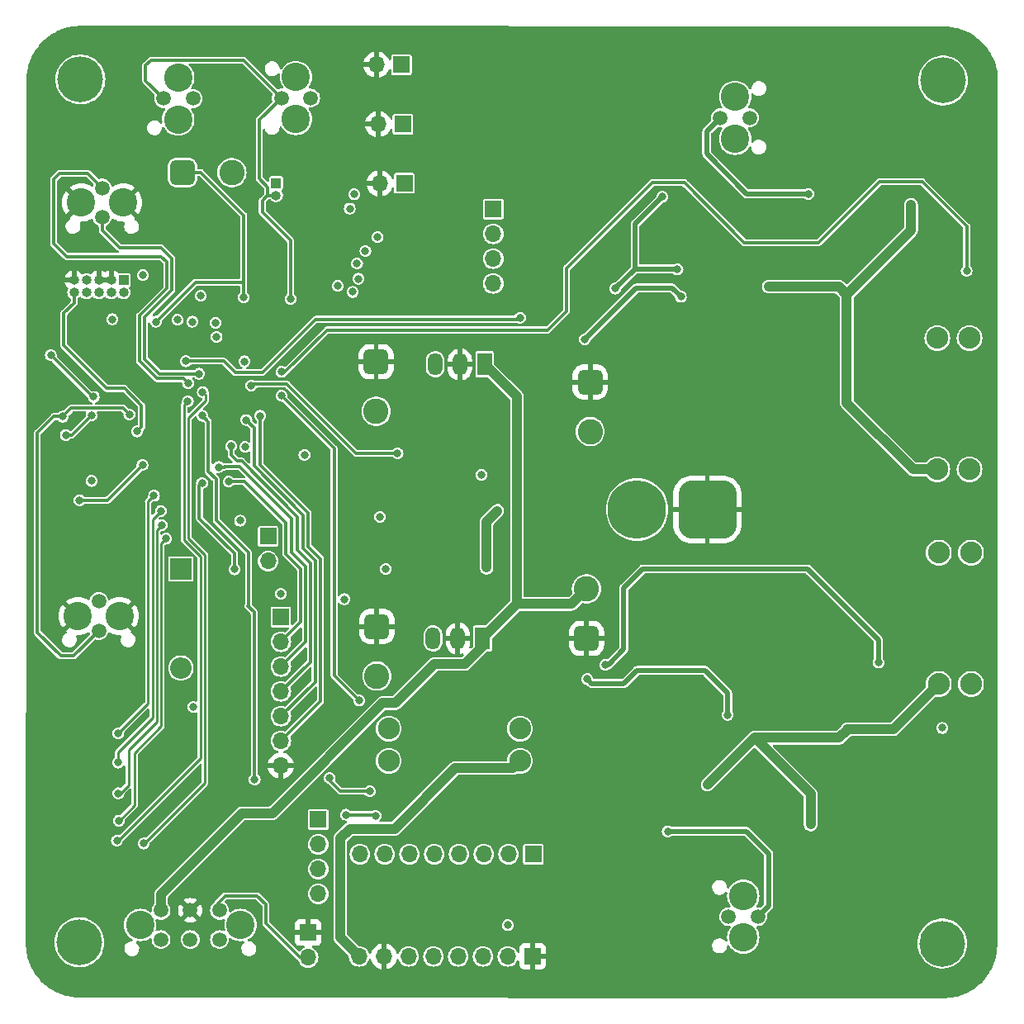
<source format=gbr>
%TF.GenerationSoftware,KiCad,Pcbnew,7.0.10*%
%TF.CreationDate,2024-11-01T12:43:17-06:00*%
%TF.ProjectId,RevA_Mecanismos,52657641-5f4d-4656-9361-6e69736d6f73,rev?*%
%TF.SameCoordinates,Original*%
%TF.FileFunction,Copper,L4,Bot*%
%TF.FilePolarity,Positive*%
%FSLAX46Y46*%
G04 Gerber Fmt 4.6, Leading zero omitted, Abs format (unit mm)*
G04 Created by KiCad (PCBNEW 7.0.10) date 2024-11-01 12:43:17*
%MOMM*%
%LPD*%
G01*
G04 APERTURE LIST*
G04 Aperture macros list*
%AMRoundRect*
0 Rectangle with rounded corners*
0 $1 Rounding radius*
0 $2 $3 $4 $5 $6 $7 $8 $9 X,Y pos of 4 corners*
0 Add a 4 corners polygon primitive as box body*
4,1,4,$2,$3,$4,$5,$6,$7,$8,$9,$2,$3,0*
0 Add four circle primitives for the rounded corners*
1,1,$1+$1,$2,$3*
1,1,$1+$1,$4,$5*
1,1,$1+$1,$6,$7*
1,1,$1+$1,$8,$9*
0 Add four rect primitives between the rounded corners*
20,1,$1+$1,$2,$3,$4,$5,0*
20,1,$1+$1,$4,$5,$6,$7,0*
20,1,$1+$1,$6,$7,$8,$9,0*
20,1,$1+$1,$8,$9,$2,$3,0*%
G04 Aperture macros list end*
%TA.AperFunction,ComponentPad*%
%ADD10C,1.520000*%
%TD*%
%TA.AperFunction,ComponentPad*%
%ADD11C,2.909999*%
%TD*%
%TA.AperFunction,ComponentPad*%
%ADD12RoundRect,0.650000X-0.650000X0.650000X-0.650000X-0.650000X0.650000X-0.650000X0.650000X0.650000X0*%
%TD*%
%TA.AperFunction,ComponentPad*%
%ADD13C,2.600000*%
%TD*%
%TA.AperFunction,ComponentPad*%
%ADD14RoundRect,0.650000X0.650000X-0.650000X0.650000X0.650000X-0.650000X0.650000X-0.650000X-0.650000X0*%
%TD*%
%TA.AperFunction,ComponentPad*%
%ADD15C,2.235200*%
%TD*%
%TA.AperFunction,ComponentPad*%
%ADD16C,4.700000*%
%TD*%
%TA.AperFunction,ComponentPad*%
%ADD17R,1.500000X2.300000*%
%TD*%
%TA.AperFunction,ComponentPad*%
%ADD18O,1.500000X2.300000*%
%TD*%
%TA.AperFunction,ComponentPad*%
%ADD19R,2.200000X2.200000*%
%TD*%
%TA.AperFunction,ComponentPad*%
%ADD20O,2.200000X2.200000*%
%TD*%
%TA.AperFunction,ComponentPad*%
%ADD21R,1.700000X1.700000*%
%TD*%
%TA.AperFunction,ComponentPad*%
%ADD22O,1.700000X1.700000*%
%TD*%
%TA.AperFunction,ComponentPad*%
%ADD23R,1.000000X1.000000*%
%TD*%
%TA.AperFunction,ComponentPad*%
%ADD24O,1.000000X1.000000*%
%TD*%
%TA.AperFunction,ComponentPad*%
%ADD25RoundRect,1.500000X1.500000X1.500000X-1.500000X1.500000X-1.500000X-1.500000X1.500000X-1.500000X0*%
%TD*%
%TA.AperFunction,ComponentPad*%
%ADD26C,6.000000*%
%TD*%
%TA.AperFunction,ComponentPad*%
%ADD27RoundRect,0.650000X-0.650000X-0.650000X0.650000X-0.650000X0.650000X0.650000X-0.650000X0.650000X0*%
%TD*%
%TA.AperFunction,ViaPad*%
%ADD28C,0.800000*%
%TD*%
%TA.AperFunction,Conductor*%
%ADD29C,0.300000*%
%TD*%
%TA.AperFunction,Conductor*%
%ADD30C,1.000000*%
%TD*%
%TA.AperFunction,Conductor*%
%ADD31C,0.250000*%
%TD*%
%TA.AperFunction,Conductor*%
%ADD32C,0.500000*%
%TD*%
G04 APERTURE END LIST*
D10*
%TO.P,J10,1,1*%
%TO.N,WP_+*%
X149060000Y-54725001D03*
%TO.P,J10,2,2*%
%TO.N,WP_-*%
X152059999Y-54725001D03*
D11*
%TO.P,J10,P1,P1*%
%TO.N,unconnected-(J10-PadP1)*%
X150560000Y-56874999D03*
%TO.P,J10,P2,P2*%
%TO.N,unconnected-(J10-PadP2)*%
X150560000Y-52575003D03*
%TD*%
D12*
%TO.P,TP2,1,1*%
%TO.N,GND*%
X113837000Y-106879900D03*
D13*
%TO.P,TP2,2,2*%
%TO.N,+5V*%
X113837000Y-111959900D03*
%TD*%
D14*
%TO.P,TP4,1,1*%
%TO.N,GND*%
X135327000Y-108091100D03*
D13*
%TO.P,TP4,2,2*%
%TO.N,+VMOT*%
X135327000Y-103011100D03*
%TD*%
D10*
%TO.P,J6,1,1*%
%TO.N,UART_TX*%
X85670000Y-61913900D03*
%TO.P,J6,2,2*%
%TO.N,UART_RX*%
X85670000Y-64913899D03*
D11*
%TO.P,J6,P1,P1*%
%TO.N,GND*%
X83520002Y-63413900D03*
%TO.P,J6,P2,P2*%
X87819998Y-63413900D03*
%TD*%
D15*
%TO.P,J20,1,1*%
%TO.N,+12V*%
X115052400Y-117339900D03*
%TO.P,J20,2,2*%
X115052400Y-120641900D03*
%TO.P,J20,3,3*%
%TO.N,Net-(J12-Pin_8)*%
X128514400Y-117339900D03*
%TO.P,J20,4,4*%
X128514400Y-120641900D03*
%TD*%
D16*
%TO.P,H2,1*%
%TO.N,N/C*%
X171877600Y-50890300D03*
%TD*%
D17*
%TO.P,U2,1,IN*%
%TO.N,+VMOT*%
X124875000Y-80000000D03*
D18*
%TO.P,U2,2,GND*%
%TO.N,GND*%
X122335000Y-80000000D03*
%TO.P,U2,3,OUT*%
%TO.N,+3.3V*%
X119795000Y-80000000D03*
%TD*%
D10*
%TO.P,J5,1,1*%
%TO.N,CAN_P*%
X94967800Y-52753502D03*
%TO.P,J5,2,2*%
%TO.N,CAN_N*%
X91967801Y-52753502D03*
D11*
%TO.P,J5,P1,P1*%
%TO.N,unconnected-(J5-PadP1)*%
X93467800Y-50603504D03*
%TO.P,J5,P2,P2*%
%TO.N,unconnected-(J5-PadP2)*%
X93467800Y-54903500D03*
%TD*%
D15*
%TO.P,J9,1,1*%
%TO.N,+12V*%
X174747800Y-99302700D03*
%TO.P,J9,2,2*%
X171445800Y-99302700D03*
%TO.P,J9,3,3*%
%TO.N,Net-(Q4-S)*%
X174747800Y-112764700D03*
%TO.P,J9,4,4*%
X171445800Y-112764700D03*
%TD*%
D10*
%TO.P,J11,1,1*%
%TO.N,WPM_+*%
X152900000Y-136625002D03*
%TO.P,J11,2,2*%
%TO.N,WPM_-*%
X149900001Y-136625002D03*
D11*
%TO.P,J11,P1,P1*%
%TO.N,unconnected-(J11-PadP1)*%
X151400000Y-134475004D03*
%TO.P,J11,P2,P2*%
%TO.N,unconnected-(J11-PadP2)*%
X151400000Y-138775000D03*
%TD*%
D19*
%TO.P,D1,1,K*%
%TO.N,+5V*%
X93735000Y-100979100D03*
D20*
%TO.P,D1,2,A*%
%TO.N,/Net-(D1-A)*%
X93735000Y-111139100D03*
%TD*%
D21*
%TO.P,J12,1,Pin_1*%
%TO.N,GND*%
X129789800Y-140704700D03*
D22*
%TO.P,J12,2,Pin_2*%
%TO.N,+3.3V*%
X127249800Y-140704700D03*
%TO.P,J12,3,Pin_3*%
%TO.N,M2B*%
X124709800Y-140704700D03*
%TO.P,J12,4,Pin_4*%
%TO.N,M2A*%
X122169800Y-140704700D03*
%TO.P,J12,5,Pin_5*%
%TO.N,M1A*%
X119629800Y-140704700D03*
%TO.P,J12,6,Pin_6*%
%TO.N,M1B*%
X117089800Y-140704700D03*
%TO.P,J12,7,Pin_7*%
%TO.N,GND*%
X114549800Y-140704700D03*
%TO.P,J12,8,Pin_8*%
%TO.N,Net-(J12-Pin_8)*%
X112009800Y-140704700D03*
%TD*%
D16*
%TO.P,H3,1*%
%TO.N,N/C*%
X83335600Y-139261700D03*
%TD*%
D23*
%TO.P,J3,1,Pin_1*%
%TO.N,Net-(J3-Pin_1)*%
X103500000Y-61405000D03*
D24*
%TO.P,J3,2,Pin_2*%
%TO.N,CAN_N*%
X103500000Y-62675000D03*
%TD*%
D21*
%TO.P,J21,1,Pin_1*%
%TO.N,M2B*%
X107818800Y-126658500D03*
D22*
%TO.P,J21,2,Pin_2*%
%TO.N,M2A*%
X107818800Y-129198500D03*
%TO.P,J21,3,Pin_3*%
%TO.N,M1A*%
X107818800Y-131738500D03*
%TO.P,J21,4,Pin_4*%
%TO.N,M1B*%
X107818800Y-134278500D03*
%TD*%
D21*
%TO.P,J14,1,Pin_1*%
%TO.N,GND*%
X106777400Y-138261300D03*
D22*
%TO.P,J14,2,Pin_2*%
%TO.N,Net-(J14-Pin_2)*%
X106777400Y-140801300D03*
%TD*%
D12*
%TO.P,TP1,1,1*%
%TO.N,GND*%
X135700000Y-81810000D03*
D13*
%TO.P,TP1,2,2*%
%TO.N,+12V*%
X135700000Y-86890000D03*
%TD*%
D25*
%TO.P,BT1,1,-*%
%TO.N,GND*%
X147708600Y-94883100D03*
D26*
%TO.P,BT1,2,+*%
%TO.N,Net-(BT1-+)*%
X140508600Y-94883100D03*
%TD*%
D12*
%TO.P,TP3,1,1*%
%TO.N,GND*%
X113756400Y-79736700D03*
D13*
%TO.P,TP3,2,2*%
%TO.N,+3.3V*%
X113756400Y-84816700D03*
%TD*%
D10*
%TO.P,J15,1,1*%
%TO.N,+VMOT*%
X91701401Y-135975701D03*
%TO.P,J15,2,2*%
%TO.N,GND*%
X94701400Y-135975701D03*
%TO.P,J15,3,3*%
%TO.N,Net-(J14-Pin_2)*%
X97701399Y-135975701D03*
%TO.P,J15,4,4*%
%TO.N,CAN_N*%
X91701401Y-138975700D03*
%TO.P,J15,5,5*%
%TO.N,CAN_P*%
X94701400Y-138975700D03*
%TO.P,J15,6,6*%
%TO.N,unconnected-(J15-Pad6)*%
X97701399Y-138975700D03*
D11*
%TO.P,J15,P1,P1*%
%TO.N,unconnected-(J15-PadP1)*%
X89551403Y-137475701D03*
%TO.P,J15,P2,P2*%
%TO.N,unconnected-(J15-PadP2)*%
X99851397Y-137475701D03*
%TD*%
D21*
%TO.P,J18,1,Pin_1*%
%TO.N,+5V*%
X116494600Y-55383800D03*
D22*
%TO.P,J18,2,Pin_2*%
%TO.N,GND*%
X113954600Y-55383800D03*
%TD*%
D17*
%TO.P,U3,1,IN*%
%TO.N,+VMOT*%
X124672000Y-108092500D03*
D18*
%TO.P,U3,2,GND*%
%TO.N,GND*%
X122132000Y-108092500D03*
%TO.P,U3,3,OUT*%
%TO.N,+5V*%
X119592000Y-108092500D03*
%TD*%
D16*
%TO.P,H1,1*%
%TO.N,N/C*%
X83434800Y-50788700D03*
%TD*%
D27*
%TO.P,TP5,1,1*%
%TO.N,CAN_RX*%
X93886400Y-60325700D03*
D13*
%TO.P,TP5,2,2*%
%TO.N,CAN_TX*%
X98966400Y-60325700D03*
%TD*%
D21*
%TO.P,J13,1,Pin_1*%
%TO.N,STPR_DIR*%
X129866000Y-130214500D03*
D22*
%TO.P,J13,2,Pin_2*%
%TO.N,STPR_STEP*%
X127326000Y-130214500D03*
%TO.P,J13,3,Pin_3*%
%TO.N,unconnected-(J13-Pin_3-Pad3)*%
X124786000Y-130214500D03*
%TO.P,J13,4,Pin_4*%
%TO.N,unconnected-(J13-Pin_4-Pad4)*%
X122246000Y-130214500D03*
%TO.P,J13,5,Pin_5*%
%TO.N,unconnected-(J13-Pin_5-Pad5)*%
X119706000Y-130214500D03*
%TO.P,J13,6,Pin_6*%
%TO.N,unconnected-(J13-Pin_6-Pad6)*%
X117166000Y-130214500D03*
%TO.P,J13,7,Pin_7*%
%TO.N,unconnected-(J13-Pin_7-Pad7)*%
X114626000Y-130214500D03*
%TO.P,J13,8,Pin_8*%
%TO.N,STPR_EN*%
X112086000Y-130214500D03*
%TD*%
D21*
%TO.P,J17,1,Pin_1*%
%TO.N,+3.3V*%
X116350000Y-49275000D03*
D22*
%TO.P,J17,2,Pin_2*%
%TO.N,GND*%
X113810000Y-49275000D03*
%TD*%
D15*
%TO.P,J8,1,1*%
%TO.N,+12V*%
X174595400Y-77306300D03*
%TO.P,J8,2,2*%
X171293400Y-77306300D03*
%TO.P,J8,3,3*%
%TO.N,Net-(Q3-S)*%
X174595400Y-90768300D03*
%TO.P,J8,4,4*%
X171293400Y-90768300D03*
%TD*%
D21*
%TO.P,J1,1,Pin_1*%
%TO.N,+5V*%
X102676400Y-97635700D03*
D22*
%TO.P,J1,2,Pin_2*%
%TO.N,/Net-(D1-A)*%
X102676400Y-100175700D03*
%TD*%
D16*
%TO.P,H4,1*%
%TO.N,N/C*%
X171801400Y-139383900D03*
%TD*%
D10*
%TO.P,J7,1,1*%
%TO.N,CAN_P*%
X107034400Y-52696499D03*
%TO.P,J7,2,2*%
%TO.N,CAN_N*%
X104034401Y-52696499D03*
D11*
%TO.P,J7,P1,P1*%
%TO.N,unconnected-(J7-PadP1)*%
X105534400Y-50546501D03*
%TO.P,J7,P2,P2*%
%TO.N,unconnected-(J7-PadP2)*%
X105534400Y-54846497D03*
%TD*%
D21*
%TO.P,J22,1,Pin_1*%
%TO.N,SB1*%
X125760000Y-64085000D03*
D22*
%TO.P,J22,2,Pin_2*%
%TO.N,SB2*%
X125760000Y-66625000D03*
%TO.P,J22,3,Pin_3*%
%TO.N,SB3*%
X125760000Y-69165000D03*
%TO.P,J22,4,Pin_4*%
%TO.N,SB4*%
X125760000Y-71705000D03*
%TD*%
D21*
%TO.P,J19,1,Pin_1*%
%TO.N,+12V*%
X116650000Y-61425000D03*
D22*
%TO.P,J19,2,Pin_2*%
%TO.N,GND*%
X114110000Y-61425000D03*
%TD*%
D23*
%TO.P,J2,1,VTref*%
%TO.N,+3.3V*%
X87866400Y-71355700D03*
D24*
%TO.P,J2,2,SWDIO/TMS*%
%TO.N,SWDIO*%
X87866400Y-72625700D03*
%TO.P,J2,3,GND*%
%TO.N,GND*%
X86596400Y-71355700D03*
%TO.P,J2,4,SWCLK/TCK*%
%TO.N,SWCLK*%
X86596400Y-72625700D03*
%TO.P,J2,5,GND*%
%TO.N,GND*%
X85326400Y-71355700D03*
%TO.P,J2,6,SWO/TDO*%
%TO.N,SWO*%
X85326400Y-72625700D03*
%TO.P,J2,7,KEY*%
%TO.N,unconnected-(J2-KEY-Pad7)*%
X84056400Y-71355700D03*
%TO.P,J2,8,NC/TDI*%
%TO.N,unconnected-(J2-NC{slash}TDI-Pad8)*%
X84056400Y-72625700D03*
%TO.P,J2,9,GNDDetect*%
%TO.N,GND*%
X82786400Y-71355700D03*
%TO.P,J2,10,~{RESET}*%
%TO.N,NRST*%
X82786400Y-72625700D03*
%TD*%
D21*
%TO.P,J16,1,Pin_1*%
%TO.N,+3.3V*%
X103983400Y-105906700D03*
D22*
%TO.P,J16,2,Pin_2*%
%TO.N,IO_2*%
X103983400Y-108446700D03*
%TO.P,J16,3,Pin_3*%
%TO.N,IO_3*%
X103983400Y-110986700D03*
%TO.P,J16,4,Pin_4*%
%TO.N,IO_4*%
X103983400Y-113526700D03*
%TO.P,J16,5,Pin_5*%
%TO.N,IO_5*%
X103983400Y-116066700D03*
%TO.P,J16,6,Pin_6*%
%TO.N,IO_6*%
X103983400Y-118606700D03*
%TO.P,J16,7,Pin_7*%
%TO.N,GND*%
X103983400Y-121146700D03*
%TD*%
D10*
%TO.P,J4,1,1*%
%TO.N,SCL*%
X85314400Y-104303701D03*
%TO.P,J4,2,2*%
%TO.N,SDA*%
X85314400Y-107303700D03*
D11*
%TO.P,J4,P1,P1*%
%TO.N,GND*%
X83164402Y-105803701D03*
%TO.P,J4,P2,P2*%
X87464398Y-105803701D03*
%TD*%
D28*
%TO.N,+3.3V*%
X111050000Y-64025000D03*
X95026400Y-115125700D03*
X89835600Y-70854700D03*
X104000000Y-103525000D03*
X100250000Y-79700000D03*
X95776400Y-72975700D03*
X127251400Y-137500700D03*
X99800000Y-96025000D03*
X84587400Y-91951500D03*
X86701400Y-75376400D03*
X100325800Y-88475000D03*
%TO.N,HSE_IN*%
X89800000Y-90325000D03*
X83350000Y-93925000D03*
%TO.N,NRST*%
X89270000Y-86875000D03*
%TO.N,+VMOT*%
X106400000Y-89275000D03*
X114150000Y-95625000D03*
%TO.N,+5V*%
X110500000Y-104075000D03*
X111500000Y-62575000D03*
X111350000Y-72575000D03*
%TO.N,CAN_P*%
X109825700Y-71950700D03*
%TO.N,CAN_N*%
X104976400Y-73300700D03*
%TO.N,DEBUG_1*%
X87326400Y-117825700D03*
X90976400Y-93475700D03*
%TO.N,DEBUG_2*%
X91676400Y-95025700D03*
X87326400Y-120825700D03*
%TO.N,DEBUG_3*%
X87326400Y-123975700D03*
X91776400Y-96475700D03*
%TO.N,DEBUG_4*%
X92226400Y-97875700D03*
X87376400Y-126775700D03*
%TO.N,DEBUG_5*%
X87176400Y-128825700D03*
X94450000Y-83775000D03*
%TO.N,DEBUG_6*%
X89926400Y-129125700D03*
X95973549Y-82828550D03*
%TO.N,CAN_RX*%
X100176400Y-73125700D03*
X91176400Y-75625700D03*
%TO.N,SDA*%
X88450000Y-85125000D03*
X81631400Y-85358100D03*
%TO.N,SCL*%
X84800000Y-83325000D03*
X80400000Y-79075000D03*
%TO.N,UART_TX*%
X94470000Y-81935000D03*
%TO.N,UART_RX*%
X95600000Y-80965000D03*
%TO.N,IO_1*%
X99240000Y-101015000D03*
X95900000Y-92175000D03*
%TO.N,IO_2*%
X98626400Y-92025700D03*
%TO.N,IO_3*%
X97601400Y-90525700D03*
%TO.N,IO_4*%
X98876400Y-88375700D03*
%TO.N,IO_5*%
X100451400Y-85700700D03*
%TO.N,IO_6*%
X101876400Y-85275700D03*
%TO.N,BOOT0*%
X81936200Y-87237700D03*
X84577800Y-85231100D03*
%TO.N,+12V*%
X124550000Y-91325000D03*
%TO.N,Net-(Q3-S)*%
X162000000Y-72855000D03*
X138300000Y-72225000D03*
X154000000Y-72025000D03*
X168600000Y-63625000D03*
X143100000Y-62825000D03*
X144650000Y-70275000D03*
%TO.N,Net-(Q4-S)*%
X158300000Y-127175000D03*
X147750000Y-123075000D03*
X152550000Y-118325000D03*
X162060000Y-117425000D03*
%TO.N,IO_7*%
X97400000Y-77175000D03*
X113910000Y-66965000D03*
%TO.N,IO_8*%
X112650000Y-68375000D03*
X97294669Y-75730331D03*
%TO.N,IO_9*%
X94900000Y-75625000D03*
X111800000Y-69675000D03*
%TO.N,IO_10*%
X111950000Y-71225000D03*
X93400000Y-75425000D03*
%TO.N,STPR_STEP*%
X110650000Y-126175000D03*
X95950000Y-85275000D03*
X113700000Y-126275000D03*
X101300000Y-122575000D03*
%TO.N,STPR_DIR*%
X109000000Y-122425000D03*
X113100000Y-123775000D03*
%TO.N,WP_+*%
X158050000Y-62525000D03*
%TO.N,WPM_+*%
X143650000Y-127875000D03*
%TO.N,WPM_TIM1_CH1N*%
X112000000Y-114475000D03*
X104050000Y-83225000D03*
%TO.N,WPM_TIM1_CH1*%
X171800000Y-117275000D03*
X114750000Y-100975000D03*
%TO.N,WP_TIM1_CH2N*%
X174300000Y-70425000D03*
X104050000Y-80775000D03*
%TO.N,WP_TIM1_CH2*%
X128500000Y-75225000D03*
X94250000Y-79675000D03*
%TO.N,Net-(Q2-Pad1)*%
X126175000Y-95025000D03*
X125075000Y-100850000D03*
%TO.N,LEVEL_SHIFTER*%
X100950000Y-82175000D03*
X115950000Y-89125000D03*
%TO.N,Net-(U5-G)*%
X149800000Y-115925000D03*
X135400000Y-112275000D03*
%TO.N,Net-(U6-G)*%
X135150000Y-77425000D03*
X145000000Y-73075000D03*
%TO.N,Net-(U7-G)*%
X137250000Y-110825000D03*
X165250000Y-110575000D03*
%TD*%
D29*
%TO.N,HSE_IN*%
X83350000Y-93925000D02*
X86200000Y-93925000D01*
X86200000Y-93925000D02*
X89800000Y-90325000D01*
%TO.N,NRST*%
X87976400Y-82475700D02*
X86126400Y-82475700D01*
X82786400Y-73715700D02*
X82786400Y-72625700D01*
X81726400Y-74775700D02*
X82786400Y-73715700D01*
X89700000Y-86445000D02*
X89700000Y-84199300D01*
X81726400Y-78075700D02*
X81726400Y-74775700D01*
X89270000Y-86875000D02*
X89700000Y-86445000D01*
X86126400Y-82475700D02*
X81726400Y-78075700D01*
X89700000Y-84199300D02*
X87976400Y-82475700D01*
D30*
%TO.N,+VMOT*%
X124672000Y-108092500D02*
X128200000Y-104564500D01*
X133773600Y-104564500D02*
X135327000Y-103011100D01*
X100000000Y-126025000D02*
X91701401Y-134323599D01*
X119750000Y-110725000D02*
X115750000Y-114725000D01*
X128200000Y-83325000D02*
X124875000Y-80000000D01*
X124672000Y-108092500D02*
X124672000Y-108903000D01*
X128200000Y-104564500D02*
X128200000Y-83325000D01*
X115750000Y-114725000D02*
X114400000Y-114725000D01*
X103100000Y-126025000D02*
X100000000Y-126025000D01*
X124672000Y-108903000D02*
X122850000Y-110725000D01*
X91701401Y-134323599D02*
X91701401Y-135975701D01*
X114400000Y-114725000D02*
X103100000Y-126025000D01*
X122850000Y-110725000D02*
X119750000Y-110725000D01*
X128200000Y-104564500D02*
X133773600Y-104564500D01*
D29*
%TO.N,CAN_N*%
X104976400Y-67325700D02*
X102076400Y-64425700D01*
X90117800Y-50903501D02*
X90117800Y-49376569D01*
X102650000Y-61825000D02*
X101776400Y-60951400D01*
X101776400Y-54954500D02*
X104034401Y-52696499D01*
X102076400Y-63225700D02*
X102650000Y-62652100D01*
X102650000Y-62652100D02*
X102672900Y-62675000D01*
X102650000Y-62652100D02*
X102650000Y-61825000D01*
X90695864Y-48798505D02*
X100136407Y-48798505D01*
X100136407Y-48798505D02*
X104034401Y-52696499D01*
X101776400Y-60951400D02*
X101776400Y-54954500D01*
X102672900Y-62675000D02*
X103500000Y-62675000D01*
X91967801Y-52753502D02*
X90117800Y-50903501D01*
X104976400Y-73300700D02*
X104976400Y-67325700D01*
X90117800Y-49376569D02*
X90695864Y-48798505D01*
X102076400Y-64425700D02*
X102076400Y-63225700D01*
D31*
%TO.N,DEBUG_1*%
X90376400Y-114775700D02*
X87326400Y-117825700D01*
X90376400Y-94075700D02*
X90376400Y-114775700D01*
X90976400Y-93475700D02*
X90376400Y-94075700D01*
%TO.N,DEBUG_2*%
X91676400Y-95025700D02*
X90826400Y-95875700D01*
X90826400Y-116250700D02*
X87326400Y-119750700D01*
X87326400Y-119750700D02*
X87326400Y-120825700D01*
X90826400Y-95875700D02*
X90826400Y-116250700D01*
%TO.N,DEBUG_3*%
X88376400Y-123125700D02*
X87526400Y-123975700D01*
X91276400Y-116625700D02*
X89826400Y-118075700D01*
X91276400Y-96975700D02*
X91276400Y-97625700D01*
X88376400Y-119525700D02*
X88376400Y-123125700D01*
X89826400Y-118075700D02*
X88376400Y-119525700D01*
X91276400Y-97625700D02*
X91276400Y-116625700D01*
X87526400Y-123975700D02*
X87326400Y-123975700D01*
X91776400Y-96475700D02*
X91276400Y-96975700D01*
%TO.N,DEBUG_4*%
X92226400Y-97875700D02*
X91726400Y-98375700D01*
X91726400Y-117075700D02*
X88976400Y-119825700D01*
X91726400Y-116725700D02*
X91726400Y-117075700D01*
X87376400Y-126825700D02*
X87376400Y-126825700D01*
X87376400Y-126775700D02*
X87376400Y-126825700D01*
X88976400Y-119825700D02*
X88976400Y-125225700D01*
X87426400Y-126775700D02*
X87376400Y-126775700D01*
X88976400Y-125225700D02*
X87426400Y-126775700D01*
X91726400Y-98375700D02*
X91726400Y-116725700D01*
%TO.N,DEBUG_5*%
X87326400Y-128825700D02*
X87176400Y-128825700D01*
X94076400Y-98025700D02*
X95751400Y-99700700D01*
X95751400Y-99700700D02*
X95751400Y-120400700D01*
X94076400Y-84148600D02*
X94076400Y-98025700D01*
X94450000Y-83775000D02*
X94076400Y-84148600D01*
X95751400Y-120400700D02*
X87326400Y-128825700D01*
%TO.N,DEBUG_6*%
X95973549Y-82828550D02*
X96276400Y-83131401D01*
X89926400Y-129175700D02*
X89876400Y-129225700D01*
X96201400Y-99514304D02*
X96201400Y-122900700D01*
X96276400Y-83748600D02*
X94526400Y-85498600D01*
X96201400Y-122900700D02*
X89976400Y-129125700D01*
X94526400Y-85498600D02*
X94526400Y-97839304D01*
X96276400Y-83131401D02*
X96276400Y-83748600D01*
X89976400Y-129125700D02*
X89926400Y-129125700D01*
X94526400Y-97839304D02*
X96201400Y-99514304D01*
X89926400Y-129125700D02*
X89926400Y-129175700D01*
D29*
%TO.N,CAN_RX*%
X93886400Y-60325700D02*
X95776400Y-60325700D01*
X91176400Y-75625700D02*
X95227100Y-71575000D01*
X95227100Y-71575000D02*
X100176400Y-71575000D01*
X100176400Y-71575000D02*
X100176400Y-73125700D01*
X95776400Y-60325700D02*
X100176400Y-64725700D01*
X100176400Y-64725700D02*
X100176400Y-71575000D01*
%TO.N,SDA*%
X82508400Y-84481100D02*
X81631400Y-85358100D01*
X80694000Y-85358100D02*
X79026400Y-87025700D01*
X81426400Y-109875700D02*
X82742400Y-109875700D01*
X79026400Y-107475700D02*
X81426400Y-109875700D01*
X82742400Y-109875700D02*
X85314400Y-107303700D01*
X81631400Y-85358100D02*
X80694000Y-85358100D01*
X88450000Y-85125000D02*
X87806100Y-84481100D01*
X87806100Y-84481100D02*
X82508400Y-84481100D01*
X79026400Y-87025700D02*
X79026400Y-107475700D01*
%TO.N,SCL*%
X80400000Y-79075000D02*
X84650000Y-83325000D01*
X84650000Y-83325000D02*
X84800000Y-83325000D01*
%TO.N,UART_TX*%
X91740000Y-68945000D02*
X82020000Y-68945000D01*
X91290000Y-81465000D02*
X89510000Y-79685000D01*
X94000000Y-81465000D02*
X91290000Y-81465000D01*
X89510000Y-79685000D02*
X89510000Y-74987894D01*
X94470000Y-81935000D02*
X94000000Y-81465000D01*
X92310000Y-69515000D02*
X91740000Y-68945000D01*
X81300000Y-60425000D02*
X84181100Y-60425000D01*
X89510000Y-74987894D02*
X92310000Y-72187894D01*
X92310000Y-72187894D02*
X92310000Y-69515000D01*
X84181100Y-60425000D02*
X85670000Y-61913900D01*
X82020000Y-68945000D02*
X80670000Y-67595000D01*
X80670000Y-61055000D02*
X81300000Y-60425000D01*
X80670000Y-67595000D02*
X80670000Y-61055000D01*
%TO.N,UART_RX*%
X87430000Y-68025000D02*
X85670000Y-66265000D01*
X90010000Y-75195000D02*
X92810000Y-72395000D01*
X90010000Y-79435000D02*
X90010000Y-75195000D01*
X91690000Y-68025000D02*
X87430000Y-68025000D01*
X92810000Y-69145000D02*
X91690000Y-68025000D01*
X92810000Y-72395000D02*
X92810000Y-69145000D01*
X85670000Y-66265000D02*
X85670000Y-64913899D01*
X91540000Y-80965000D02*
X90010000Y-79435000D01*
X95600000Y-80965000D02*
X91540000Y-80965000D01*
%TO.N,IO_1*%
X95626400Y-92448600D02*
X95626400Y-95775700D01*
X95900000Y-92175000D02*
X95626400Y-92448600D01*
X95626400Y-95775700D02*
X99240000Y-99389300D01*
X99240000Y-99389300D02*
X99240000Y-101015000D01*
%TO.N,IO_2*%
X106000000Y-100949300D02*
X106000000Y-106430100D01*
X104526400Y-99475700D02*
X106000000Y-100949300D01*
X100276400Y-92025700D02*
X104526400Y-96275700D01*
X98626400Y-92025700D02*
X100276400Y-92025700D01*
X104526400Y-96275700D02*
X104526400Y-99475700D01*
X106000000Y-106430100D02*
X103983400Y-108446700D01*
%TO.N,IO_3*%
X105076400Y-99318594D02*
X106500000Y-100742193D01*
X105076400Y-95775700D02*
X105076400Y-99318594D01*
X99776400Y-90475700D02*
X105076400Y-95775700D01*
X106500000Y-108470100D02*
X103983400Y-110986700D01*
X98237061Y-90475700D02*
X99776400Y-90475700D01*
X98187061Y-90525700D02*
X98237061Y-90475700D01*
X97601400Y-90525700D02*
X98187061Y-90525700D01*
X106500000Y-100742193D02*
X106500000Y-108470100D01*
%TO.N,IO_4*%
X107000000Y-100399300D02*
X107000000Y-110510100D01*
X105676400Y-95625700D02*
X105676400Y-99075700D01*
X105676400Y-99075700D02*
X107000000Y-100399300D01*
X107000000Y-110510100D02*
X103983400Y-113526700D01*
X99526400Y-89925700D02*
X99976400Y-89925700D01*
X98876400Y-89275700D02*
X99526400Y-89925700D01*
X99976400Y-89925700D02*
X105676400Y-95625700D01*
X98876400Y-88375700D02*
X98876400Y-89275700D01*
%TO.N,IO_5*%
X107500000Y-100099300D02*
X107500000Y-112550100D01*
X106276400Y-95475700D02*
X106276400Y-98875700D01*
X101226400Y-90425700D02*
X106276400Y-95475700D01*
X100451400Y-85700700D02*
X101226400Y-86475700D01*
X106276400Y-98875700D02*
X107500000Y-100099300D01*
X101226400Y-86475700D02*
X101226400Y-90425700D01*
X107500000Y-112550100D02*
X103983400Y-116066700D01*
%TO.N,IO_6*%
X103983400Y-118606700D02*
X108050000Y-114540100D01*
X108050000Y-114540100D02*
X108050000Y-99942194D01*
X101876400Y-90325700D02*
X101876400Y-85275700D01*
X106776400Y-95225700D02*
X101876400Y-90325700D01*
X108050000Y-99942194D02*
X106776400Y-98668594D01*
X106776400Y-98668594D02*
X106776400Y-95225700D01*
%TO.N,BOOT0*%
X82571200Y-87237700D02*
X84577800Y-85231100D01*
X81936200Y-87237700D02*
X82571200Y-87237700D01*
D30*
%TO.N,Net-(Q3-S)*%
X168843300Y-90768300D02*
X171293400Y-90768300D01*
X168600000Y-66255000D02*
X162000000Y-72855000D01*
D32*
X143100000Y-62825000D02*
X140300000Y-65625000D01*
D30*
X162000000Y-72855000D02*
X162000000Y-83925000D01*
D32*
X144600000Y-70225000D02*
X140300000Y-70225000D01*
D30*
X168600000Y-63625000D02*
X168600000Y-66255000D01*
D32*
X144650000Y-70275000D02*
X144650000Y-70225000D01*
X144650000Y-70275000D02*
X144600000Y-70225000D01*
D30*
X161170000Y-72025000D02*
X162000000Y-72855000D01*
X154000000Y-72025000D02*
X161170000Y-72025000D01*
X162000000Y-83925000D02*
X168843300Y-90768300D01*
D32*
X140300000Y-70225000D02*
X138300000Y-72225000D01*
X140300000Y-65625000D02*
X140300000Y-70225000D01*
%TO.N,Net-(Q4-S)*%
X152550000Y-118275000D02*
X152550000Y-118275000D01*
D30*
X158300000Y-127175000D02*
X158300000Y-124025000D01*
X166785500Y-117425000D02*
X171445800Y-112764700D01*
X161250000Y-118275000D02*
X162060000Y-117465000D01*
X158300000Y-124025000D02*
X152550000Y-118275000D01*
X162060000Y-117465000D02*
X162060000Y-117425000D01*
X152550000Y-118275000D02*
X161250000Y-118275000D01*
X147750000Y-123075000D02*
X152500000Y-118325000D01*
D32*
X152500000Y-118325000D02*
X152550000Y-118325000D01*
X152550000Y-118325000D02*
X152550000Y-118275000D01*
D30*
X162060000Y-117425000D02*
X166785500Y-117425000D01*
D29*
%TO.N,STPR_STEP*%
X100600000Y-104775000D02*
X101250000Y-105425000D01*
X95950000Y-85275000D02*
X96550000Y-85875000D01*
X96550000Y-85875000D02*
X96550000Y-90975000D01*
X100650000Y-104725000D02*
X100600000Y-104775000D01*
X101300000Y-122575000D02*
X101250000Y-122475000D01*
X110650000Y-126175000D02*
X110750000Y-126275000D01*
X101250000Y-105425000D02*
X101300000Y-122575000D01*
X100650000Y-99325000D02*
X100650000Y-104725000D01*
X113450000Y-126175000D02*
X110650000Y-126175000D01*
X96550000Y-90975000D02*
X97350000Y-91775000D01*
X97350000Y-91775000D02*
X97350000Y-96025000D01*
X113550000Y-126275000D02*
X113450000Y-126175000D01*
X97350000Y-96025000D02*
X100650000Y-99325000D01*
X113700000Y-126275000D02*
X113550000Y-126275000D01*
%TO.N,STPR_DIR*%
X109000000Y-122675000D02*
X110100000Y-123775000D01*
X109000000Y-122425000D02*
X109000000Y-122675000D01*
X110100000Y-123775000D02*
X113100000Y-123775000D01*
D32*
%TO.N,WP_+*%
X151750000Y-62525000D02*
X147650000Y-58425000D01*
X147650000Y-58425000D02*
X147650000Y-56135001D01*
X149060000Y-54725001D02*
X149060000Y-54491600D01*
X147650000Y-56135001D02*
X149060000Y-54725001D01*
X158050000Y-62525000D02*
X151750000Y-62525000D01*
%TO.N,WPM_+*%
X154000000Y-135525002D02*
X152900000Y-136625002D01*
X154000000Y-130175000D02*
X154000000Y-135525002D01*
X151700000Y-127875000D02*
X154000000Y-130175000D01*
X143650000Y-127875000D02*
X151700000Y-127875000D01*
X152683900Y-136208900D02*
X153206350Y-136208900D01*
D29*
%TO.N,WPM_TIM1_CH1N*%
X109450000Y-88625000D02*
X104050000Y-83225000D01*
X112000000Y-114475000D02*
X109450000Y-111925000D01*
X109450000Y-111925000D02*
X109450000Y-88625000D01*
%TO.N,WP_TIM1_CH2N*%
X145350000Y-61375000D02*
X151500000Y-67525000D01*
X104400000Y-80775000D02*
X108700000Y-76475000D01*
X169750000Y-61275000D02*
X174300000Y-65825000D01*
X165350000Y-61275000D02*
X169750000Y-61275000D01*
X151500000Y-67525000D02*
X159100000Y-67525000D01*
X133300000Y-74525000D02*
X133300000Y-70125000D01*
X108700000Y-76475000D02*
X131350000Y-76475000D01*
X104050000Y-80775000D02*
X104400000Y-80775000D01*
X159100000Y-67525000D02*
X165350000Y-61275000D01*
X174300000Y-65825000D02*
X174300000Y-70425000D01*
X133300000Y-70125000D02*
X142050000Y-61375000D01*
X131350000Y-76475000D02*
X133300000Y-74525000D01*
X142050000Y-61375000D02*
X145350000Y-61375000D01*
%TO.N,WP_TIM1_CH2*%
X128500000Y-75225000D02*
X128350000Y-75375000D01*
X98150000Y-79675000D02*
X94250000Y-79675000D01*
X107550000Y-75375000D02*
X102100000Y-80825000D01*
X99300000Y-80825000D02*
X98150000Y-79675000D01*
X102100000Y-80825000D02*
X99300000Y-80825000D01*
X128350000Y-75375000D02*
X107550000Y-75375000D01*
D30*
%TO.N,Net-(J12-Pin_8)*%
X110060000Y-128615000D02*
X111050000Y-127625000D01*
X111050000Y-127625000D02*
X115650000Y-127625000D01*
X115650000Y-127625000D02*
X121883100Y-121391900D01*
X121883100Y-121391900D02*
X127764400Y-121391900D01*
X110060000Y-138754900D02*
X110060000Y-128615000D01*
X112009800Y-140704700D02*
X110060000Y-138754900D01*
X127764400Y-121391900D02*
X128514400Y-120641900D01*
%TO.N,Net-(Q2-Pad1)*%
X125075000Y-96125000D02*
X126175000Y-95025000D01*
X125075000Y-100850000D02*
X125075000Y-96125000D01*
D29*
%TO.N,LEVEL_SHIFTER*%
X101100000Y-82025000D02*
X104600000Y-82025000D01*
X104600000Y-82025000D02*
X111700000Y-89125000D01*
X111700000Y-89125000D02*
X115950000Y-89125000D01*
X100950000Y-82175000D02*
X101100000Y-82025000D01*
X115950000Y-89125000D02*
X115950000Y-89075000D01*
D32*
%TO.N,Net-(U5-G)*%
X149800000Y-115925000D02*
X149800000Y-113700000D01*
X140500000Y-111375000D02*
X139150000Y-112725000D01*
X139150000Y-112725000D02*
X135850000Y-112725000D01*
X147475000Y-111375000D02*
X140500000Y-111375000D01*
X135850000Y-112725000D02*
X135400000Y-112275000D01*
X149800000Y-113700000D02*
X147475000Y-111375000D01*
%TO.N,Net-(U6-G)*%
X144100000Y-72175000D02*
X140400000Y-72175000D01*
X140400000Y-72175000D02*
X135150000Y-77425000D01*
X145000000Y-73075000D02*
X144100000Y-72175000D01*
%TO.N,Net-(U7-G)*%
X165250000Y-108225000D02*
X165250000Y-110575000D01*
X141100000Y-100975000D02*
X158000000Y-100975000D01*
X139150000Y-109225000D02*
X139150000Y-102925000D01*
X137250000Y-110825000D02*
X137550000Y-110825000D01*
X158000000Y-100975000D02*
X165250000Y-108225000D01*
X137550000Y-110825000D02*
X139150000Y-109225000D01*
X139150000Y-102925000D02*
X141100000Y-100975000D01*
D29*
%TO.N,Net-(J14-Pin_2)*%
X102426400Y-137275700D02*
X105952000Y-140801300D01*
X102426400Y-135375700D02*
X102426400Y-137275700D01*
X101531601Y-134480901D02*
X102426400Y-135375700D01*
X105952000Y-140801300D02*
X106777400Y-140801300D01*
X98269199Y-134480901D02*
X101531601Y-134480901D01*
X97509199Y-135240901D02*
X98269199Y-134480901D01*
%TD*%
%TA.AperFunction,Conductor*%
%TO.N,GND*%
G36*
X84051595Y-60795185D02*
G01*
X84072237Y-60811819D01*
X84731968Y-61471550D01*
X84765453Y-61532873D01*
X84762948Y-61595226D01*
X84736969Y-61680869D01*
X84698672Y-61739307D01*
X84634860Y-61767764D01*
X84565793Y-61757204D01*
X84558881Y-61753706D01*
X84334218Y-61631030D01*
X84334219Y-61631030D01*
X84072188Y-61533298D01*
X83798945Y-61473858D01*
X83798938Y-61473857D01*
X83520003Y-61453907D01*
X83520001Y-61453907D01*
X83241065Y-61473857D01*
X83241058Y-61473858D01*
X82967815Y-61533298D01*
X82705785Y-61631030D01*
X82460355Y-61765045D01*
X82460347Y-61765050D01*
X82325585Y-61865930D01*
X82861124Y-62401469D01*
X82704721Y-62519579D01*
X82554272Y-62684614D01*
X82509489Y-62756940D01*
X81972032Y-62219483D01*
X81871152Y-62354245D01*
X81871147Y-62354253D01*
X81737132Y-62599683D01*
X81639400Y-62861713D01*
X81579960Y-63134956D01*
X81579959Y-63134963D01*
X81560009Y-63413898D01*
X81560009Y-63413901D01*
X81579959Y-63692836D01*
X81579960Y-63692843D01*
X81639400Y-63966086D01*
X81737132Y-64228116D01*
X81871147Y-64473546D01*
X81871152Y-64473554D01*
X81972032Y-64608315D01*
X82509488Y-64070858D01*
X82554272Y-64143186D01*
X82704721Y-64308221D01*
X82861123Y-64426329D01*
X82325585Y-64961867D01*
X82325586Y-64961868D01*
X82332342Y-64966926D01*
X82374214Y-65022859D01*
X82379198Y-65092551D01*
X82345713Y-65153874D01*
X82326171Y-65169794D01*
X82177832Y-65267357D01*
X82055834Y-65396667D01*
X81966945Y-65550628D01*
X81966944Y-65550630D01*
X81966944Y-65550631D01*
X81955248Y-65589699D01*
X81915956Y-65720941D01*
X81915955Y-65720946D01*
X81905619Y-65898419D01*
X81905619Y-65898420D01*
X81935600Y-66068456D01*
X81936490Y-66073499D01*
X81956470Y-66119818D01*
X82006905Y-66236739D01*
X82063691Y-66313015D01*
X82113068Y-66379339D01*
X82249255Y-66493614D01*
X82297726Y-66517957D01*
X82408119Y-66573399D01*
X82408120Y-66573399D01*
X82408124Y-66573401D01*
X82581111Y-66614400D01*
X82581114Y-66614400D01*
X82714286Y-66614400D01*
X82714293Y-66614400D01*
X82846578Y-66598938D01*
X83013636Y-66538134D01*
X83162169Y-66440443D01*
X83284168Y-66311131D01*
X83373058Y-66157169D01*
X83424046Y-65986858D01*
X83434383Y-65809380D01*
X83403512Y-65634301D01*
X83364714Y-65544359D01*
X83356236Y-65475007D01*
X83386598Y-65412080D01*
X83446162Y-65375557D01*
X83487421Y-65371562D01*
X83520003Y-65373892D01*
X83798938Y-65353942D01*
X83798945Y-65353941D01*
X84072188Y-65294501D01*
X84334218Y-65196769D01*
X84558882Y-65074093D01*
X84627155Y-65059241D01*
X84692619Y-65083658D01*
X84734491Y-65139591D01*
X84736966Y-65146919D01*
X84773500Y-65267357D01*
X84778321Y-65283247D01*
X84791548Y-65307993D01*
X84860095Y-65436234D01*
X84867512Y-65450109D01*
X84987537Y-65596361D01*
X85084590Y-65676009D01*
X85133793Y-65716389D01*
X85253954Y-65780617D01*
X85303798Y-65829578D01*
X85319500Y-65889974D01*
X85319500Y-66215788D01*
X85316861Y-66241232D01*
X85314957Y-66250311D01*
X85314957Y-66250316D01*
X85318548Y-66279121D01*
X85319396Y-66292795D01*
X85319499Y-66294032D01*
X85319500Y-66294037D01*
X85319500Y-66294040D01*
X85322352Y-66311132D01*
X85322666Y-66313015D01*
X85323403Y-66318077D01*
X85329426Y-66366390D01*
X85331524Y-66373435D01*
X85333907Y-66380379D01*
X85333908Y-66380381D01*
X85350270Y-66410616D01*
X85357082Y-66423203D01*
X85359421Y-66427747D01*
X85380802Y-66471484D01*
X85380804Y-66471486D01*
X85380805Y-66471488D01*
X85385062Y-66477451D01*
X85389583Y-66483259D01*
X85425398Y-66516230D01*
X85429096Y-66519778D01*
X87147360Y-68238041D01*
X87163484Y-68257896D01*
X87168563Y-68265669D01*
X87191478Y-68283504D01*
X87201728Y-68292558D01*
X87202690Y-68293372D01*
X87218347Y-68304551D01*
X87222459Y-68307617D01*
X87260874Y-68337517D01*
X87267346Y-68341019D01*
X87273931Y-68344238D01*
X87273934Y-68344240D01*
X87298841Y-68351655D01*
X87357476Y-68389650D01*
X87386262Y-68453314D01*
X87376059Y-68522435D01*
X87330106Y-68575067D01*
X87263459Y-68594500D01*
X82216544Y-68594500D01*
X82149505Y-68574815D01*
X82128863Y-68558181D01*
X81056819Y-67486137D01*
X81023334Y-67424814D01*
X81020500Y-67398456D01*
X81020500Y-61251544D01*
X81040185Y-61184505D01*
X81056819Y-61163863D01*
X81408863Y-60811819D01*
X81470186Y-60778334D01*
X81496544Y-60775500D01*
X83984556Y-60775500D01*
X84051595Y-60795185D01*
G37*
%TD.AperFunction*%
%TA.AperFunction,Conductor*%
G36*
X171954599Y-45368243D02*
G01*
X171954748Y-45368287D01*
X172003840Y-45368287D01*
X172008963Y-45368392D01*
X172224210Y-45377295D01*
X172462303Y-45387691D01*
X172472187Y-45388522D01*
X172699424Y-45416846D01*
X172699886Y-45416906D01*
X172925983Y-45446672D01*
X172935182Y-45448239D01*
X173161257Y-45495642D01*
X173162254Y-45495857D01*
X173382924Y-45544779D01*
X173391465Y-45546994D01*
X173613570Y-45613118D01*
X173615187Y-45613613D01*
X173829909Y-45681315D01*
X173837617Y-45684031D01*
X174008662Y-45750773D01*
X174053866Y-45768412D01*
X174056242Y-45769368D01*
X174263577Y-45855248D01*
X174270581Y-45858406D01*
X174479400Y-45960491D01*
X174482108Y-45961858D01*
X174680963Y-46065375D01*
X174687166Y-46068833D01*
X174886972Y-46187892D01*
X174890031Y-46189777D01*
X175079033Y-46310185D01*
X175084390Y-46313801D01*
X175273750Y-46449001D01*
X175277117Y-46451494D01*
X175454789Y-46587825D01*
X175459421Y-46591561D01*
X175526309Y-46648211D01*
X175636965Y-46741933D01*
X175640597Y-46745132D01*
X175805651Y-46896375D01*
X175809559Y-46900117D01*
X175974088Y-47064646D01*
X175977829Y-47068554D01*
X176129030Y-47233561D01*
X176132231Y-47237193D01*
X176282623Y-47414761D01*
X176286375Y-47419415D01*
X176422667Y-47597032D01*
X176425209Y-47600465D01*
X176560386Y-47789791D01*
X176564049Y-47795220D01*
X176684365Y-47984078D01*
X176686308Y-47987229D01*
X176805360Y-48187025D01*
X176808826Y-48193242D01*
X176912316Y-48392043D01*
X176913727Y-48394839D01*
X176971763Y-48513552D01*
X177012765Y-48597422D01*
X177015780Y-48603588D01*
X177018941Y-48610597D01*
X177104835Y-48817966D01*
X177105791Y-48820343D01*
X177190147Y-49036528D01*
X177192891Y-49044315D01*
X177260535Y-49258850D01*
X177261119Y-49260756D01*
X177327201Y-49482722D01*
X177329417Y-49491265D01*
X177378306Y-49711785D01*
X177378606Y-49713178D01*
X177425948Y-49938965D01*
X177427526Y-49948225D01*
X177457272Y-50174155D01*
X177457381Y-50175003D01*
X177485672Y-50401972D01*
X177486506Y-50411904D01*
X177497035Y-50653176D01*
X177497047Y-50653457D01*
X177505793Y-50864903D01*
X177505899Y-50870121D01*
X177439701Y-139482933D01*
X177439592Y-139488027D01*
X177430594Y-139702928D01*
X177430582Y-139703214D01*
X177420067Y-139941218D01*
X177419228Y-139951142D01*
X177390825Y-140178109D01*
X177390716Y-140178957D01*
X177360886Y-140404694D01*
X177359304Y-140413951D01*
X177311838Y-140639815D01*
X177311538Y-140641206D01*
X177262608Y-140861442D01*
X177260389Y-140869982D01*
X177194197Y-141091967D01*
X177193612Y-141093872D01*
X177125933Y-141308202D01*
X177123187Y-141315985D01*
X177038750Y-141532123D01*
X177037793Y-141534500D01*
X176951873Y-141741699D01*
X176948711Y-141748703D01*
X176846580Y-141957416D01*
X176845169Y-141960211D01*
X176741673Y-142158849D01*
X176738204Y-142165063D01*
X176619114Y-142364762D01*
X176617172Y-142367911D01*
X176496842Y-142556651D01*
X176493178Y-142562076D01*
X176357957Y-142751338D01*
X176355416Y-142754769D01*
X176219163Y-142932225D01*
X176215409Y-142936878D01*
X176064966Y-143114399D01*
X176061766Y-143118028D01*
X175910625Y-143282879D01*
X175906884Y-143286785D01*
X175742299Y-143451283D01*
X175738391Y-143455022D01*
X175573437Y-143606099D01*
X175569806Y-143609297D01*
X175392243Y-143759613D01*
X175387589Y-143763364D01*
X175210012Y-143899562D01*
X175206580Y-143902102D01*
X175017297Y-144037188D01*
X175011869Y-144040849D01*
X174823025Y-144161105D01*
X174819875Y-144163046D01*
X174620146Y-144282010D01*
X174613930Y-144285475D01*
X174415222Y-144388875D01*
X174412427Y-144390284D01*
X174203654Y-144492309D01*
X174196656Y-144495464D01*
X174182757Y-144501220D01*
X173989439Y-144581264D01*
X173987063Y-144582219D01*
X173770853Y-144666554D01*
X173763068Y-144669296D01*
X173548640Y-144736881D01*
X173546734Y-144737464D01*
X173324791Y-144803516D01*
X173316250Y-144805731D01*
X173095993Y-144854543D01*
X173094602Y-144854843D01*
X172868693Y-144902195D01*
X172859435Y-144903772D01*
X172633639Y-144933488D01*
X172632792Y-144933596D01*
X172405841Y-144961877D01*
X172395920Y-144962711D01*
X172162747Y-144972898D01*
X172162458Y-144972910D01*
X171942339Y-144982011D01*
X171937112Y-144982117D01*
X83350585Y-144908077D01*
X83345242Y-144907957D01*
X83129462Y-144898469D01*
X83129178Y-144898456D01*
X82890956Y-144887434D01*
X82881047Y-144886577D01*
X82653438Y-144857637D01*
X82652591Y-144857526D01*
X82426314Y-144827171D01*
X82417073Y-144825574D01*
X82190707Y-144777562D01*
X82189318Y-144777259D01*
X81968490Y-144727769D01*
X81959967Y-144725538D01*
X81737513Y-144658783D01*
X81735611Y-144658195D01*
X81520759Y-144589944D01*
X81512991Y-144587189D01*
X81296434Y-144502179D01*
X81294062Y-144501220D01*
X81086355Y-144414697D01*
X81079366Y-144411528D01*
X80870281Y-144308821D01*
X80867492Y-144307407D01*
X80668386Y-144203290D01*
X80662185Y-144199818D01*
X80462120Y-144080129D01*
X80458978Y-144078185D01*
X80269859Y-143957250D01*
X80264445Y-143953584D01*
X80074817Y-143817729D01*
X80071395Y-143815186D01*
X79893586Y-143678309D01*
X79888945Y-143674555D01*
X79711160Y-143523529D01*
X79707539Y-143520330D01*
X79542349Y-143368534D01*
X79538452Y-143364794D01*
X79373684Y-143199588D01*
X79369954Y-143195681D01*
X79298977Y-143118028D01*
X79218583Y-143030071D01*
X79215398Y-143026447D01*
X79064841Y-142848255D01*
X79061110Y-142843618D01*
X78924675Y-142665404D01*
X78922167Y-142662009D01*
X78786831Y-142472038D01*
X78783180Y-142466615D01*
X78662739Y-142277162D01*
X78660803Y-142274014D01*
X78541647Y-142073633D01*
X78538201Y-142067443D01*
X78434577Y-141867990D01*
X78433207Y-141865268D01*
X78331038Y-141655874D01*
X78327894Y-141648889D01*
X78308726Y-141602527D01*
X78241899Y-141440891D01*
X78241020Y-141438701D01*
X78156526Y-141221763D01*
X78153814Y-141214054D01*
X78086048Y-140998748D01*
X78085594Y-140997261D01*
X78019374Y-140774441D01*
X78017176Y-140765951D01*
X77968238Y-140544830D01*
X77968001Y-140543734D01*
X77920556Y-140317074D01*
X77918989Y-140307866D01*
X77889188Y-140081138D01*
X77889144Y-140080795D01*
X77860789Y-139852949D01*
X77859961Y-139843078D01*
X77849529Y-139603801D01*
X77848628Y-139581994D01*
X77840642Y-139388649D01*
X77840537Y-139383437D01*
X77840583Y-139329159D01*
X77840639Y-139261705D01*
X80780057Y-139261705D01*
X80800206Y-139581983D01*
X80800207Y-139581990D01*
X80816903Y-139669511D01*
X80855373Y-139871181D01*
X80860345Y-139897242D01*
X80959516Y-140202459D01*
X80959518Y-140202464D01*
X81096158Y-140492838D01*
X81096162Y-140492844D01*
X81268120Y-140763808D01*
X81268122Y-140763811D01*
X81469497Y-141007232D01*
X81472689Y-141011090D01*
X81679454Y-141205254D01*
X81706634Y-141230778D01*
X81706644Y-141230786D01*
X81966260Y-141419408D01*
X81966266Y-141419411D01*
X81966272Y-141419416D01*
X82247503Y-141574024D01*
X82545894Y-141692166D01*
X82545893Y-141692166D01*
X82856735Y-141771976D01*
X82856739Y-141771977D01*
X82923535Y-141780415D01*
X83175124Y-141812199D01*
X83175133Y-141812199D01*
X83175136Y-141812200D01*
X83175138Y-141812200D01*
X83496062Y-141812200D01*
X83496064Y-141812200D01*
X83496067Y-141812199D01*
X83496075Y-141812199D01*
X83686063Y-141788197D01*
X83814461Y-141771977D01*
X84125306Y-141692166D01*
X84423697Y-141574024D01*
X84704928Y-141419416D01*
X84964564Y-141230780D01*
X85198511Y-141011090D01*
X85403078Y-140763810D01*
X85575039Y-140492842D01*
X85606639Y-140425690D01*
X85657742Y-140317090D01*
X85711684Y-140202458D01*
X85810856Y-139897238D01*
X85870992Y-139581994D01*
X85871088Y-139580471D01*
X85891143Y-139261705D01*
X85891143Y-139261694D01*
X85870993Y-138941416D01*
X85870992Y-138941409D01*
X85870992Y-138941406D01*
X85810856Y-138626162D01*
X85711684Y-138320942D01*
X85711681Y-138320935D01*
X85575041Y-138030561D01*
X85575037Y-138030555D01*
X85571661Y-138025236D01*
X85526792Y-137954532D01*
X85403079Y-137759591D01*
X85403077Y-137759588D01*
X85198512Y-137512311D01*
X85186148Y-137500700D01*
X85159527Y-137475701D01*
X87890785Y-137475701D01*
X87911229Y-137735476D01*
X87972059Y-137988855D01*
X88071781Y-138229606D01*
X88207931Y-138451783D01*
X88207932Y-138451784D01*
X88207933Y-138451786D01*
X88207935Y-138451788D01*
X88377169Y-138649935D01*
X88575316Y-138819169D01*
X88748791Y-138925474D01*
X88795665Y-138977285D01*
X88807088Y-139046215D01*
X88779431Y-139110378D01*
X88721475Y-139149403D01*
X88684000Y-139155201D01*
X88657110Y-139155201D01*
X88549679Y-139167758D01*
X88524824Y-139170663D01*
X88524821Y-139170664D01*
X88357769Y-139231465D01*
X88290077Y-139275987D01*
X88209234Y-139329158D01*
X88209233Y-139329158D01*
X88209233Y-139329159D01*
X88087235Y-139458468D01*
X87998346Y-139612429D01*
X87947357Y-139782742D01*
X87947356Y-139782747D01*
X87937020Y-139960220D01*
X87937020Y-139960221D01*
X87966996Y-140130229D01*
X87967891Y-140135300D01*
X87981223Y-140166206D01*
X88038306Y-140298540D01*
X88114406Y-140400759D01*
X88144469Y-140441140D01*
X88280656Y-140555415D01*
X88359392Y-140594958D01*
X88439520Y-140635200D01*
X88439521Y-140635200D01*
X88439525Y-140635202D01*
X88612512Y-140676201D01*
X88612515Y-140676201D01*
X88745687Y-140676201D01*
X88745694Y-140676201D01*
X88877979Y-140660739D01*
X89045037Y-140599935D01*
X89193570Y-140502244D01*
X89315569Y-140372932D01*
X89404459Y-140218970D01*
X89455447Y-140048659D01*
X89465784Y-139871181D01*
X89434913Y-139696102D01*
X89364498Y-139532863D01*
X89363185Y-139531100D01*
X89258334Y-139390261D01*
X89190022Y-139332940D01*
X89151320Y-139274768D01*
X89150212Y-139204908D01*
X89187049Y-139145538D01*
X89250136Y-139115508D01*
X89289143Y-139115480D01*
X89291619Y-139115872D01*
X89291625Y-139115874D01*
X89291630Y-139115874D01*
X89291634Y-139115875D01*
X89343479Y-139119955D01*
X89551403Y-139136319D01*
X89811181Y-139115874D01*
X90064562Y-139055043D01*
X90305308Y-138955322D01*
X90527490Y-138819169D01*
X90538149Y-138810065D01*
X90601906Y-138781495D01*
X90670992Y-138791930D01*
X90723469Y-138838059D01*
X90742677Y-138905236D01*
X90742083Y-138916508D01*
X90736254Y-138975698D01*
X90736254Y-138975699D01*
X90754798Y-139163989D01*
X90767211Y-139204908D01*
X90809721Y-139345046D01*
X90888287Y-139492032D01*
X90898913Y-139511910D01*
X91018938Y-139658162D01*
X91134435Y-139752947D01*
X91165194Y-139778190D01*
X91332055Y-139867380D01*
X91513110Y-139922302D01*
X91701401Y-139940847D01*
X91889692Y-139922302D01*
X92070747Y-139867380D01*
X92237608Y-139778190D01*
X92383863Y-139658162D01*
X92503891Y-139511907D01*
X92593081Y-139345046D01*
X92648003Y-139163991D01*
X92666548Y-138975700D01*
X93736253Y-138975700D01*
X93754797Y-139163989D01*
X93767210Y-139204908D01*
X93809720Y-139345046D01*
X93888286Y-139492032D01*
X93898912Y-139511910D01*
X94018937Y-139658162D01*
X94134434Y-139752947D01*
X94165193Y-139778190D01*
X94332054Y-139867380D01*
X94513109Y-139922302D01*
X94701400Y-139940847D01*
X94889691Y-139922302D01*
X95070746Y-139867380D01*
X95237607Y-139778190D01*
X95383862Y-139658162D01*
X95503890Y-139511907D01*
X95593080Y-139345046D01*
X95648002Y-139163991D01*
X95666547Y-138975700D01*
X96736252Y-138975700D01*
X96754796Y-139163989D01*
X96767209Y-139204908D01*
X96809719Y-139345046D01*
X96888285Y-139492032D01*
X96898911Y-139511910D01*
X97018936Y-139658162D01*
X97134433Y-139752947D01*
X97165192Y-139778190D01*
X97332053Y-139867380D01*
X97513108Y-139922302D01*
X97701399Y-139940847D01*
X97889690Y-139922302D01*
X98070745Y-139867380D01*
X98237606Y-139778190D01*
X98383861Y-139658162D01*
X98503889Y-139511907D01*
X98593079Y-139345046D01*
X98648001Y-139163991D01*
X98666546Y-138975700D01*
X98660716Y-138916508D01*
X98673735Y-138847863D01*
X98721800Y-138797153D01*
X98789650Y-138780478D01*
X98855745Y-138803134D01*
X98864651Y-138810065D01*
X98875312Y-138819171D01*
X98875314Y-138819172D01*
X99097491Y-138955322D01*
X99146686Y-138975699D01*
X99338238Y-139055043D01*
X99591619Y-139115874D01*
X99851397Y-139136319D01*
X100087515Y-139117736D01*
X100113794Y-139115668D01*
X100182171Y-139130032D01*
X100231928Y-139179084D01*
X100247267Y-139247249D01*
X100223318Y-139312886D01*
X100213717Y-139324380D01*
X100087211Y-139458467D01*
X99998322Y-139612429D01*
X99947333Y-139782742D01*
X99947332Y-139782747D01*
X99936996Y-139960220D01*
X99936996Y-139960221D01*
X99966972Y-140130229D01*
X99967867Y-140135300D01*
X99981199Y-140166206D01*
X100038282Y-140298540D01*
X100114382Y-140400759D01*
X100144445Y-140441140D01*
X100280632Y-140555415D01*
X100359368Y-140594958D01*
X100439496Y-140635200D01*
X100439497Y-140635200D01*
X100439501Y-140635202D01*
X100612488Y-140676201D01*
X100612491Y-140676201D01*
X100745663Y-140676201D01*
X100745670Y-140676201D01*
X100877955Y-140660739D01*
X101045013Y-140599935D01*
X101193546Y-140502244D01*
X101315545Y-140372932D01*
X101404435Y-140218970D01*
X101455423Y-140048659D01*
X101465760Y-139871181D01*
X101434889Y-139696102D01*
X101364474Y-139532863D01*
X101363161Y-139531100D01*
X101258310Y-139390261D01*
X101122124Y-139275987D01*
X101122122Y-139275986D01*
X100963259Y-139196201D01*
X100963255Y-139196200D01*
X100790268Y-139155201D01*
X100718800Y-139155201D01*
X100651761Y-139135516D01*
X100606006Y-139082712D01*
X100596062Y-139013554D01*
X100625087Y-138949998D01*
X100654006Y-138925475D01*
X100827484Y-138819169D01*
X101025631Y-138649935D01*
X101194865Y-138451788D01*
X101331018Y-138229606D01*
X101430739Y-137988860D01*
X101491570Y-137735479D01*
X101512015Y-137475701D01*
X101491570Y-137215923D01*
X101430739Y-136962542D01*
X101331018Y-136721796D01*
X101331018Y-136721795D01*
X101194868Y-136499618D01*
X101194867Y-136499617D01*
X101194866Y-136499616D01*
X101194865Y-136499614D01*
X101025631Y-136301467D01*
X100827484Y-136132233D01*
X100827482Y-136132231D01*
X100827480Y-136132230D01*
X100827479Y-136132229D01*
X100605302Y-135996079D01*
X100364551Y-135896357D01*
X100111171Y-135835527D01*
X100111172Y-135835527D01*
X99851397Y-135815083D01*
X99591621Y-135835527D01*
X99338242Y-135896357D01*
X99097491Y-135996079D01*
X98875315Y-136132229D01*
X98864647Y-136141340D01*
X98800884Y-136169907D01*
X98731799Y-136159468D01*
X98679325Y-136113335D01*
X98660122Y-136046156D01*
X98660716Y-136034892D01*
X98666546Y-135975701D01*
X98648001Y-135787410D01*
X98593079Y-135606355D01*
X98503889Y-135439494D01*
X98491921Y-135424911D01*
X98383861Y-135293238D01*
X98252718Y-135185612D01*
X98213384Y-135127866D01*
X98211513Y-135058022D01*
X98243698Y-135002082D01*
X98378063Y-134867717D01*
X98439386Y-134834235D01*
X98465743Y-134831401D01*
X101335057Y-134831401D01*
X101402096Y-134851086D01*
X101422738Y-134867720D01*
X102039581Y-135484562D01*
X102073066Y-135545885D01*
X102075900Y-135572243D01*
X102075900Y-137226488D01*
X102073261Y-137251932D01*
X102071357Y-137261011D01*
X102071357Y-137261016D01*
X102074948Y-137289821D01*
X102075796Y-137303495D01*
X102075899Y-137304732D01*
X102075900Y-137304737D01*
X102075900Y-137304740D01*
X102079066Y-137323715D01*
X102079803Y-137328777D01*
X102085826Y-137377090D01*
X102087924Y-137384135D01*
X102090307Y-137391079D01*
X102090308Y-137391081D01*
X102102547Y-137413696D01*
X102113482Y-137433903D01*
X102115821Y-137438447D01*
X102137202Y-137482184D01*
X102137204Y-137482186D01*
X102137205Y-137482188D01*
X102141462Y-137488151D01*
X102145983Y-137493959D01*
X102181798Y-137526930D01*
X102185496Y-137530478D01*
X105669362Y-141014344D01*
X105685486Y-141034199D01*
X105690563Y-141041969D01*
X105713469Y-141059797D01*
X105723750Y-141068877D01*
X105724684Y-141069668D01*
X105724690Y-141069672D01*
X105724693Y-141069675D01*
X105736729Y-141078268D01*
X105779853Y-141133237D01*
X105783341Y-141143192D01*
X105802167Y-141205253D01*
X105811007Y-141221791D01*
X105899715Y-141387750D01*
X105925705Y-141419419D01*
X106030989Y-141547710D01*
X106095539Y-141600684D01*
X106190950Y-141678985D01*
X106373446Y-141776532D01*
X106571466Y-141836600D01*
X106571465Y-141836600D01*
X106589929Y-141838418D01*
X106777400Y-141856883D01*
X106983334Y-141836600D01*
X107181354Y-141776532D01*
X107363850Y-141678985D01*
X107523810Y-141547710D01*
X107655085Y-141387750D01*
X107752632Y-141205254D01*
X107812700Y-141007234D01*
X107832983Y-140801300D01*
X107812700Y-140595366D01*
X107752632Y-140397346D01*
X107655085Y-140214850D01*
X107593037Y-140139244D01*
X107523810Y-140054889D01*
X107363852Y-139923617D01*
X107363853Y-139923617D01*
X107363850Y-139923615D01*
X107216132Y-139844657D01*
X107166289Y-139795695D01*
X107150829Y-139727557D01*
X107174661Y-139661878D01*
X107230219Y-139619509D01*
X107274587Y-139611300D01*
X107675228Y-139611300D01*
X107675244Y-139611299D01*
X107734772Y-139604898D01*
X107734779Y-139604896D01*
X107869486Y-139554654D01*
X107869493Y-139554650D01*
X107984587Y-139468490D01*
X107984590Y-139468487D01*
X108070750Y-139353393D01*
X108070754Y-139353386D01*
X108120996Y-139218679D01*
X108120998Y-139218672D01*
X108127399Y-139159144D01*
X108127400Y-139159127D01*
X108127400Y-138797505D01*
X109355642Y-138797505D01*
X109366483Y-138856670D01*
X109367610Y-138864071D01*
X109374859Y-138923771D01*
X109374860Y-138923774D01*
X109378451Y-138933243D01*
X109384474Y-138954846D01*
X109386304Y-138964830D01*
X109410991Y-139019682D01*
X109413854Y-139026594D01*
X109435182Y-139082830D01*
X109435183Y-139082831D01*
X109440936Y-139091166D01*
X109451961Y-139110713D01*
X109456120Y-139119955D01*
X109456124Y-139119960D01*
X109493215Y-139167303D01*
X109497655Y-139173338D01*
X109531812Y-139222824D01*
X109531816Y-139222829D01*
X109571831Y-139258278D01*
X109575693Y-139261700D01*
X109576828Y-139262705D01*
X109582283Y-139267840D01*
X110265585Y-139951142D01*
X110918568Y-140604124D01*
X110952053Y-140665447D01*
X110953979Y-140698609D01*
X110954217Y-140698609D01*
X110954217Y-140702700D01*
X110954290Y-140703957D01*
X110954217Y-140704698D01*
X110954217Y-140704699D01*
X110974499Y-140910632D01*
X110974500Y-140910634D01*
X111034568Y-141108654D01*
X111132115Y-141291150D01*
X111166769Y-141333377D01*
X111263389Y-141451110D01*
X111360009Y-141530402D01*
X111423350Y-141582385D01*
X111605846Y-141679932D01*
X111803866Y-141740000D01*
X111803865Y-141740000D01*
X111821116Y-141741699D01*
X112009800Y-141760283D01*
X112215734Y-141740000D01*
X112413754Y-141679932D01*
X112596250Y-141582385D01*
X112756210Y-141451110D01*
X112887485Y-141291150D01*
X112985032Y-141108654D01*
X113005206Y-141042146D01*
X113043502Y-140983710D01*
X113107314Y-140955253D01*
X113176381Y-140965812D01*
X113228775Y-141012036D01*
X113243641Y-141046049D01*
X113276367Y-141168186D01*
X113276370Y-141168192D01*
X113376199Y-141382278D01*
X113511694Y-141575782D01*
X113678717Y-141742805D01*
X113872221Y-141878300D01*
X114086307Y-141978129D01*
X114086316Y-141978133D01*
X114299800Y-142035334D01*
X114299800Y-141140201D01*
X114407485Y-141189380D01*
X114514037Y-141204700D01*
X114585563Y-141204700D01*
X114692115Y-141189380D01*
X114799800Y-141140201D01*
X114799800Y-142035333D01*
X115013283Y-141978133D01*
X115013292Y-141978129D01*
X115227378Y-141878300D01*
X115420882Y-141742805D01*
X115587905Y-141575782D01*
X115723400Y-141382278D01*
X115823229Y-141168192D01*
X115823233Y-141168183D01*
X115855958Y-141046050D01*
X115892322Y-140986390D01*
X115955169Y-140955860D01*
X116024545Y-140964154D01*
X116078423Y-141008639D01*
X116094393Y-141042147D01*
X116114568Y-141108654D01*
X116212115Y-141291150D01*
X116246769Y-141333377D01*
X116343389Y-141451110D01*
X116440009Y-141530402D01*
X116503350Y-141582385D01*
X116685846Y-141679932D01*
X116883866Y-141740000D01*
X116883865Y-141740000D01*
X116901116Y-141741699D01*
X117089800Y-141760283D01*
X117295734Y-141740000D01*
X117493754Y-141679932D01*
X117676250Y-141582385D01*
X117836210Y-141451110D01*
X117967485Y-141291150D01*
X118065032Y-141108654D01*
X118125100Y-140910634D01*
X118145383Y-140704700D01*
X118574217Y-140704700D01*
X118594499Y-140910632D01*
X118594500Y-140910634D01*
X118654568Y-141108654D01*
X118752115Y-141291150D01*
X118786769Y-141333377D01*
X118883389Y-141451110D01*
X118980009Y-141530402D01*
X119043350Y-141582385D01*
X119225846Y-141679932D01*
X119423866Y-141740000D01*
X119423865Y-141740000D01*
X119441116Y-141741699D01*
X119629800Y-141760283D01*
X119835734Y-141740000D01*
X120033754Y-141679932D01*
X120216250Y-141582385D01*
X120376210Y-141451110D01*
X120507485Y-141291150D01*
X120605032Y-141108654D01*
X120665100Y-140910634D01*
X120685383Y-140704700D01*
X121114217Y-140704700D01*
X121134499Y-140910632D01*
X121134500Y-140910634D01*
X121194568Y-141108654D01*
X121292115Y-141291150D01*
X121326769Y-141333377D01*
X121423389Y-141451110D01*
X121520009Y-141530402D01*
X121583350Y-141582385D01*
X121765846Y-141679932D01*
X121963866Y-141740000D01*
X121963865Y-141740000D01*
X121981116Y-141741699D01*
X122169800Y-141760283D01*
X122375734Y-141740000D01*
X122573754Y-141679932D01*
X122756250Y-141582385D01*
X122916210Y-141451110D01*
X123047485Y-141291150D01*
X123145032Y-141108654D01*
X123205100Y-140910634D01*
X123225383Y-140704700D01*
X123654217Y-140704700D01*
X123674499Y-140910632D01*
X123674500Y-140910634D01*
X123734568Y-141108654D01*
X123832115Y-141291150D01*
X123866769Y-141333377D01*
X123963389Y-141451110D01*
X124060009Y-141530402D01*
X124123350Y-141582385D01*
X124305846Y-141679932D01*
X124503866Y-141740000D01*
X124503865Y-141740000D01*
X124521116Y-141741699D01*
X124709800Y-141760283D01*
X124915734Y-141740000D01*
X125113754Y-141679932D01*
X125296250Y-141582385D01*
X125456210Y-141451110D01*
X125587485Y-141291150D01*
X125685032Y-141108654D01*
X125745100Y-140910634D01*
X125765383Y-140704700D01*
X126194217Y-140704700D01*
X126214499Y-140910632D01*
X126214500Y-140910634D01*
X126274568Y-141108654D01*
X126372115Y-141291150D01*
X126406769Y-141333377D01*
X126503389Y-141451110D01*
X126600009Y-141530402D01*
X126663350Y-141582385D01*
X126845846Y-141679932D01*
X127043866Y-141740000D01*
X127043865Y-141740000D01*
X127061116Y-141741699D01*
X127249800Y-141760283D01*
X127455734Y-141740000D01*
X127653754Y-141679932D01*
X127836250Y-141582385D01*
X127996210Y-141451110D01*
X128127485Y-141291150D01*
X128206443Y-141143430D01*
X128255405Y-141093588D01*
X128323542Y-141078128D01*
X128389222Y-141101960D01*
X128431591Y-141157518D01*
X128439800Y-141201886D01*
X128439800Y-141602544D01*
X128446201Y-141662072D01*
X128446203Y-141662079D01*
X128496445Y-141796786D01*
X128496449Y-141796793D01*
X128582609Y-141911887D01*
X128582612Y-141911890D01*
X128697706Y-141998050D01*
X128697713Y-141998054D01*
X128832420Y-142048296D01*
X128832427Y-142048298D01*
X128891955Y-142054699D01*
X128891972Y-142054700D01*
X129539800Y-142054700D01*
X129539800Y-141140201D01*
X129647485Y-141189380D01*
X129754037Y-141204700D01*
X129825563Y-141204700D01*
X129932115Y-141189380D01*
X130039800Y-141140201D01*
X130039800Y-142054700D01*
X130687628Y-142054700D01*
X130687644Y-142054699D01*
X130747172Y-142048298D01*
X130747179Y-142048296D01*
X130881886Y-141998054D01*
X130881893Y-141998050D01*
X130996987Y-141911890D01*
X130996990Y-141911887D01*
X131083150Y-141796793D01*
X131083154Y-141796786D01*
X131133396Y-141662079D01*
X131133398Y-141662072D01*
X131139799Y-141602544D01*
X131139800Y-141602527D01*
X131139800Y-140954700D01*
X130223486Y-140954700D01*
X130249293Y-140914544D01*
X130289800Y-140776589D01*
X130289800Y-140632811D01*
X130249293Y-140494856D01*
X130223486Y-140454700D01*
X131139800Y-140454700D01*
X131139800Y-139806872D01*
X131139799Y-139806855D01*
X131133398Y-139747327D01*
X131133396Y-139747320D01*
X131083154Y-139612613D01*
X131083150Y-139612606D01*
X130996990Y-139497512D01*
X130996987Y-139497509D01*
X130881893Y-139411349D01*
X130881886Y-139411345D01*
X130747179Y-139361103D01*
X130747172Y-139361101D01*
X130687644Y-139354700D01*
X130039800Y-139354700D01*
X130039800Y-140269198D01*
X129932115Y-140220020D01*
X129825563Y-140204700D01*
X129754037Y-140204700D01*
X129647485Y-140220020D01*
X129539800Y-140269198D01*
X129539800Y-139354700D01*
X128891955Y-139354700D01*
X128832427Y-139361101D01*
X128832420Y-139361103D01*
X128697713Y-139411345D01*
X128697706Y-139411349D01*
X128582612Y-139497509D01*
X128582609Y-139497512D01*
X128496449Y-139612606D01*
X128496445Y-139612613D01*
X128446203Y-139747320D01*
X128446201Y-139747327D01*
X128439800Y-139806855D01*
X128439800Y-140207513D01*
X128420115Y-140274552D01*
X128367311Y-140320307D01*
X128298153Y-140330251D01*
X128234597Y-140301226D01*
X128206442Y-140265967D01*
X128127485Y-140118250D01*
X128075485Y-140054888D01*
X127996210Y-139958289D01*
X127857665Y-139844590D01*
X127836250Y-139827015D01*
X127653754Y-139729468D01*
X127455734Y-139669400D01*
X127455732Y-139669399D01*
X127455734Y-139669399D01*
X127249800Y-139649117D01*
X127043867Y-139669399D01*
X126845843Y-139729469D01*
X126792562Y-139757949D01*
X126663350Y-139827015D01*
X126663348Y-139827016D01*
X126663347Y-139827017D01*
X126503389Y-139958289D01*
X126401681Y-140082223D01*
X126372115Y-140118250D01*
X126343688Y-140171432D01*
X126274569Y-140300743D01*
X126214499Y-140498767D01*
X126194217Y-140704700D01*
X125765383Y-140704700D01*
X125745100Y-140498766D01*
X125685032Y-140300746D01*
X125587485Y-140118250D01*
X125535485Y-140054888D01*
X125456210Y-139958289D01*
X125317665Y-139844590D01*
X125296250Y-139827015D01*
X125113754Y-139729468D01*
X124915734Y-139669400D01*
X124915732Y-139669399D01*
X124915734Y-139669399D01*
X124709800Y-139649117D01*
X124503867Y-139669399D01*
X124305843Y-139729469D01*
X124252562Y-139757949D01*
X124123350Y-139827015D01*
X124123348Y-139827016D01*
X124123347Y-139827017D01*
X123963389Y-139958289D01*
X123861681Y-140082223D01*
X123832115Y-140118250D01*
X123803688Y-140171432D01*
X123734569Y-140300743D01*
X123674499Y-140498767D01*
X123654217Y-140704700D01*
X123225383Y-140704700D01*
X123205100Y-140498766D01*
X123145032Y-140300746D01*
X123047485Y-140118250D01*
X122995485Y-140054888D01*
X122916210Y-139958289D01*
X122777665Y-139844590D01*
X122756250Y-139827015D01*
X122573754Y-139729468D01*
X122375734Y-139669400D01*
X122375732Y-139669399D01*
X122375734Y-139669399D01*
X122169800Y-139649117D01*
X121963867Y-139669399D01*
X121765843Y-139729469D01*
X121712562Y-139757949D01*
X121583350Y-139827015D01*
X121583348Y-139827016D01*
X121583347Y-139827017D01*
X121423389Y-139958289D01*
X121321681Y-140082223D01*
X121292115Y-140118250D01*
X121263688Y-140171432D01*
X121194569Y-140300743D01*
X121134499Y-140498767D01*
X121114217Y-140704700D01*
X120685383Y-140704700D01*
X120665100Y-140498766D01*
X120605032Y-140300746D01*
X120507485Y-140118250D01*
X120455485Y-140054888D01*
X120376210Y-139958289D01*
X120237665Y-139844590D01*
X120216250Y-139827015D01*
X120033754Y-139729468D01*
X119835734Y-139669400D01*
X119835732Y-139669399D01*
X119835734Y-139669399D01*
X119629800Y-139649117D01*
X119423867Y-139669399D01*
X119225843Y-139729469D01*
X119172562Y-139757949D01*
X119043350Y-139827015D01*
X119043348Y-139827016D01*
X119043347Y-139827017D01*
X118883389Y-139958289D01*
X118781681Y-140082223D01*
X118752115Y-140118250D01*
X118723688Y-140171432D01*
X118654569Y-140300743D01*
X118594499Y-140498767D01*
X118574217Y-140704700D01*
X118145383Y-140704700D01*
X118125100Y-140498766D01*
X118065032Y-140300746D01*
X117967485Y-140118250D01*
X117915485Y-140054888D01*
X117836210Y-139958289D01*
X117697665Y-139844590D01*
X117676250Y-139827015D01*
X117493754Y-139729468D01*
X117295734Y-139669400D01*
X117295732Y-139669399D01*
X117295734Y-139669399D01*
X117089800Y-139649117D01*
X116883867Y-139669399D01*
X116685843Y-139729469D01*
X116632562Y-139757949D01*
X116503350Y-139827015D01*
X116503348Y-139827016D01*
X116503347Y-139827017D01*
X116343389Y-139958289D01*
X116241681Y-140082223D01*
X116212115Y-140118250D01*
X116194914Y-140150430D01*
X116114567Y-140300746D01*
X116094393Y-140367252D01*
X116056096Y-140425690D01*
X115992283Y-140454147D01*
X115923216Y-140443586D01*
X115870823Y-140397361D01*
X115855958Y-140363349D01*
X115823233Y-140241216D01*
X115823229Y-140241207D01*
X115723400Y-140027122D01*
X115723399Y-140027120D01*
X115587913Y-139833626D01*
X115587908Y-139833620D01*
X115420882Y-139666594D01*
X115227378Y-139531099D01*
X115013292Y-139431270D01*
X115013286Y-139431267D01*
X114799800Y-139374064D01*
X114799800Y-140269198D01*
X114692115Y-140220020D01*
X114585563Y-140204700D01*
X114514037Y-140204700D01*
X114407485Y-140220020D01*
X114299800Y-140269198D01*
X114299800Y-139374064D01*
X114299799Y-139374064D01*
X114086313Y-139431267D01*
X114086307Y-139431270D01*
X113872222Y-139531099D01*
X113872220Y-139531100D01*
X113678726Y-139666586D01*
X113678720Y-139666591D01*
X113511691Y-139833620D01*
X113511686Y-139833626D01*
X113376200Y-140027120D01*
X113376199Y-140027122D01*
X113276370Y-140241207D01*
X113276367Y-140241214D01*
X113243641Y-140363350D01*
X113207276Y-140423010D01*
X113144429Y-140453539D01*
X113075053Y-140445244D01*
X113021175Y-140400759D01*
X113005206Y-140367252D01*
X112985032Y-140300746D01*
X112887485Y-140118250D01*
X112835485Y-140054888D01*
X112756210Y-139958289D01*
X112617665Y-139844590D01*
X112596250Y-139827015D01*
X112413754Y-139729468D01*
X112215734Y-139669400D01*
X112215732Y-139669399D01*
X112215734Y-139669399D01*
X112028263Y-139650935D01*
X112009800Y-139649117D01*
X112009799Y-139649117D01*
X112009798Y-139649117D01*
X112009057Y-139649190D01*
X112008672Y-139649117D01*
X112003709Y-139649117D01*
X112003709Y-139648175D01*
X111940411Y-139636170D01*
X111909224Y-139613468D01*
X110796819Y-138501062D01*
X110763334Y-138439739D01*
X110760500Y-138413381D01*
X110760500Y-137500701D01*
X126645718Y-137500701D01*
X126666355Y-137657460D01*
X126666356Y-137657462D01*
X126698670Y-137735476D01*
X126726864Y-137803541D01*
X126823118Y-137928982D01*
X126948559Y-138025236D01*
X127094638Y-138085744D01*
X127142560Y-138092053D01*
X127251399Y-138106382D01*
X127251400Y-138106382D01*
X127251401Y-138106382D01*
X127303654Y-138099502D01*
X127408162Y-138085744D01*
X127554241Y-138025236D01*
X127679682Y-137928982D01*
X127775936Y-137803541D01*
X127836444Y-137657462D01*
X127857082Y-137500700D01*
X127856194Y-137493958D01*
X127840809Y-137377093D01*
X127836444Y-137343938D01*
X127775936Y-137197859D01*
X127679682Y-137072418D01*
X127554241Y-136976164D01*
X127534408Y-136967949D01*
X127408162Y-136915656D01*
X127408160Y-136915655D01*
X127251401Y-136895018D01*
X127251399Y-136895018D01*
X127094639Y-136915655D01*
X127094637Y-136915656D01*
X126948560Y-136976163D01*
X126823118Y-137072418D01*
X126726863Y-137197860D01*
X126666356Y-137343937D01*
X126666355Y-137343939D01*
X126645718Y-137500698D01*
X126645718Y-137500701D01*
X110760500Y-137500701D01*
X110760500Y-130214500D01*
X111030417Y-130214500D01*
X111050699Y-130420432D01*
X111050700Y-130420434D01*
X111110768Y-130618454D01*
X111208315Y-130800950D01*
X111208317Y-130800952D01*
X111339589Y-130960910D01*
X111377583Y-130992090D01*
X111499550Y-131092185D01*
X111682046Y-131189732D01*
X111880066Y-131249800D01*
X111880065Y-131249800D01*
X111898529Y-131251618D01*
X112086000Y-131270083D01*
X112291934Y-131249800D01*
X112489954Y-131189732D01*
X112672450Y-131092185D01*
X112832410Y-130960910D01*
X112963685Y-130800950D01*
X113061232Y-130618454D01*
X113121300Y-130420434D01*
X113141583Y-130214500D01*
X113570417Y-130214500D01*
X113590699Y-130420432D01*
X113590700Y-130420434D01*
X113650768Y-130618454D01*
X113748315Y-130800950D01*
X113748317Y-130800952D01*
X113879589Y-130960910D01*
X113917583Y-130992090D01*
X114039550Y-131092185D01*
X114222046Y-131189732D01*
X114420066Y-131249800D01*
X114420065Y-131249800D01*
X114438529Y-131251618D01*
X114626000Y-131270083D01*
X114831934Y-131249800D01*
X115029954Y-131189732D01*
X115212450Y-131092185D01*
X115372410Y-130960910D01*
X115503685Y-130800950D01*
X115601232Y-130618454D01*
X115661300Y-130420434D01*
X115681583Y-130214500D01*
X116110417Y-130214500D01*
X116130699Y-130420432D01*
X116130700Y-130420434D01*
X116190768Y-130618454D01*
X116288315Y-130800950D01*
X116288317Y-130800952D01*
X116419589Y-130960910D01*
X116457583Y-130992090D01*
X116579550Y-131092185D01*
X116762046Y-131189732D01*
X116960066Y-131249800D01*
X116960065Y-131249800D01*
X116978529Y-131251618D01*
X117166000Y-131270083D01*
X117371934Y-131249800D01*
X117569954Y-131189732D01*
X117752450Y-131092185D01*
X117912410Y-130960910D01*
X118043685Y-130800950D01*
X118141232Y-130618454D01*
X118201300Y-130420434D01*
X118221583Y-130214500D01*
X118650417Y-130214500D01*
X118670699Y-130420432D01*
X118670700Y-130420434D01*
X118730768Y-130618454D01*
X118828315Y-130800950D01*
X118828317Y-130800952D01*
X118959589Y-130960910D01*
X118997583Y-130992090D01*
X119119550Y-131092185D01*
X119302046Y-131189732D01*
X119500066Y-131249800D01*
X119500065Y-131249800D01*
X119518529Y-131251618D01*
X119706000Y-131270083D01*
X119911934Y-131249800D01*
X120109954Y-131189732D01*
X120292450Y-131092185D01*
X120452410Y-130960910D01*
X120583685Y-130800950D01*
X120681232Y-130618454D01*
X120741300Y-130420434D01*
X120761583Y-130214500D01*
X121190417Y-130214500D01*
X121210699Y-130420432D01*
X121210700Y-130420434D01*
X121270768Y-130618454D01*
X121368315Y-130800950D01*
X121368317Y-130800952D01*
X121499589Y-130960910D01*
X121537583Y-130992090D01*
X121659550Y-131092185D01*
X121842046Y-131189732D01*
X122040066Y-131249800D01*
X122040065Y-131249800D01*
X122058529Y-131251618D01*
X122246000Y-131270083D01*
X122451934Y-131249800D01*
X122649954Y-131189732D01*
X122832450Y-131092185D01*
X122992410Y-130960910D01*
X123123685Y-130800950D01*
X123221232Y-130618454D01*
X123281300Y-130420434D01*
X123301583Y-130214500D01*
X123730417Y-130214500D01*
X123750699Y-130420432D01*
X123750700Y-130420434D01*
X123810768Y-130618454D01*
X123908315Y-130800950D01*
X123908317Y-130800952D01*
X124039589Y-130960910D01*
X124077583Y-130992090D01*
X124199550Y-131092185D01*
X124382046Y-131189732D01*
X124580066Y-131249800D01*
X124580065Y-131249800D01*
X124598529Y-131251618D01*
X124786000Y-131270083D01*
X124991934Y-131249800D01*
X125189954Y-131189732D01*
X125372450Y-131092185D01*
X125532410Y-130960910D01*
X125663685Y-130800950D01*
X125761232Y-130618454D01*
X125821300Y-130420434D01*
X125841583Y-130214500D01*
X126270417Y-130214500D01*
X126290699Y-130420432D01*
X126290700Y-130420434D01*
X126350768Y-130618454D01*
X126448315Y-130800950D01*
X126448317Y-130800952D01*
X126579589Y-130960910D01*
X126617583Y-130992090D01*
X126739550Y-131092185D01*
X126922046Y-131189732D01*
X127120066Y-131249800D01*
X127120065Y-131249800D01*
X127138529Y-131251618D01*
X127326000Y-131270083D01*
X127531934Y-131249800D01*
X127729954Y-131189732D01*
X127912450Y-131092185D01*
X127922116Y-131084252D01*
X128815500Y-131084252D01*
X128827131Y-131142729D01*
X128827132Y-131142730D01*
X128871447Y-131209052D01*
X128937769Y-131253367D01*
X128937770Y-131253368D01*
X128996247Y-131264999D01*
X128996250Y-131265000D01*
X128996252Y-131265000D01*
X130735750Y-131265000D01*
X130735751Y-131264999D01*
X130750568Y-131262052D01*
X130794229Y-131253368D01*
X130794229Y-131253367D01*
X130794231Y-131253367D01*
X130860552Y-131209052D01*
X130904867Y-131142731D01*
X130904867Y-131142729D01*
X130904868Y-131142729D01*
X130916499Y-131084252D01*
X130916500Y-131084250D01*
X130916500Y-129344749D01*
X130916499Y-129344747D01*
X130904868Y-129286270D01*
X130904867Y-129286269D01*
X130860552Y-129219947D01*
X130794230Y-129175632D01*
X130794229Y-129175631D01*
X130735752Y-129164000D01*
X130735748Y-129164000D01*
X128996252Y-129164000D01*
X128996247Y-129164000D01*
X128937770Y-129175631D01*
X128937769Y-129175632D01*
X128871447Y-129219947D01*
X128827132Y-129286269D01*
X128827131Y-129286270D01*
X128815500Y-129344747D01*
X128815500Y-131084252D01*
X127922116Y-131084252D01*
X128072410Y-130960910D01*
X128203685Y-130800950D01*
X128301232Y-130618454D01*
X128361300Y-130420434D01*
X128381583Y-130214500D01*
X128361300Y-130008566D01*
X128301232Y-129810546D01*
X128203685Y-129628050D01*
X128142899Y-129553981D01*
X128072410Y-129468089D01*
X127954677Y-129371469D01*
X127912450Y-129336815D01*
X127729954Y-129239268D01*
X127531934Y-129179200D01*
X127531932Y-129179199D01*
X127531934Y-129179199D01*
X127326000Y-129158917D01*
X127120067Y-129179199D01*
X126922043Y-129239269D01*
X126841240Y-129282460D01*
X126739550Y-129336815D01*
X126739548Y-129336816D01*
X126739547Y-129336817D01*
X126579589Y-129468089D01*
X126469319Y-129602456D01*
X126448315Y-129628050D01*
X126409643Y-129700398D01*
X126350769Y-129810543D01*
X126350768Y-129810545D01*
X126350768Y-129810546D01*
X126343898Y-129833192D01*
X126290699Y-130008567D01*
X126270417Y-130214500D01*
X125841583Y-130214500D01*
X125821300Y-130008566D01*
X125761232Y-129810546D01*
X125663685Y-129628050D01*
X125602899Y-129553981D01*
X125532410Y-129468089D01*
X125414677Y-129371469D01*
X125372450Y-129336815D01*
X125189954Y-129239268D01*
X124991934Y-129179200D01*
X124991932Y-129179199D01*
X124991934Y-129179199D01*
X124786000Y-129158917D01*
X124580067Y-129179199D01*
X124382043Y-129239269D01*
X124301240Y-129282460D01*
X124199550Y-129336815D01*
X124199548Y-129336816D01*
X124199547Y-129336817D01*
X124039589Y-129468089D01*
X123929319Y-129602456D01*
X123908315Y-129628050D01*
X123869643Y-129700398D01*
X123810769Y-129810543D01*
X123810768Y-129810545D01*
X123810768Y-129810546D01*
X123803898Y-129833192D01*
X123750699Y-130008567D01*
X123730417Y-130214500D01*
X123301583Y-130214500D01*
X123281300Y-130008566D01*
X123221232Y-129810546D01*
X123123685Y-129628050D01*
X123062899Y-129553981D01*
X122992410Y-129468089D01*
X122874677Y-129371469D01*
X122832450Y-129336815D01*
X122649954Y-129239268D01*
X122451934Y-129179200D01*
X122451932Y-129179199D01*
X122451934Y-129179199D01*
X122246000Y-129158917D01*
X122040067Y-129179199D01*
X121842043Y-129239269D01*
X121761240Y-129282460D01*
X121659550Y-129336815D01*
X121659548Y-129336816D01*
X121659547Y-129336817D01*
X121499589Y-129468089D01*
X121389319Y-129602456D01*
X121368315Y-129628050D01*
X121329643Y-129700398D01*
X121270769Y-129810543D01*
X121270768Y-129810545D01*
X121270768Y-129810546D01*
X121263898Y-129833192D01*
X121210699Y-130008567D01*
X121190417Y-130214500D01*
X120761583Y-130214500D01*
X120741300Y-130008566D01*
X120681232Y-129810546D01*
X120583685Y-129628050D01*
X120522899Y-129553981D01*
X120452410Y-129468089D01*
X120334677Y-129371469D01*
X120292450Y-129336815D01*
X120109954Y-129239268D01*
X119911934Y-129179200D01*
X119911932Y-129179199D01*
X119911934Y-129179199D01*
X119706000Y-129158917D01*
X119500067Y-129179199D01*
X119302043Y-129239269D01*
X119221240Y-129282460D01*
X119119550Y-129336815D01*
X119119548Y-129336816D01*
X119119547Y-129336817D01*
X118959589Y-129468089D01*
X118849319Y-129602456D01*
X118828315Y-129628050D01*
X118789643Y-129700398D01*
X118730769Y-129810543D01*
X118730768Y-129810545D01*
X118730768Y-129810546D01*
X118723898Y-129833192D01*
X118670699Y-130008567D01*
X118650417Y-130214500D01*
X118221583Y-130214500D01*
X118201300Y-130008566D01*
X118141232Y-129810546D01*
X118043685Y-129628050D01*
X117982899Y-129553981D01*
X117912410Y-129468089D01*
X117794677Y-129371469D01*
X117752450Y-129336815D01*
X117569954Y-129239268D01*
X117371934Y-129179200D01*
X117371932Y-129179199D01*
X117371934Y-129179199D01*
X117166000Y-129158917D01*
X116960067Y-129179199D01*
X116762043Y-129239269D01*
X116681240Y-129282460D01*
X116579550Y-129336815D01*
X116579548Y-129336816D01*
X116579547Y-129336817D01*
X116419589Y-129468089D01*
X116309319Y-129602456D01*
X116288315Y-129628050D01*
X116249643Y-129700398D01*
X116190769Y-129810543D01*
X116190768Y-129810545D01*
X116190768Y-129810546D01*
X116183898Y-129833192D01*
X116130699Y-130008567D01*
X116110417Y-130214500D01*
X115681583Y-130214500D01*
X115661300Y-130008566D01*
X115601232Y-129810546D01*
X115503685Y-129628050D01*
X115442899Y-129553981D01*
X115372410Y-129468089D01*
X115254677Y-129371469D01*
X115212450Y-129336815D01*
X115029954Y-129239268D01*
X114831934Y-129179200D01*
X114831932Y-129179199D01*
X114831934Y-129179199D01*
X114626000Y-129158917D01*
X114420067Y-129179199D01*
X114222043Y-129239269D01*
X114141240Y-129282460D01*
X114039550Y-129336815D01*
X114039548Y-129336816D01*
X114039547Y-129336817D01*
X113879589Y-129468089D01*
X113769319Y-129602456D01*
X113748315Y-129628050D01*
X113709643Y-129700398D01*
X113650769Y-129810543D01*
X113650768Y-129810545D01*
X113650768Y-129810546D01*
X113643898Y-129833192D01*
X113590699Y-130008567D01*
X113570417Y-130214500D01*
X113141583Y-130214500D01*
X113121300Y-130008566D01*
X113061232Y-129810546D01*
X112963685Y-129628050D01*
X112902899Y-129553981D01*
X112832410Y-129468089D01*
X112714677Y-129371469D01*
X112672450Y-129336815D01*
X112489954Y-129239268D01*
X112291934Y-129179200D01*
X112291932Y-129179199D01*
X112291934Y-129179199D01*
X112086000Y-129158917D01*
X111880067Y-129179199D01*
X111682043Y-129239269D01*
X111601240Y-129282460D01*
X111499550Y-129336815D01*
X111499548Y-129336816D01*
X111499547Y-129336817D01*
X111339589Y-129468089D01*
X111229319Y-129602456D01*
X111208315Y-129628050D01*
X111169643Y-129700398D01*
X111110769Y-129810543D01*
X111110768Y-129810545D01*
X111110768Y-129810546D01*
X111103898Y-129833192D01*
X111050699Y-130008567D01*
X111030417Y-130214500D01*
X110760500Y-130214500D01*
X110760500Y-128956519D01*
X110780185Y-128889480D01*
X110796819Y-128868838D01*
X111303838Y-128361819D01*
X111365161Y-128328334D01*
X111391519Y-128325500D01*
X115625079Y-128325500D01*
X115632566Y-128325725D01*
X115692606Y-128329358D01*
X115751782Y-128318513D01*
X115759185Y-128317387D01*
X115762921Y-128316933D01*
X115818872Y-128310140D01*
X115828335Y-128306550D01*
X115849961Y-128300522D01*
X115850893Y-128300351D01*
X115859932Y-128298695D01*
X115914808Y-128273996D01*
X115921678Y-128271150D01*
X115977930Y-128249818D01*
X115986266Y-128244062D01*
X116005821Y-128233034D01*
X116015057Y-128228878D01*
X116062413Y-128191775D01*
X116068404Y-128187366D01*
X116117929Y-128153183D01*
X116157822Y-128108151D01*
X116162924Y-128102731D01*
X116390654Y-127875001D01*
X143044318Y-127875001D01*
X143064955Y-128031760D01*
X143064956Y-128031762D01*
X143112718Y-128147071D01*
X143125464Y-128177841D01*
X143221718Y-128303282D01*
X143347159Y-128399536D01*
X143493238Y-128460044D01*
X143571619Y-128470363D01*
X143649999Y-128480682D01*
X143650000Y-128480682D01*
X143650001Y-128480682D01*
X143702254Y-128473802D01*
X143806762Y-128460044D01*
X143952841Y-128399536D01*
X144015933Y-128351123D01*
X144081102Y-128325930D01*
X144091419Y-128325500D01*
X151462034Y-128325500D01*
X151529073Y-128345185D01*
X151549715Y-128361819D01*
X153513181Y-130325284D01*
X153546666Y-130386607D01*
X153549500Y-130412965D01*
X153549500Y-135287036D01*
X153529815Y-135354075D01*
X153513181Y-135374717D01*
X153233842Y-135654055D01*
X153172519Y-135687540D01*
X153110169Y-135685036D01*
X153088290Y-135678399D01*
X152918544Y-135661681D01*
X152900000Y-135659855D01*
X152899999Y-135659855D01*
X152899998Y-135659855D01*
X152840806Y-135665684D01*
X152772160Y-135652664D01*
X152721451Y-135604599D01*
X152704778Y-135536748D01*
X152727434Y-135470653D01*
X152734348Y-135461769D01*
X152743468Y-135451091D01*
X152879621Y-135228909D01*
X152979342Y-134988163D01*
X153040173Y-134734782D01*
X153060618Y-134475004D01*
X153040173Y-134215226D01*
X152979342Y-133961845D01*
X152879621Y-133721099D01*
X152879621Y-133721098D01*
X152743471Y-133498921D01*
X152743470Y-133498920D01*
X152743469Y-133498919D01*
X152743468Y-133498917D01*
X152574234Y-133300770D01*
X152376087Y-133131536D01*
X152376085Y-133131534D01*
X152376083Y-133131533D01*
X152376082Y-133131532D01*
X152153905Y-132995382D01*
X151913154Y-132895660D01*
X151659774Y-132834830D01*
X151659775Y-132834830D01*
X151400000Y-132814386D01*
X151140224Y-132834830D01*
X150886845Y-132895660D01*
X150646094Y-132995382D01*
X150423917Y-133131532D01*
X150423916Y-133131533D01*
X150225766Y-133300770D01*
X150056529Y-133498920D01*
X150056528Y-133498922D01*
X149953003Y-133667859D01*
X149901191Y-133714734D01*
X149832262Y-133726157D01*
X149768099Y-133698499D01*
X149729074Y-133640544D01*
X149723486Y-133595859D01*
X149724382Y-133580483D01*
X149693511Y-133405404D01*
X149623096Y-133242165D01*
X149608766Y-133222917D01*
X149516932Y-133099563D01*
X149380746Y-132985289D01*
X149380744Y-132985288D01*
X149221881Y-132905503D01*
X149221877Y-132905502D01*
X149048890Y-132864503D01*
X148915708Y-132864503D01*
X148799958Y-132878032D01*
X148783422Y-132879965D01*
X148783419Y-132879966D01*
X148616367Y-132940767D01*
X148548675Y-132985289D01*
X148467832Y-133038460D01*
X148467831Y-133038460D01*
X148467831Y-133038461D01*
X148345833Y-133167770D01*
X148256944Y-133321731D01*
X148205955Y-133492044D01*
X148205954Y-133492049D01*
X148195618Y-133669522D01*
X148195618Y-133669523D01*
X148220970Y-133813307D01*
X148226489Y-133844602D01*
X148239406Y-133874546D01*
X148296904Y-134007842D01*
X148386182Y-134127762D01*
X148403067Y-134150442D01*
X148539254Y-134264717D01*
X148617990Y-134304260D01*
X148698118Y-134344502D01*
X148698119Y-134344502D01*
X148698123Y-134344504D01*
X148871110Y-134385503D01*
X148871113Y-134385503D01*
X149004285Y-134385503D01*
X149004292Y-134385503D01*
X149136577Y-134370041D01*
X149303635Y-134309237D01*
X149452168Y-134211546D01*
X149547137Y-134110884D01*
X149607458Y-134075632D01*
X149677265Y-134078587D01*
X149734393Y-134118813D01*
X149760703Y-134183540D01*
X149759945Y-134210348D01*
X149760209Y-134210369D01*
X149739382Y-134475004D01*
X149759826Y-134734779D01*
X149820656Y-134988158D01*
X149920378Y-135228909D01*
X150056528Y-135451086D01*
X150056529Y-135451087D01*
X150056530Y-135451089D01*
X150056532Y-135451091D01*
X150065636Y-135461750D01*
X150094206Y-135525512D01*
X150083768Y-135594597D01*
X150037637Y-135647073D01*
X149970459Y-135666278D01*
X149959192Y-135665684D01*
X149900002Y-135659855D01*
X149900001Y-135659855D01*
X149881457Y-135661681D01*
X149711711Y-135678399D01*
X149565754Y-135722675D01*
X149542342Y-135729777D01*
X149530652Y-135733323D01*
X149363790Y-135822514D01*
X149217538Y-135942539D01*
X149097513Y-136088791D01*
X149008322Y-136255653D01*
X148953398Y-136436712D01*
X148934854Y-136625002D01*
X148953398Y-136813291D01*
X148969806Y-136867379D01*
X149008321Y-136994348D01*
X149087070Y-137141676D01*
X149097513Y-137161212D01*
X149217538Y-137307464D01*
X149348353Y-137414820D01*
X149363794Y-137427492D01*
X149530655Y-137516682D01*
X149711710Y-137571604D01*
X149900001Y-137590149D01*
X149959191Y-137584319D01*
X150027837Y-137597338D01*
X150078547Y-137645402D01*
X150095222Y-137713253D01*
X150072566Y-137779348D01*
X150065639Y-137788250D01*
X150056528Y-137798918D01*
X149920378Y-138021094D01*
X149820656Y-138261845D01*
X149759826Y-138515224D01*
X149739382Y-138775000D01*
X149760209Y-139039635D01*
X149758996Y-139039730D01*
X149750765Y-139103412D01*
X149705767Y-139156863D01*
X149639015Y-139177500D01*
X149571702Y-139158773D01*
X149537785Y-139127561D01*
X149532124Y-139119957D01*
X149516933Y-139099552D01*
X149497003Y-139082829D01*
X149380746Y-138985277D01*
X149380744Y-138985276D01*
X149221881Y-138905491D01*
X149220805Y-138905236D01*
X149048890Y-138864491D01*
X148915708Y-138864491D01*
X148799958Y-138878020D01*
X148783422Y-138879953D01*
X148783419Y-138879954D01*
X148616367Y-138940755D01*
X148548675Y-138985277D01*
X148467832Y-139038448D01*
X148467831Y-139038448D01*
X148467831Y-139038449D01*
X148345833Y-139167758D01*
X148256944Y-139321719D01*
X148256943Y-139321721D01*
X148256943Y-139321722D01*
X148253585Y-139332940D01*
X148205955Y-139492032D01*
X148205954Y-139492037D01*
X148195618Y-139669510D01*
X148195618Y-139669511D01*
X148224555Y-139833626D01*
X148226489Y-139844590D01*
X148249199Y-139897238D01*
X148296904Y-140007830D01*
X148379274Y-140118471D01*
X148403067Y-140150430D01*
X148539254Y-140264705D01*
X148596450Y-140293430D01*
X148698118Y-140344490D01*
X148698119Y-140344490D01*
X148698123Y-140344492D01*
X148871110Y-140385491D01*
X148871113Y-140385491D01*
X149004285Y-140385491D01*
X149004292Y-140385491D01*
X149136577Y-140370029D01*
X149303635Y-140309225D01*
X149452168Y-140211534D01*
X149574167Y-140082222D01*
X149663057Y-139928260D01*
X149714045Y-139757949D01*
X149721152Y-139635913D01*
X149744701Y-139570134D01*
X149800076Y-139527527D01*
X149869695Y-139521621D01*
X149931456Y-139554292D01*
X149950669Y-139578335D01*
X150056528Y-139751082D01*
X150056529Y-139751083D01*
X150056530Y-139751085D01*
X150056532Y-139751087D01*
X150225766Y-139949234D01*
X150423913Y-140118468D01*
X150423915Y-140118469D01*
X150423916Y-140118470D01*
X150423917Y-140118471D01*
X150646094Y-140254621D01*
X150673486Y-140265967D01*
X150886841Y-140354342D01*
X151140222Y-140415173D01*
X151400000Y-140435618D01*
X151659778Y-140415173D01*
X151913159Y-140354342D01*
X152153905Y-140254621D01*
X152376087Y-140118468D01*
X152574234Y-139949234D01*
X152743468Y-139751087D01*
X152879621Y-139528905D01*
X152939682Y-139383905D01*
X169245857Y-139383905D01*
X169266006Y-139704183D01*
X169266007Y-139704190D01*
X169274953Y-139751087D01*
X169323929Y-140007829D01*
X169326145Y-140019442D01*
X169425316Y-140324659D01*
X169425318Y-140324664D01*
X169561958Y-140615038D01*
X169561962Y-140615044D01*
X169733920Y-140886008D01*
X169733922Y-140886011D01*
X169918108Y-141108654D01*
X169938489Y-141133290D01*
X170106594Y-141291150D01*
X170172434Y-141352978D01*
X170172444Y-141352986D01*
X170432060Y-141541608D01*
X170432066Y-141541611D01*
X170432072Y-141541616D01*
X170713303Y-141696224D01*
X171011694Y-141814366D01*
X171011693Y-141814366D01*
X171260702Y-141878300D01*
X171322539Y-141894177D01*
X171386989Y-141902319D01*
X171640924Y-141934399D01*
X171640933Y-141934399D01*
X171640936Y-141934400D01*
X171640938Y-141934400D01*
X171961862Y-141934400D01*
X171961864Y-141934400D01*
X171961867Y-141934399D01*
X171961875Y-141934399D01*
X172151863Y-141910397D01*
X172280261Y-141894177D01*
X172591106Y-141814366D01*
X172889497Y-141696224D01*
X173170728Y-141541616D01*
X173430364Y-141352980D01*
X173664311Y-141133290D01*
X173868878Y-140886010D01*
X174040839Y-140615042D01*
X174068898Y-140555415D01*
X174157441Y-140367252D01*
X174177484Y-140324658D01*
X174276656Y-140019438D01*
X174336792Y-139704194D01*
X174339158Y-139666586D01*
X174356943Y-139383905D01*
X174356943Y-139383894D01*
X174336793Y-139063616D01*
X174336792Y-139063609D01*
X174336792Y-139063606D01*
X174276656Y-138748362D01*
X174177484Y-138443142D01*
X174167857Y-138422683D01*
X174040841Y-138152761D01*
X174040837Y-138152755D01*
X173868879Y-137881791D01*
X173868877Y-137881788D01*
X173664312Y-137634511D01*
X173551589Y-137528657D01*
X173430364Y-137414820D01*
X173430361Y-137414818D01*
X173430355Y-137414813D01*
X173170739Y-137226191D01*
X173170721Y-137226180D01*
X172889496Y-137071575D01*
X172889493Y-137071574D01*
X172648515Y-136976164D01*
X172591106Y-136953434D01*
X172591104Y-136953433D01*
X172591106Y-136953433D01*
X172280264Y-136873623D01*
X172280251Y-136873621D01*
X171961875Y-136833400D01*
X171961864Y-136833400D01*
X171640936Y-136833400D01*
X171640924Y-136833400D01*
X171322548Y-136873621D01*
X171322535Y-136873623D01*
X171011694Y-136953433D01*
X170713306Y-137071574D01*
X170713303Y-137071575D01*
X170432078Y-137226180D01*
X170432060Y-137226191D01*
X170172444Y-137414813D01*
X170172434Y-137414821D01*
X169938487Y-137634511D01*
X169733922Y-137881788D01*
X169733920Y-137881791D01*
X169561962Y-138152755D01*
X169561958Y-138152761D01*
X169425318Y-138443135D01*
X169425316Y-138443140D01*
X169326145Y-138748357D01*
X169266007Y-139063609D01*
X169266006Y-139063616D01*
X169245857Y-139383894D01*
X169245857Y-139383905D01*
X152939682Y-139383905D01*
X152979342Y-139288159D01*
X153040173Y-139034778D01*
X153060618Y-138775000D01*
X153040173Y-138515222D01*
X152979342Y-138261841D01*
X152906399Y-138085743D01*
X152879621Y-138021094D01*
X152743471Y-137798917D01*
X152743470Y-137798915D01*
X152734364Y-137788254D01*
X152705793Y-137724492D01*
X152716230Y-137655406D01*
X152762361Y-137602931D01*
X152829539Y-137583725D01*
X152840805Y-137584318D01*
X152900000Y-137590149D01*
X153088291Y-137571604D01*
X153269346Y-137516682D01*
X153436207Y-137427492D01*
X153582462Y-137307464D01*
X153702490Y-137161209D01*
X153791680Y-136994348D01*
X153846602Y-136813293D01*
X153865147Y-136625002D01*
X153846602Y-136436711D01*
X153839965Y-136414835D01*
X153839341Y-136344969D01*
X153870943Y-136291160D01*
X154295744Y-135866359D01*
X154306093Y-135857111D01*
X154333970Y-135834881D01*
X154366198Y-135787609D01*
X154368812Y-135783925D01*
X154402793Y-135737884D01*
X154402793Y-135737881D01*
X154402795Y-135737880D01*
X154406787Y-135730326D01*
X154410471Y-135722677D01*
X154427324Y-135668037D01*
X154428762Y-135663664D01*
X154447646Y-135609701D01*
X154447646Y-135609698D01*
X154449232Y-135601313D01*
X154450500Y-135592906D01*
X154450500Y-135535740D01*
X154450587Y-135531102D01*
X154452724Y-135473994D01*
X154451684Y-135464763D01*
X154452513Y-135464669D01*
X154450500Y-135449368D01*
X154450500Y-130207261D01*
X154451280Y-130193376D01*
X154455270Y-130157966D01*
X154455270Y-130157965D01*
X154444633Y-130101753D01*
X154443864Y-130097219D01*
X154440694Y-130076185D01*
X154435348Y-130040713D01*
X154435346Y-130040709D01*
X154432836Y-130032571D01*
X154430024Y-130024534D01*
X154430023Y-130024528D01*
X154403285Y-129973941D01*
X154401223Y-129969854D01*
X154389211Y-129944910D01*
X154376425Y-129918358D01*
X154376423Y-129918356D01*
X154376423Y-129918355D01*
X154371642Y-129911342D01*
X154366566Y-129904465D01*
X154366565Y-129904462D01*
X154326165Y-129864062D01*
X154322947Y-129860721D01*
X154284060Y-129818809D01*
X154276792Y-129813014D01*
X154277312Y-129812361D01*
X154265067Y-129802964D01*
X152041368Y-127579265D01*
X152032102Y-127568897D01*
X152009877Y-127541028D01*
X151984350Y-127523624D01*
X151962633Y-127508818D01*
X151958869Y-127506147D01*
X151912886Y-127472209D01*
X151905297Y-127468198D01*
X151897675Y-127464528D01*
X151843049Y-127447679D01*
X151838644Y-127446230D01*
X151784695Y-127427352D01*
X151776326Y-127425768D01*
X151767904Y-127424500D01*
X151767902Y-127424500D01*
X151710738Y-127424500D01*
X151706101Y-127424413D01*
X151704085Y-127424337D01*
X151648989Y-127422275D01*
X151639756Y-127423316D01*
X151639662Y-127422486D01*
X151624364Y-127424500D01*
X144091419Y-127424500D01*
X144024380Y-127404815D01*
X144015933Y-127398876D01*
X143952842Y-127350464D01*
X143806762Y-127289956D01*
X143806760Y-127289955D01*
X143650001Y-127269318D01*
X143649999Y-127269318D01*
X143493239Y-127289955D01*
X143493237Y-127289956D01*
X143347160Y-127350463D01*
X143221718Y-127446718D01*
X143125463Y-127572160D01*
X143064956Y-127718237D01*
X143064955Y-127718239D01*
X143044318Y-127874998D01*
X143044318Y-127875001D01*
X116390654Y-127875001D01*
X121233262Y-123032394D01*
X147045642Y-123032394D01*
X147055914Y-123202196D01*
X147106522Y-123364606D01*
X147171540Y-123472159D01*
X147194530Y-123510188D01*
X147314811Y-123630469D01*
X147314813Y-123630470D01*
X147314815Y-123630472D01*
X147460394Y-123718478D01*
X147622804Y-123769086D01*
X147792606Y-123779358D01*
X147959932Y-123748695D01*
X148115057Y-123678878D01*
X148215367Y-123600290D01*
X152462319Y-119353338D01*
X152523642Y-119319853D01*
X152593334Y-119324837D01*
X152637681Y-119353338D01*
X157563181Y-124278838D01*
X157596666Y-124340161D01*
X157599500Y-124366519D01*
X157599500Y-127217374D01*
X157614859Y-127343868D01*
X157614860Y-127343874D01*
X157675182Y-127502931D01*
X157722968Y-127572160D01*
X157771817Y-127642929D01*
X157856824Y-127718238D01*
X157899150Y-127755736D01*
X158049773Y-127834789D01*
X158049775Y-127834790D01*
X158214944Y-127875500D01*
X158385056Y-127875500D01*
X158550225Y-127834790D01*
X158629692Y-127793081D01*
X158700849Y-127755736D01*
X158700850Y-127755734D01*
X158700852Y-127755734D01*
X158828183Y-127642929D01*
X158924818Y-127502930D01*
X158985140Y-127343872D01*
X159000500Y-127217372D01*
X159000500Y-124049920D01*
X159000726Y-124042432D01*
X159000980Y-124038227D01*
X159004358Y-123982394D01*
X158993514Y-123923219D01*
X158992387Y-123915814D01*
X158992074Y-123913241D01*
X158985140Y-123856128D01*
X158981548Y-123846656D01*
X158975522Y-123825042D01*
X158973695Y-123815068D01*
X158949006Y-123760212D01*
X158946142Y-123753297D01*
X158924819Y-123697071D01*
X158922723Y-123694035D01*
X158919063Y-123688733D01*
X158908036Y-123669182D01*
X158903879Y-123659946D01*
X158903878Y-123659943D01*
X158871203Y-123618237D01*
X158866785Y-123612597D01*
X158862355Y-123606577D01*
X158828183Y-123557071D01*
X158783153Y-123517178D01*
X158777715Y-123512058D01*
X154452838Y-119187181D01*
X154419353Y-119125858D01*
X154424337Y-119056166D01*
X154466209Y-119000233D01*
X154531673Y-118975816D01*
X154540519Y-118975500D01*
X161225079Y-118975500D01*
X161232566Y-118975725D01*
X161292606Y-118979358D01*
X161351782Y-118968513D01*
X161359185Y-118967387D01*
X161362921Y-118966933D01*
X161418872Y-118960140D01*
X161428335Y-118956550D01*
X161449961Y-118950522D01*
X161450893Y-118950351D01*
X161459932Y-118948695D01*
X161514808Y-118923996D01*
X161521678Y-118921150D01*
X161577930Y-118899818D01*
X161586266Y-118894062D01*
X161605821Y-118883034D01*
X161615057Y-118878878D01*
X161662413Y-118841775D01*
X161668404Y-118837366D01*
X161717929Y-118803183D01*
X161757822Y-118758151D01*
X161762924Y-118752731D01*
X162353838Y-118161819D01*
X162415161Y-118128334D01*
X162441519Y-118125500D01*
X166760579Y-118125500D01*
X166768066Y-118125725D01*
X166828106Y-118129358D01*
X166887282Y-118118513D01*
X166894685Y-118117387D01*
X166898421Y-118116933D01*
X166954372Y-118110140D01*
X166963835Y-118106550D01*
X166985461Y-118100522D01*
X166986393Y-118100351D01*
X166995432Y-118098695D01*
X167050308Y-118073996D01*
X167057178Y-118071150D01*
X167113430Y-118049818D01*
X167121766Y-118044062D01*
X167141321Y-118033034D01*
X167150557Y-118028878D01*
X167197913Y-117991775D01*
X167203904Y-117987366D01*
X167253429Y-117953183D01*
X167293322Y-117908151D01*
X167298424Y-117902731D01*
X167926154Y-117275001D01*
X171194318Y-117275001D01*
X171214955Y-117431760D01*
X171214956Y-117431762D01*
X171274951Y-117576604D01*
X171275464Y-117577841D01*
X171371718Y-117703282D01*
X171497159Y-117799536D01*
X171643238Y-117860044D01*
X171721619Y-117870363D01*
X171799999Y-117880682D01*
X171800000Y-117880682D01*
X171800001Y-117880682D01*
X171852254Y-117873802D01*
X171956762Y-117860044D01*
X172102841Y-117799536D01*
X172228282Y-117703282D01*
X172324536Y-117577841D01*
X172385044Y-117431762D01*
X172400754Y-117312429D01*
X172405682Y-117275001D01*
X172405682Y-117274998D01*
X172388728Y-117146218D01*
X172385044Y-117118238D01*
X172324536Y-116972159D01*
X172228282Y-116846718D01*
X172102841Y-116750464D01*
X172040158Y-116724500D01*
X171956762Y-116689956D01*
X171956760Y-116689955D01*
X171800001Y-116669318D01*
X171799999Y-116669318D01*
X171643239Y-116689955D01*
X171643237Y-116689956D01*
X171497160Y-116750463D01*
X171371718Y-116846718D01*
X171275463Y-116972160D01*
X171214956Y-117118237D01*
X171214955Y-117118239D01*
X171194318Y-117274998D01*
X171194318Y-117275001D01*
X167926154Y-117275001D01*
X171100260Y-114100895D01*
X171161581Y-114067412D01*
X171210386Y-114068588D01*
X171210703Y-114066793D01*
X171216029Y-114067731D01*
X171216040Y-114067734D01*
X171411583Y-114084841D01*
X171445798Y-114087835D01*
X171445800Y-114087835D01*
X171445802Y-114087835D01*
X171503240Y-114082809D01*
X171675560Y-114067734D01*
X171898339Y-114008040D01*
X172107368Y-113910569D01*
X172296295Y-113778280D01*
X172459380Y-113615195D01*
X172591669Y-113426268D01*
X172689140Y-113217239D01*
X172748834Y-112994460D01*
X172768935Y-112764702D01*
X173424665Y-112764702D01*
X173444765Y-112994454D01*
X173444766Y-112994462D01*
X173504458Y-113217234D01*
X173504462Y-113217245D01*
X173601929Y-113426264D01*
X173601931Y-113426268D01*
X173734220Y-113615195D01*
X173897305Y-113778280D01*
X174086232Y-113910569D01*
X174171786Y-113950463D01*
X174295254Y-114008037D01*
X174295256Y-114008037D01*
X174295261Y-114008040D01*
X174518040Y-114067734D01*
X174682154Y-114082091D01*
X174747798Y-114087835D01*
X174747800Y-114087835D01*
X174747802Y-114087835D01*
X174805240Y-114082809D01*
X174977560Y-114067734D01*
X175200339Y-114008040D01*
X175409368Y-113910569D01*
X175598295Y-113778280D01*
X175761380Y-113615195D01*
X175893669Y-113426268D01*
X175991140Y-113217239D01*
X176050834Y-112994460D01*
X176070935Y-112764700D01*
X176050834Y-112534940D01*
X175991140Y-112312161D01*
X175893669Y-112103133D01*
X175761380Y-111914205D01*
X175598295Y-111751120D01*
X175409368Y-111618831D01*
X175409364Y-111618829D01*
X175200345Y-111521362D01*
X175200334Y-111521358D01*
X174977562Y-111461666D01*
X174977554Y-111461665D01*
X174747802Y-111441565D01*
X174747798Y-111441565D01*
X174518045Y-111461665D01*
X174518037Y-111461666D01*
X174295265Y-111521358D01*
X174295261Y-111521360D01*
X174086233Y-111618831D01*
X173897305Y-111751120D01*
X173897303Y-111751121D01*
X173897300Y-111751124D01*
X173734224Y-111914200D01*
X173734221Y-111914203D01*
X173734220Y-111914205D01*
X173644539Y-112042283D01*
X173601931Y-112103133D01*
X173504461Y-112312159D01*
X173504458Y-112312165D01*
X173444766Y-112534937D01*
X173444765Y-112534945D01*
X173424665Y-112764697D01*
X173424665Y-112764702D01*
X172768935Y-112764702D01*
X172768935Y-112764700D01*
X172748834Y-112534940D01*
X172689140Y-112312161D01*
X172591669Y-112103133D01*
X172459380Y-111914205D01*
X172296295Y-111751120D01*
X172107368Y-111618831D01*
X172107364Y-111618829D01*
X171898345Y-111521362D01*
X171898334Y-111521358D01*
X171675562Y-111461666D01*
X171675554Y-111461665D01*
X171445802Y-111441565D01*
X171445798Y-111441565D01*
X171216045Y-111461665D01*
X171216037Y-111461666D01*
X170993265Y-111521358D01*
X170993261Y-111521360D01*
X170784233Y-111618831D01*
X170595305Y-111751120D01*
X170595303Y-111751121D01*
X170595300Y-111751124D01*
X170432224Y-111914200D01*
X170432221Y-111914203D01*
X170432220Y-111914205D01*
X170342539Y-112042283D01*
X170299931Y-112103133D01*
X170202461Y-112312159D01*
X170202458Y-112312165D01*
X170142766Y-112534937D01*
X170142765Y-112534945D01*
X170122665Y-112764697D01*
X170122665Y-112764702D01*
X170142765Y-112994454D01*
X170143707Y-112999794D01*
X170141480Y-113000186D01*
X170140006Y-113060397D01*
X170109601Y-113110240D01*
X166531662Y-116688181D01*
X166470339Y-116721666D01*
X166443981Y-116724500D01*
X162145056Y-116724500D01*
X161974944Y-116724500D01*
X161951962Y-116730164D01*
X161940780Y-116732920D01*
X161926058Y-116735618D01*
X161891126Y-116739860D01*
X161858226Y-116752336D01*
X161843941Y-116756788D01*
X161809774Y-116765210D01*
X161809771Y-116765211D01*
X161778611Y-116781564D01*
X161764966Y-116787704D01*
X161732072Y-116800180D01*
X161732069Y-116800181D01*
X161703109Y-116820171D01*
X161690301Y-116827914D01*
X161659149Y-116844264D01*
X161632808Y-116867599D01*
X161621029Y-116876827D01*
X161592072Y-116896815D01*
X161592071Y-116896816D01*
X161568737Y-116923154D01*
X161558154Y-116933737D01*
X161531816Y-116957071D01*
X161531815Y-116957072D01*
X161511827Y-116986029D01*
X161502599Y-116997808D01*
X161479264Y-117024149D01*
X161479264Y-117024150D01*
X161462912Y-117055303D01*
X161455171Y-117068108D01*
X161436926Y-117094542D01*
X161422555Y-117111786D01*
X160996162Y-117538181D01*
X160934839Y-117571666D01*
X160908481Y-117574500D01*
X152624927Y-117574500D01*
X152602576Y-117572469D01*
X152592607Y-117570642D01*
X152592603Y-117570642D01*
X152532567Y-117574274D01*
X152525079Y-117574500D01*
X152507627Y-117574500D01*
X152490293Y-117576604D01*
X152482842Y-117577281D01*
X152422806Y-117580913D01*
X152418182Y-117582353D01*
X152413124Y-117583929D01*
X152391197Y-117588636D01*
X152381134Y-117589858D01*
X152381127Y-117589860D01*
X152324886Y-117611188D01*
X152317809Y-117613630D01*
X152260394Y-117631521D01*
X152251716Y-117636767D01*
X152231554Y-117646584D01*
X152222073Y-117650180D01*
X152222066Y-117650183D01*
X152172570Y-117684347D01*
X152166287Y-117688409D01*
X152114818Y-117719525D01*
X152114812Y-117719530D01*
X152107645Y-117726697D01*
X152090416Y-117741056D01*
X152082070Y-117746817D01*
X152042187Y-117791834D01*
X152037091Y-117797249D01*
X152034660Y-117799682D01*
X152034624Y-117799718D01*
X147224712Y-122609629D01*
X147146121Y-122709944D01*
X147076306Y-122865064D01*
X147076304Y-122865068D01*
X147046751Y-123026340D01*
X147045642Y-123032394D01*
X121233262Y-123032394D01*
X122136937Y-122128719D01*
X122198260Y-122095234D01*
X122224618Y-122092400D01*
X127739479Y-122092400D01*
X127746966Y-122092625D01*
X127807006Y-122096258D01*
X127866182Y-122085413D01*
X127873585Y-122084287D01*
X127877321Y-122083833D01*
X127933272Y-122077040D01*
X127942735Y-122073450D01*
X127964361Y-122067422D01*
X127965293Y-122067251D01*
X127974332Y-122065595D01*
X128029208Y-122040896D01*
X128036078Y-122038050D01*
X128092330Y-122016718D01*
X128100666Y-122010962D01*
X128120221Y-121999934D01*
X128129457Y-121995778D01*
X128168615Y-121965098D01*
X128233524Y-121939250D01*
X128277183Y-121942936D01*
X128279168Y-121943467D01*
X128284640Y-121944934D01*
X128474196Y-121961517D01*
X128514398Y-121965035D01*
X128514400Y-121965035D01*
X128514402Y-121965035D01*
X128571840Y-121960009D01*
X128744160Y-121944934D01*
X128966939Y-121885240D01*
X129175968Y-121787769D01*
X129364895Y-121655480D01*
X129527980Y-121492395D01*
X129660269Y-121303468D01*
X129757740Y-121094439D01*
X129817434Y-120871660D01*
X129833542Y-120687542D01*
X129837535Y-120641902D01*
X129837535Y-120641897D01*
X129827829Y-120530958D01*
X129817434Y-120412140D01*
X129757740Y-120189361D01*
X129660269Y-119980333D01*
X129527980Y-119791405D01*
X129364895Y-119628320D01*
X129175968Y-119496031D01*
X129150993Y-119484385D01*
X128966945Y-119398562D01*
X128966934Y-119398558D01*
X128744162Y-119338866D01*
X128744154Y-119338865D01*
X128514402Y-119318765D01*
X128514398Y-119318765D01*
X128284645Y-119338865D01*
X128284637Y-119338866D01*
X128061865Y-119398558D01*
X128061861Y-119398560D01*
X127852833Y-119496031D01*
X127663905Y-119628320D01*
X127663903Y-119628321D01*
X127663900Y-119628324D01*
X127500824Y-119791400D01*
X127500821Y-119791403D01*
X127500820Y-119791405D01*
X127434916Y-119885526D01*
X127368531Y-119980333D01*
X127271061Y-120189359D01*
X127271058Y-120189365D01*
X127211366Y-120412137D01*
X127211365Y-120412145D01*
X127196837Y-120578207D01*
X127171385Y-120643276D01*
X127114794Y-120684255D01*
X127073309Y-120691400D01*
X121908021Y-120691400D01*
X121900533Y-120691174D01*
X121840496Y-120687542D01*
X121840488Y-120687542D01*
X121781327Y-120698383D01*
X121773927Y-120699510D01*
X121714228Y-120706760D01*
X121714221Y-120706761D01*
X121704747Y-120710354D01*
X121683149Y-120716375D01*
X121673169Y-120718204D01*
X121618327Y-120742887D01*
X121611409Y-120745752D01*
X121555172Y-120767081D01*
X121555163Y-120767085D01*
X121546821Y-120772843D01*
X121527289Y-120783860D01*
X121518046Y-120788020D01*
X121470709Y-120825106D01*
X121464679Y-120829543D01*
X121415172Y-120863716D01*
X121415164Y-120863723D01*
X121375276Y-120908746D01*
X121370144Y-120914198D01*
X115396162Y-126888181D01*
X115334839Y-126921666D01*
X115308481Y-126924500D01*
X114205277Y-126924500D01*
X114138238Y-126904815D01*
X114092483Y-126852011D01*
X114082539Y-126782853D01*
X114111564Y-126719297D01*
X114123730Y-126707833D01*
X114128277Y-126703286D01*
X114128277Y-126703285D01*
X114128282Y-126703282D01*
X114224536Y-126577841D01*
X114285044Y-126431762D01*
X114305682Y-126275000D01*
X114285044Y-126118238D01*
X114224536Y-125972159D01*
X114128282Y-125846718D01*
X114002841Y-125750464D01*
X113993797Y-125746718D01*
X113856762Y-125689956D01*
X113856760Y-125689955D01*
X113700001Y-125669318D01*
X113699999Y-125669318D01*
X113543239Y-125689955D01*
X113543237Y-125689956D01*
X113397157Y-125750464D01*
X113334067Y-125798876D01*
X113268898Y-125824070D01*
X113258581Y-125824500D01*
X111199116Y-125824500D01*
X111132077Y-125804815D01*
X111100742Y-125775989D01*
X111078282Y-125746718D01*
X110952841Y-125650464D01*
X110806762Y-125589956D01*
X110806760Y-125589955D01*
X110650001Y-125569318D01*
X110649999Y-125569318D01*
X110493239Y-125589955D01*
X110493237Y-125589956D01*
X110347160Y-125650463D01*
X110221718Y-125746718D01*
X110125463Y-125872160D01*
X110064956Y-126018237D01*
X110064955Y-126018239D01*
X110044318Y-126174998D01*
X110044318Y-126175001D01*
X110064955Y-126331760D01*
X110064956Y-126331762D01*
X110106376Y-126431760D01*
X110125464Y-126477841D01*
X110221718Y-126603282D01*
X110347159Y-126699536D01*
X110493238Y-126760044D01*
X110650000Y-126780682D01*
X110650003Y-126780681D01*
X110657792Y-126781707D01*
X110721688Y-126809973D01*
X110760160Y-126868297D01*
X110760992Y-126938162D01*
X110723920Y-126997386D01*
X110692504Y-127017719D01*
X110684948Y-127021120D01*
X110684939Y-127021125D01*
X110637594Y-127058216D01*
X110631566Y-127062652D01*
X110582072Y-127096816D01*
X110582064Y-127096823D01*
X110542183Y-127141838D01*
X110537051Y-127147290D01*
X109582290Y-128102051D01*
X109576838Y-128107183D01*
X109531819Y-128147068D01*
X109497649Y-128196569D01*
X109493213Y-128202597D01*
X109456124Y-128249938D01*
X109456119Y-128249948D01*
X109451960Y-128259188D01*
X109440942Y-128278723D01*
X109435187Y-128287061D01*
X109435179Y-128287076D01*
X109413853Y-128343305D01*
X109410989Y-128350220D01*
X109386305Y-128405068D01*
X109384477Y-128415042D01*
X109378453Y-128436653D01*
X109374860Y-128446127D01*
X109374860Y-128446128D01*
X109367610Y-128505827D01*
X109366483Y-128513227D01*
X109355642Y-128572389D01*
X109355642Y-128572395D01*
X109359274Y-128632432D01*
X109359500Y-128639920D01*
X109359500Y-138729978D01*
X109359274Y-138737466D01*
X109355642Y-138797503D01*
X109355642Y-138797505D01*
X108127400Y-138797505D01*
X108127400Y-138511300D01*
X107211086Y-138511300D01*
X107236893Y-138471144D01*
X107277400Y-138333189D01*
X107277400Y-138189411D01*
X107236893Y-138051456D01*
X107211086Y-138011300D01*
X108127400Y-138011300D01*
X108127400Y-137363472D01*
X108127399Y-137363455D01*
X108120998Y-137303927D01*
X108120996Y-137303920D01*
X108070754Y-137169213D01*
X108070750Y-137169206D01*
X107984590Y-137054112D01*
X107984587Y-137054109D01*
X107869493Y-136967949D01*
X107869486Y-136967945D01*
X107734779Y-136917703D01*
X107734772Y-136917701D01*
X107675244Y-136911300D01*
X107027400Y-136911300D01*
X107027400Y-137825798D01*
X106919715Y-137776620D01*
X106813163Y-137761300D01*
X106741637Y-137761300D01*
X106635085Y-137776620D01*
X106527400Y-137825798D01*
X106527400Y-136911300D01*
X105879555Y-136911300D01*
X105820027Y-136917701D01*
X105820020Y-136917703D01*
X105685313Y-136967945D01*
X105685306Y-136967949D01*
X105570212Y-137054109D01*
X105570209Y-137054112D01*
X105484049Y-137169206D01*
X105484045Y-137169213D01*
X105433803Y-137303920D01*
X105433801Y-137303927D01*
X105427400Y-137363455D01*
X105427400Y-138011300D01*
X106343714Y-138011300D01*
X106317907Y-138051456D01*
X106277400Y-138189411D01*
X106277400Y-138333189D01*
X106317907Y-138471144D01*
X106343714Y-138511300D01*
X105427400Y-138511300D01*
X105427400Y-139159144D01*
X105433801Y-139218672D01*
X105433803Y-139218679D01*
X105484045Y-139353386D01*
X105484049Y-139353393D01*
X105570209Y-139468487D01*
X105570212Y-139468490D01*
X105685306Y-139554650D01*
X105685313Y-139554654D01*
X105820020Y-139604896D01*
X105820027Y-139604898D01*
X105879555Y-139611299D01*
X105879572Y-139611300D01*
X106280213Y-139611300D01*
X106347252Y-139630985D01*
X106393007Y-139683789D01*
X106402951Y-139752947D01*
X106373926Y-139816503D01*
X106338667Y-139844657D01*
X106190950Y-139923615D01*
X106190948Y-139923616D01*
X106190947Y-139923617D01*
X106030991Y-140054888D01*
X105969160Y-140130229D01*
X105911414Y-140169563D01*
X105841569Y-140171432D01*
X105785626Y-140139244D01*
X102813219Y-137166837D01*
X102779734Y-137105514D01*
X102776900Y-137079156D01*
X102776900Y-135424911D01*
X102779539Y-135399464D01*
X102781443Y-135390385D01*
X102777852Y-135361577D01*
X102777002Y-135347892D01*
X102776901Y-135346670D01*
X102776900Y-135346664D01*
X102776900Y-135346660D01*
X102773730Y-135327666D01*
X102772995Y-135322618D01*
X102766973Y-135274307D01*
X102764876Y-135267267D01*
X102762492Y-135260322D01*
X102762492Y-135260319D01*
X102739324Y-135217510D01*
X102736979Y-135212954D01*
X102715599Y-135169218D01*
X102711326Y-135163234D01*
X102706820Y-135157445D01*
X102706819Y-135157444D01*
X102706818Y-135157442D01*
X102670987Y-135124457D01*
X102667314Y-135120932D01*
X101824882Y-134278500D01*
X106763217Y-134278500D01*
X106783499Y-134484432D01*
X106783500Y-134484434D01*
X106843568Y-134682454D01*
X106941115Y-134864950D01*
X106953746Y-134880341D01*
X107072389Y-135024910D01*
X107112737Y-135058022D01*
X107232350Y-135156185D01*
X107414846Y-135253732D01*
X107612866Y-135313800D01*
X107612865Y-135313800D01*
X107627263Y-135315218D01*
X107818800Y-135334083D01*
X108024734Y-135313800D01*
X108222754Y-135253732D01*
X108405250Y-135156185D01*
X108565210Y-135024910D01*
X108696485Y-134864950D01*
X108794032Y-134682454D01*
X108854100Y-134484434D01*
X108874383Y-134278500D01*
X108854100Y-134072566D01*
X108794032Y-133874546D01*
X108696485Y-133692050D01*
X108604925Y-133580483D01*
X108565210Y-133532089D01*
X108410844Y-133405406D01*
X108405250Y-133400815D01*
X108222754Y-133303268D01*
X108024734Y-133243200D01*
X108024732Y-133243199D01*
X108024734Y-133243199D01*
X107818800Y-133222917D01*
X107612867Y-133243199D01*
X107414843Y-133303269D01*
X107304698Y-133362143D01*
X107232350Y-133400815D01*
X107232348Y-133400816D01*
X107232347Y-133400817D01*
X107072389Y-133532089D01*
X106959602Y-133669523D01*
X106941115Y-133692050D01*
X106925588Y-133721099D01*
X106843569Y-133874543D01*
X106783499Y-134072567D01*
X106763217Y-134278500D01*
X101824882Y-134278500D01*
X101814238Y-134267856D01*
X101798112Y-134247999D01*
X101793038Y-134240232D01*
X101770125Y-134222398D01*
X101759849Y-134213323D01*
X101758910Y-134212528D01*
X101758908Y-134212526D01*
X101743252Y-134201348D01*
X101739145Y-134198286D01*
X101701770Y-134169196D01*
X101700727Y-134168384D01*
X101700725Y-134168383D01*
X101694241Y-134164874D01*
X101687668Y-134161660D01*
X101641010Y-134147769D01*
X101636133Y-134146207D01*
X101590085Y-134130399D01*
X101582888Y-134129198D01*
X101575552Y-134128283D01*
X101526933Y-134130295D01*
X101521808Y-134130401D01*
X98318405Y-134130401D01*
X98292960Y-134127762D01*
X98292215Y-134127605D01*
X98283884Y-134125859D01*
X98283883Y-134125859D01*
X98255083Y-134129449D01*
X98241380Y-134130299D01*
X98240161Y-134130400D01*
X98221189Y-134133566D01*
X98216122Y-134134304D01*
X98167804Y-134140327D01*
X98160783Y-134142417D01*
X98153816Y-134144809D01*
X98111011Y-134167973D01*
X98106460Y-134170316D01*
X98062712Y-134191704D01*
X98056765Y-134195948D01*
X98050937Y-134200485D01*
X98017979Y-134236287D01*
X98014432Y-134239984D01*
X97240828Y-135013588D01*
X97189959Y-135084834D01*
X97189957Y-135084838D01*
X97173980Y-135138502D01*
X97135984Y-135197137D01*
X97133801Y-135198971D01*
X97018936Y-135293238D01*
X96898911Y-135439490D01*
X96809720Y-135606352D01*
X96754796Y-135787411D01*
X96736252Y-135975701D01*
X96754796Y-136163990D01*
X96778037Y-136240604D01*
X96809719Y-136345047D01*
X96892339Y-136499617D01*
X96898911Y-136511911D01*
X97018936Y-136658163D01*
X97132575Y-136751423D01*
X97165192Y-136778191D01*
X97332053Y-136867381D01*
X97513108Y-136922303D01*
X97701399Y-136940848D01*
X97889690Y-136922303D01*
X98070745Y-136867381D01*
X98084423Y-136860070D01*
X98152825Y-136845827D01*
X98218069Y-136870826D01*
X98259441Y-136927130D01*
X98263805Y-136996863D01*
X98263452Y-136998374D01*
X98211223Y-137215925D01*
X98190779Y-137475701D01*
X98211223Y-137735476D01*
X98211223Y-137735478D01*
X98263451Y-137953027D01*
X98259960Y-138022809D01*
X98219296Y-138079626D01*
X98154369Y-138105439D01*
X98085794Y-138092053D01*
X98084424Y-138091331D01*
X98070749Y-138084021D01*
X97889688Y-138029097D01*
X97701399Y-138010553D01*
X97513109Y-138029097D01*
X97332050Y-138084021D01*
X97165188Y-138173212D01*
X97018936Y-138293237D01*
X96898911Y-138439489D01*
X96809720Y-138606351D01*
X96754796Y-138787410D01*
X96736252Y-138975700D01*
X95666547Y-138975700D01*
X95648002Y-138787409D01*
X95593080Y-138606354D01*
X95503890Y-138439493D01*
X95503887Y-138439489D01*
X95383862Y-138293237D01*
X95237610Y-138173212D01*
X95237608Y-138173211D01*
X95237607Y-138173210D01*
X95073971Y-138085744D01*
X95070748Y-138084021D01*
X95070747Y-138084020D01*
X95070746Y-138084020D01*
X94963396Y-138051456D01*
X94889689Y-138029097D01*
X94701400Y-138010553D01*
X94513110Y-138029097D01*
X94332051Y-138084021D01*
X94165189Y-138173212D01*
X94018937Y-138293237D01*
X93898912Y-138439489D01*
X93809721Y-138606351D01*
X93754797Y-138787410D01*
X93736253Y-138975700D01*
X92666548Y-138975700D01*
X92648003Y-138787409D01*
X92593081Y-138606354D01*
X92503891Y-138439493D01*
X92503888Y-138439489D01*
X92383863Y-138293237D01*
X92237611Y-138173212D01*
X92237609Y-138173211D01*
X92237608Y-138173210D01*
X92073972Y-138085744D01*
X92070749Y-138084021D01*
X92070748Y-138084020D01*
X92070747Y-138084020D01*
X91963397Y-138051456D01*
X91889690Y-138029097D01*
X91701401Y-138010553D01*
X91513111Y-138029097D01*
X91369214Y-138072747D01*
X91332055Y-138084020D01*
X91332054Y-138084020D01*
X91332049Y-138084022D01*
X91318373Y-138091332D01*
X91249970Y-138105573D01*
X91184727Y-138080571D01*
X91143357Y-138024266D01*
X91138996Y-137954532D01*
X91139348Y-137953026D01*
X91156450Y-137881790D01*
X91191576Y-137735479D01*
X91212021Y-137475701D01*
X91191576Y-137215923D01*
X91139347Y-136998372D01*
X91142838Y-136928592D01*
X91183502Y-136871774D01*
X91248428Y-136845961D01*
X91317003Y-136859347D01*
X91318374Y-136860069D01*
X91332050Y-136867379D01*
X91332052Y-136867379D01*
X91332055Y-136867381D01*
X91513110Y-136922303D01*
X91701401Y-136940848D01*
X91889692Y-136922303D01*
X92070747Y-136867381D01*
X92237608Y-136778191D01*
X92383863Y-136658163D01*
X92503891Y-136511908D01*
X92593081Y-136345047D01*
X92648003Y-136163992D01*
X92666548Y-135975702D01*
X93436587Y-135975702D01*
X93455801Y-136195327D01*
X93455802Y-136195335D01*
X93512863Y-136408288D01*
X93512866Y-136408294D01*
X93606038Y-136608103D01*
X93651094Y-136672451D01*
X94210266Y-136113280D01*
X94232718Y-136189741D01*
X94312005Y-136313114D01*
X94422838Y-136409152D01*
X94556239Y-136470074D01*
X94560033Y-136470619D01*
X94004647Y-137026005D01*
X94068993Y-137071060D01*
X94268806Y-137164234D01*
X94268812Y-137164237D01*
X94481765Y-137221298D01*
X94481773Y-137221299D01*
X94701398Y-137240514D01*
X94701402Y-137240514D01*
X94921026Y-137221299D01*
X94921034Y-137221298D01*
X95133987Y-137164237D01*
X95133998Y-137164233D01*
X95333802Y-137071063D01*
X95333810Y-137071059D01*
X95398151Y-137026006D01*
X95398151Y-137026005D01*
X94842766Y-136470619D01*
X94846561Y-136470074D01*
X94979962Y-136409152D01*
X95090795Y-136313114D01*
X95170082Y-136189741D01*
X95192533Y-136113281D01*
X95751704Y-136672452D01*
X95751705Y-136672452D01*
X95796758Y-136608111D01*
X95796762Y-136608103D01*
X95889932Y-136408299D01*
X95889936Y-136408288D01*
X95946997Y-136195335D01*
X95946998Y-136195327D01*
X95966213Y-135975702D01*
X95966213Y-135975699D01*
X95946998Y-135756074D01*
X95946997Y-135756067D01*
X95889933Y-135543105D01*
X95796760Y-135343296D01*
X95796759Y-135343294D01*
X95751704Y-135278949D01*
X95751704Y-135278948D01*
X95192532Y-135838119D01*
X95170082Y-135761661D01*
X95090795Y-135638288D01*
X94979962Y-135542250D01*
X94846561Y-135481328D01*
X94842765Y-135480782D01*
X95398151Y-134925395D01*
X95333802Y-134880339D01*
X95133993Y-134787167D01*
X95133987Y-134787164D01*
X94921034Y-134730103D01*
X94921026Y-134730102D01*
X94701402Y-134710888D01*
X94701398Y-134710888D01*
X94481773Y-134730102D01*
X94481766Y-134730103D01*
X94268804Y-134787167D01*
X94068994Y-134880341D01*
X94004648Y-134925395D01*
X94560035Y-135480782D01*
X94556239Y-135481328D01*
X94422838Y-135542250D01*
X94312005Y-135638288D01*
X94232718Y-135761661D01*
X94210266Y-135838121D01*
X93651094Y-135278949D01*
X93606040Y-135343295D01*
X93512866Y-135543105D01*
X93455802Y-135756067D01*
X93455801Y-135756074D01*
X93436587Y-135975699D01*
X93436587Y-135975702D01*
X92666548Y-135975702D01*
X92666548Y-135975701D01*
X92648003Y-135787410D01*
X92593081Y-135606355D01*
X92503891Y-135439494D01*
X92430046Y-135349513D01*
X92402735Y-135285204D01*
X92401901Y-135270850D01*
X92401901Y-134665118D01*
X92421586Y-134598079D01*
X92438220Y-134577437D01*
X95277157Y-131738500D01*
X106763217Y-131738500D01*
X106783499Y-131944432D01*
X106783500Y-131944434D01*
X106843568Y-132142454D01*
X106941115Y-132324950D01*
X106941117Y-132324952D01*
X107072389Y-132484910D01*
X107169009Y-132564202D01*
X107232350Y-132616185D01*
X107414846Y-132713732D01*
X107612866Y-132773800D01*
X107612865Y-132773800D01*
X107631329Y-132775618D01*
X107818800Y-132794083D01*
X108024734Y-132773800D01*
X108222754Y-132713732D01*
X108405250Y-132616185D01*
X108565210Y-132484910D01*
X108696485Y-132324950D01*
X108794032Y-132142454D01*
X108854100Y-131944434D01*
X108874383Y-131738500D01*
X108854100Y-131532566D01*
X108794032Y-131334546D01*
X108696485Y-131152050D01*
X108640842Y-131084248D01*
X108565210Y-130992089D01*
X108405252Y-130860817D01*
X108405253Y-130860817D01*
X108405250Y-130860815D01*
X108222754Y-130763268D01*
X108024734Y-130703200D01*
X108024732Y-130703199D01*
X108024734Y-130703199D01*
X107818800Y-130682917D01*
X107612867Y-130703199D01*
X107414843Y-130763269D01*
X107304698Y-130822143D01*
X107232350Y-130860815D01*
X107232348Y-130860816D01*
X107232347Y-130860817D01*
X107072389Y-130992089D01*
X106941117Y-131152047D01*
X106941115Y-131152050D01*
X106910647Y-131209052D01*
X106843569Y-131334543D01*
X106783499Y-131532567D01*
X106763217Y-131738500D01*
X95277157Y-131738500D01*
X97817157Y-129198500D01*
X106763217Y-129198500D01*
X106783499Y-129404432D01*
X106813534Y-129503444D01*
X106843568Y-129602454D01*
X106941115Y-129784950D01*
X106968900Y-129818806D01*
X107072389Y-129944910D01*
X107149957Y-130008567D01*
X107232350Y-130076185D01*
X107414846Y-130173732D01*
X107612866Y-130233800D01*
X107612865Y-130233800D01*
X107631329Y-130235618D01*
X107818800Y-130254083D01*
X108024734Y-130233800D01*
X108222754Y-130173732D01*
X108405250Y-130076185D01*
X108565210Y-129944910D01*
X108696485Y-129784950D01*
X108794032Y-129602454D01*
X108854100Y-129404434D01*
X108874383Y-129198500D01*
X108854100Y-128992566D01*
X108794032Y-128794546D01*
X108696485Y-128612050D01*
X108615384Y-128513227D01*
X108565210Y-128452089D01*
X108432654Y-128343305D01*
X108405250Y-128320815D01*
X108235354Y-128230002D01*
X108222756Y-128223269D01*
X108222755Y-128223268D01*
X108222754Y-128223268D01*
X108024734Y-128163200D01*
X108024732Y-128163199D01*
X108024734Y-128163199D01*
X107818800Y-128142917D01*
X107612867Y-128163199D01*
X107414843Y-128223269D01*
X107347645Y-128259188D01*
X107232350Y-128320815D01*
X107232348Y-128320816D01*
X107232347Y-128320817D01*
X107072389Y-128452089D01*
X106941117Y-128612047D01*
X106941115Y-128612050D01*
X106910707Y-128668939D01*
X106843569Y-128794543D01*
X106783499Y-128992567D01*
X106763217Y-129198500D01*
X97817157Y-129198500D01*
X99487405Y-127528252D01*
X106768300Y-127528252D01*
X106779931Y-127586729D01*
X106779932Y-127586730D01*
X106824247Y-127653052D01*
X106890569Y-127697367D01*
X106890570Y-127697368D01*
X106949047Y-127708999D01*
X106949050Y-127709000D01*
X106949052Y-127709000D01*
X108688550Y-127709000D01*
X108688551Y-127708999D01*
X108703368Y-127706052D01*
X108747029Y-127697368D01*
X108747029Y-127697367D01*
X108747031Y-127697367D01*
X108813352Y-127653052D01*
X108857667Y-127586731D01*
X108857667Y-127586729D01*
X108857668Y-127586729D01*
X108866352Y-127543068D01*
X108869300Y-127528248D01*
X108869300Y-125788752D01*
X108869300Y-125788749D01*
X108869299Y-125788747D01*
X108857668Y-125730270D01*
X108857667Y-125730269D01*
X108813352Y-125663947D01*
X108747030Y-125619632D01*
X108747029Y-125619631D01*
X108688552Y-125608000D01*
X108688548Y-125608000D01*
X106949052Y-125608000D01*
X106949047Y-125608000D01*
X106890570Y-125619631D01*
X106890569Y-125619632D01*
X106824247Y-125663947D01*
X106779932Y-125730269D01*
X106779931Y-125730270D01*
X106768300Y-125788747D01*
X106768300Y-127528252D01*
X99487405Y-127528252D01*
X100253838Y-126761819D01*
X100315161Y-126728334D01*
X100341519Y-126725500D01*
X103075079Y-126725500D01*
X103082566Y-126725725D01*
X103142606Y-126729358D01*
X103201782Y-126718513D01*
X103209185Y-126717387D01*
X103212921Y-126716933D01*
X103268872Y-126710140D01*
X103278335Y-126706550D01*
X103299961Y-126700522D01*
X103300893Y-126700351D01*
X103309932Y-126698695D01*
X103364808Y-126673996D01*
X103371678Y-126671150D01*
X103427930Y-126649818D01*
X103436266Y-126644062D01*
X103455821Y-126633034D01*
X103465057Y-126628878D01*
X103512413Y-126591775D01*
X103518404Y-126587366D01*
X103567929Y-126553183D01*
X103607822Y-126508151D01*
X103612924Y-126502731D01*
X107690655Y-122425001D01*
X108394318Y-122425001D01*
X108414955Y-122581760D01*
X108414956Y-122581762D01*
X108469942Y-122714511D01*
X108475464Y-122727841D01*
X108571718Y-122853282D01*
X108697159Y-122949536D01*
X108813835Y-122997864D01*
X108854062Y-123024744D01*
X109817360Y-123988041D01*
X109833484Y-124007896D01*
X109838563Y-124015669D01*
X109861478Y-124033504D01*
X109871728Y-124042558D01*
X109872690Y-124043372D01*
X109888347Y-124054551D01*
X109892451Y-124057611D01*
X109930874Y-124087517D01*
X109937346Y-124091019D01*
X109943934Y-124094240D01*
X109990593Y-124108131D01*
X109995437Y-124109682D01*
X110041512Y-124125500D01*
X110041515Y-124125501D01*
X110048730Y-124126704D01*
X110056044Y-124127616D01*
X110056046Y-124127617D01*
X110056047Y-124127616D01*
X110056048Y-124127617D01*
X110104668Y-124125606D01*
X110109793Y-124125500D01*
X112550884Y-124125500D01*
X112617923Y-124145185D01*
X112649257Y-124174010D01*
X112671718Y-124203282D01*
X112797159Y-124299536D01*
X112943238Y-124360044D01*
X112992421Y-124366519D01*
X113099999Y-124380682D01*
X113100000Y-124380682D01*
X113100001Y-124380682D01*
X113152254Y-124373802D01*
X113256762Y-124360044D01*
X113402841Y-124299536D01*
X113528282Y-124203282D01*
X113624536Y-124077841D01*
X113685044Y-123931762D01*
X113699897Y-123818939D01*
X113705682Y-123775001D01*
X113705682Y-123774998D01*
X113685044Y-123618239D01*
X113685044Y-123618238D01*
X113624536Y-123472159D01*
X113528282Y-123346718D01*
X113402841Y-123250464D01*
X113256762Y-123189956D01*
X113256760Y-123189955D01*
X113100001Y-123169318D01*
X113099999Y-123169318D01*
X112943239Y-123189955D01*
X112943237Y-123189956D01*
X112797160Y-123250463D01*
X112797159Y-123250464D01*
X112671718Y-123346718D01*
X112649258Y-123375988D01*
X112592832Y-123417189D01*
X112550884Y-123424500D01*
X110296544Y-123424500D01*
X110229505Y-123404815D01*
X110208863Y-123388181D01*
X109590148Y-122769466D01*
X109556663Y-122708143D01*
X109561647Y-122638451D01*
X109563269Y-122634331D01*
X109585043Y-122581764D01*
X109585042Y-122581764D01*
X109585044Y-122581762D01*
X109605682Y-122425000D01*
X109605041Y-122420133D01*
X109585044Y-122268239D01*
X109585044Y-122268238D01*
X109524536Y-122122159D01*
X109428282Y-121996718D01*
X109302841Y-121900464D01*
X109266089Y-121885241D01*
X109156762Y-121839956D01*
X109156760Y-121839955D01*
X109000001Y-121819318D01*
X108999999Y-121819318D01*
X108843239Y-121839955D01*
X108843237Y-121839956D01*
X108697160Y-121900463D01*
X108571718Y-121996718D01*
X108475463Y-122122160D01*
X108414956Y-122268237D01*
X108414955Y-122268239D01*
X108394318Y-122424998D01*
X108394318Y-122425001D01*
X107690655Y-122425001D01*
X109473754Y-120641902D01*
X113729265Y-120641902D01*
X113749365Y-120871654D01*
X113749366Y-120871662D01*
X113809058Y-121094434D01*
X113809062Y-121094445D01*
X113873781Y-121233235D01*
X113906531Y-121303468D01*
X114038820Y-121492395D01*
X114201905Y-121655480D01*
X114390832Y-121787769D01*
X114502746Y-121839955D01*
X114599854Y-121885237D01*
X114599856Y-121885237D01*
X114599861Y-121885240D01*
X114822640Y-121944934D01*
X114986754Y-121959291D01*
X115052398Y-121965035D01*
X115052400Y-121965035D01*
X115052402Y-121965035D01*
X115109840Y-121960009D01*
X115282160Y-121944934D01*
X115504939Y-121885240D01*
X115713968Y-121787769D01*
X115902895Y-121655480D01*
X116065980Y-121492395D01*
X116198269Y-121303468D01*
X116295740Y-121094439D01*
X116355434Y-120871660D01*
X116371542Y-120687542D01*
X116375535Y-120641902D01*
X116375535Y-120641897D01*
X116365829Y-120530958D01*
X116355434Y-120412140D01*
X116295740Y-120189361D01*
X116198269Y-119980333D01*
X116065980Y-119791405D01*
X115902895Y-119628320D01*
X115713968Y-119496031D01*
X115688993Y-119484385D01*
X115504945Y-119398562D01*
X115504934Y-119398558D01*
X115282162Y-119338866D01*
X115282154Y-119338865D01*
X115052402Y-119318765D01*
X115052398Y-119318765D01*
X114822645Y-119338865D01*
X114822637Y-119338866D01*
X114599865Y-119398558D01*
X114599861Y-119398560D01*
X114390833Y-119496031D01*
X114201905Y-119628320D01*
X114201903Y-119628321D01*
X114201900Y-119628324D01*
X114038824Y-119791400D01*
X114038821Y-119791403D01*
X114038820Y-119791405D01*
X113972916Y-119885526D01*
X113906531Y-119980333D01*
X113809061Y-120189359D01*
X113809058Y-120189365D01*
X113749366Y-120412137D01*
X113749365Y-120412145D01*
X113729265Y-120641897D01*
X113729265Y-120641902D01*
X109473754Y-120641902D01*
X112775755Y-117339902D01*
X113729265Y-117339902D01*
X113749365Y-117569654D01*
X113749366Y-117569662D01*
X113809058Y-117792434D01*
X113809062Y-117792445D01*
X113897667Y-117982460D01*
X113906531Y-118001468D01*
X114038820Y-118190395D01*
X114201905Y-118353480D01*
X114390832Y-118485769D01*
X114516589Y-118544410D01*
X114599854Y-118583237D01*
X114599856Y-118583237D01*
X114599861Y-118583240D01*
X114822640Y-118642934D01*
X114986754Y-118657291D01*
X115052398Y-118663035D01*
X115052400Y-118663035D01*
X115052402Y-118663035D01*
X115109840Y-118658009D01*
X115282160Y-118642934D01*
X115504939Y-118583240D01*
X115713968Y-118485769D01*
X115902895Y-118353480D01*
X116065980Y-118190395D01*
X116198269Y-118001468D01*
X116295740Y-117792439D01*
X116355434Y-117569660D01*
X116375535Y-117339902D01*
X127191265Y-117339902D01*
X127211365Y-117569654D01*
X127211366Y-117569662D01*
X127271058Y-117792434D01*
X127271062Y-117792445D01*
X127359667Y-117982460D01*
X127368531Y-118001468D01*
X127500820Y-118190395D01*
X127663905Y-118353480D01*
X127852832Y-118485769D01*
X127978589Y-118544410D01*
X128061854Y-118583237D01*
X128061856Y-118583237D01*
X128061861Y-118583240D01*
X128284640Y-118642934D01*
X128448754Y-118657291D01*
X128514398Y-118663035D01*
X128514400Y-118663035D01*
X128514402Y-118663035D01*
X128571840Y-118658009D01*
X128744160Y-118642934D01*
X128966939Y-118583240D01*
X129175968Y-118485769D01*
X129364895Y-118353480D01*
X129527980Y-118190395D01*
X129660269Y-118001468D01*
X129757740Y-117792439D01*
X129817434Y-117569660D01*
X129837535Y-117339900D01*
X129817434Y-117110140D01*
X129757740Y-116887361D01*
X129660269Y-116678333D01*
X129527980Y-116489405D01*
X129364895Y-116326320D01*
X129175968Y-116194031D01*
X129175964Y-116194029D01*
X128966945Y-116096562D01*
X128966934Y-116096558D01*
X128744162Y-116036866D01*
X128744154Y-116036865D01*
X128514402Y-116016765D01*
X128514398Y-116016765D01*
X128284645Y-116036865D01*
X128284637Y-116036866D01*
X128061865Y-116096558D01*
X128061861Y-116096560D01*
X127852833Y-116194031D01*
X127663905Y-116326320D01*
X127663903Y-116326321D01*
X127663900Y-116326324D01*
X127500824Y-116489400D01*
X127500821Y-116489403D01*
X127500820Y-116489405D01*
X127368531Y-116678333D01*
X127291156Y-116844266D01*
X127271061Y-116887359D01*
X127271058Y-116887365D01*
X127211366Y-117110137D01*
X127211365Y-117110145D01*
X127191265Y-117339897D01*
X127191265Y-117339902D01*
X116375535Y-117339902D01*
X116375535Y-117339900D01*
X116355434Y-117110140D01*
X116295740Y-116887361D01*
X116198269Y-116678333D01*
X116065980Y-116489405D01*
X115902895Y-116326320D01*
X115713968Y-116194031D01*
X115713964Y-116194029D01*
X115504945Y-116096562D01*
X115504934Y-116096558D01*
X115282162Y-116036866D01*
X115282154Y-116036865D01*
X115052402Y-116016765D01*
X115052398Y-116016765D01*
X114822645Y-116036865D01*
X114822637Y-116036866D01*
X114599865Y-116096558D01*
X114599861Y-116096560D01*
X114390833Y-116194031D01*
X114201905Y-116326320D01*
X114201903Y-116326321D01*
X114201900Y-116326324D01*
X114038824Y-116489400D01*
X114038821Y-116489403D01*
X114038820Y-116489405D01*
X113906531Y-116678333D01*
X113829156Y-116844266D01*
X113809061Y-116887359D01*
X113809058Y-116887365D01*
X113749366Y-117110137D01*
X113749365Y-117110145D01*
X113729265Y-117339897D01*
X113729265Y-117339902D01*
X112775755Y-117339902D01*
X114653838Y-115461819D01*
X114715161Y-115428334D01*
X114741519Y-115425500D01*
X115725079Y-115425500D01*
X115732566Y-115425725D01*
X115792606Y-115429358D01*
X115851782Y-115418513D01*
X115859185Y-115417387D01*
X115862921Y-115416933D01*
X115918872Y-115410140D01*
X115928335Y-115406550D01*
X115949961Y-115400522D01*
X115950893Y-115400351D01*
X115959932Y-115398695D01*
X116014808Y-115373996D01*
X116021678Y-115371150D01*
X116077930Y-115349818D01*
X116086266Y-115344062D01*
X116105821Y-115333034D01*
X116115057Y-115328878D01*
X116162413Y-115291775D01*
X116168404Y-115287366D01*
X116217929Y-115253183D01*
X116257822Y-115208151D01*
X116262924Y-115202731D01*
X119190656Y-112275001D01*
X134794318Y-112275001D01*
X134814955Y-112431760D01*
X134814956Y-112431762D01*
X134857692Y-112534937D01*
X134875464Y-112577841D01*
X134971718Y-112703282D01*
X135097159Y-112799536D01*
X135243238Y-112860044D01*
X135322080Y-112870423D01*
X135385976Y-112898689D01*
X135393576Y-112905680D01*
X135508634Y-113020737D01*
X135517899Y-113031105D01*
X135540121Y-113058970D01*
X135540123Y-113058972D01*
X135587363Y-113091180D01*
X135591145Y-113093863D01*
X135637118Y-113127793D01*
X135644654Y-113131776D01*
X135652319Y-113135467D01*
X135652327Y-113135472D01*
X135677188Y-113143140D01*
X135706980Y-113152330D01*
X135711371Y-113153774D01*
X135765301Y-113172646D01*
X135765305Y-113172646D01*
X135773679Y-113174230D01*
X135782096Y-113175499D01*
X135782098Y-113175500D01*
X135839262Y-113175500D01*
X135843898Y-113175586D01*
X135901010Y-113177724D01*
X135910244Y-113176684D01*
X135910337Y-113177513D01*
X135925636Y-113175500D01*
X139117738Y-113175500D01*
X139131620Y-113176279D01*
X139135208Y-113176684D01*
X139167033Y-113180270D01*
X139167033Y-113180269D01*
X139167035Y-113180270D01*
X139223236Y-113169635D01*
X139227726Y-113168872D01*
X139284287Y-113160348D01*
X139284291Y-113160345D01*
X139292447Y-113157830D01*
X139300469Y-113155024D01*
X139300470Y-113155023D01*
X139300472Y-113155023D01*
X139351088Y-113128270D01*
X139355093Y-113126248D01*
X139406642Y-113101425D01*
X139406643Y-113101423D01*
X139406645Y-113101423D01*
X139413695Y-113096616D01*
X139420534Y-113091567D01*
X139420538Y-113091566D01*
X139460974Y-113051128D01*
X139464260Y-113047962D01*
X139506194Y-113009055D01*
X139506196Y-113009050D01*
X139511987Y-113001790D01*
X139512643Y-113002313D01*
X139522032Y-112990070D01*
X140650284Y-111861819D01*
X140711607Y-111828334D01*
X140737965Y-111825500D01*
X147237034Y-111825500D01*
X147304073Y-111845185D01*
X147324715Y-111861819D01*
X149313181Y-113850284D01*
X149346666Y-113911607D01*
X149349500Y-113937965D01*
X149349500Y-115483580D01*
X149329815Y-115550619D01*
X149323876Y-115559066D01*
X149275464Y-115622157D01*
X149214956Y-115768237D01*
X149214955Y-115768239D01*
X149194318Y-115924998D01*
X149194318Y-115925001D01*
X149214955Y-116081760D01*
X149214956Y-116081762D01*
X149261458Y-116194029D01*
X149275464Y-116227841D01*
X149371718Y-116353282D01*
X149497159Y-116449536D01*
X149643238Y-116510044D01*
X149721619Y-116520363D01*
X149799999Y-116530682D01*
X149800000Y-116530682D01*
X149800001Y-116530682D01*
X149852254Y-116523802D01*
X149956762Y-116510044D01*
X150102841Y-116449536D01*
X150228282Y-116353282D01*
X150324536Y-116227841D01*
X150385044Y-116081762D01*
X150405682Y-115925000D01*
X150397225Y-115860766D01*
X150391923Y-115820492D01*
X150385044Y-115768238D01*
X150324536Y-115622159D01*
X150324535Y-115622158D01*
X150324535Y-115622157D01*
X150276124Y-115559066D01*
X150250930Y-115493896D01*
X150250500Y-115483580D01*
X150250500Y-113732261D01*
X150251280Y-113718376D01*
X150255270Y-113682965D01*
X150244641Y-113626791D01*
X150243864Y-113622217D01*
X150235347Y-113565709D01*
X150232831Y-113557552D01*
X150230024Y-113549528D01*
X150203306Y-113498977D01*
X150201215Y-113494835D01*
X150176424Y-113443356D01*
X150171642Y-113436342D01*
X150166567Y-113429466D01*
X150166566Y-113429463D01*
X150126165Y-113389062D01*
X150122947Y-113385721D01*
X150084060Y-113343809D01*
X150076792Y-113338014D01*
X150077312Y-113337361D01*
X150065067Y-113327964D01*
X147816368Y-111079265D01*
X147807102Y-111068897D01*
X147784879Y-111041030D01*
X147784878Y-111041029D01*
X147784877Y-111041028D01*
X147759350Y-111023624D01*
X147737633Y-111008818D01*
X147733869Y-111006147D01*
X147687886Y-110972209D01*
X147680297Y-110968198D01*
X147672675Y-110964528D01*
X147618049Y-110947679D01*
X147613644Y-110946230D01*
X147610060Y-110944976D01*
X147602056Y-110942175D01*
X147559695Y-110927352D01*
X147551326Y-110925768D01*
X147542904Y-110924500D01*
X147542902Y-110924500D01*
X147485738Y-110924500D01*
X147481101Y-110924413D01*
X147479085Y-110924337D01*
X147423989Y-110922275D01*
X147414756Y-110923316D01*
X147414662Y-110922486D01*
X147399364Y-110924500D01*
X140532262Y-110924500D01*
X140518379Y-110923720D01*
X140513370Y-110923155D01*
X140482963Y-110919729D01*
X140426810Y-110930354D01*
X140422241Y-110931131D01*
X140365715Y-110939651D01*
X140357532Y-110942175D01*
X140349529Y-110944976D01*
X140298985Y-110971689D01*
X140294848Y-110973777D01*
X140243358Y-110998573D01*
X140236338Y-111003359D01*
X140229460Y-111008435D01*
X140189058Y-111048837D01*
X140185722Y-111052051D01*
X140143804Y-111090946D01*
X140138013Y-111098208D01*
X140137362Y-111097688D01*
X140127967Y-111109928D01*
X138999716Y-112238181D01*
X138938393Y-112271666D01*
X138912035Y-112274500D01*
X136114361Y-112274500D01*
X136047322Y-112254815D01*
X136001567Y-112202011D01*
X135991422Y-112166685D01*
X135985044Y-112118239D01*
X135985044Y-112118238D01*
X135924536Y-111972159D01*
X135828282Y-111846718D01*
X135702841Y-111750464D01*
X135556762Y-111689956D01*
X135556760Y-111689955D01*
X135400001Y-111669318D01*
X135399999Y-111669318D01*
X135243239Y-111689955D01*
X135243237Y-111689956D01*
X135097160Y-111750463D01*
X134971718Y-111846718D01*
X134875463Y-111972160D01*
X134814956Y-112118237D01*
X134814955Y-112118239D01*
X134794318Y-112274998D01*
X134794318Y-112275001D01*
X119190656Y-112275001D01*
X120003838Y-111461819D01*
X120065161Y-111428334D01*
X120091519Y-111425500D01*
X122825079Y-111425500D01*
X122832566Y-111425725D01*
X122892606Y-111429358D01*
X122951782Y-111418513D01*
X122959185Y-111417387D01*
X122962921Y-111416933D01*
X123018872Y-111410140D01*
X123028335Y-111406550D01*
X123049961Y-111400522D01*
X123050893Y-111400351D01*
X123059932Y-111398695D01*
X123114808Y-111373996D01*
X123121678Y-111371150D01*
X123177930Y-111349818D01*
X123186266Y-111344062D01*
X123205821Y-111333034D01*
X123215057Y-111328878D01*
X123262413Y-111291775D01*
X123268404Y-111287366D01*
X123317929Y-111253183D01*
X123357822Y-111208151D01*
X123362924Y-111202731D01*
X123740654Y-110825001D01*
X136644318Y-110825001D01*
X136664955Y-110981760D01*
X136664956Y-110981762D01*
X136717682Y-111109055D01*
X136725464Y-111127841D01*
X136821718Y-111253282D01*
X136947159Y-111349536D01*
X137093238Y-111410044D01*
X137171619Y-111420363D01*
X137249999Y-111430682D01*
X137250000Y-111430682D01*
X137250001Y-111430682D01*
X137302254Y-111423802D01*
X137406762Y-111410044D01*
X137552841Y-111349536D01*
X137641182Y-111281749D01*
X137680121Y-111261632D01*
X137684280Y-111260349D01*
X137684287Y-111260348D01*
X137684293Y-111260345D01*
X137692466Y-111257824D01*
X137700469Y-111255024D01*
X137700470Y-111255023D01*
X137700472Y-111255023D01*
X137751088Y-111228270D01*
X137755093Y-111226248D01*
X137806642Y-111201425D01*
X137806643Y-111201423D01*
X137806645Y-111201423D01*
X137813695Y-111196616D01*
X137820534Y-111191567D01*
X137820538Y-111191566D01*
X137860974Y-111151128D01*
X137864260Y-111147962D01*
X137906194Y-111109055D01*
X137906196Y-111109050D01*
X137911987Y-111101790D01*
X137912643Y-111102313D01*
X137922032Y-111090070D01*
X139445744Y-109566357D01*
X139456093Y-109557109D01*
X139483970Y-109534879D01*
X139516198Y-109487607D01*
X139518812Y-109483923D01*
X139552793Y-109437882D01*
X139552793Y-109437879D01*
X139552795Y-109437878D01*
X139556787Y-109430324D01*
X139560471Y-109422675D01*
X139560472Y-109422673D01*
X139577330Y-109368014D01*
X139578762Y-109363662D01*
X139597646Y-109309699D01*
X139597646Y-109309696D01*
X139599228Y-109301336D01*
X139600500Y-109292899D01*
X139600500Y-109235754D01*
X139600587Y-109231116D01*
X139602725Y-109173990D01*
X139601685Y-109164758D01*
X139602513Y-109164664D01*
X139600500Y-109149361D01*
X139600500Y-103162966D01*
X139620185Y-103095927D01*
X139636819Y-103075285D01*
X141250285Y-101461819D01*
X141311608Y-101428334D01*
X141337966Y-101425500D01*
X157762034Y-101425500D01*
X157829073Y-101445185D01*
X157849715Y-101461819D01*
X164763181Y-108375284D01*
X164796666Y-108436607D01*
X164799500Y-108462965D01*
X164799500Y-110133580D01*
X164779815Y-110200619D01*
X164773876Y-110209066D01*
X164725464Y-110272157D01*
X164664956Y-110418237D01*
X164664955Y-110418239D01*
X164644318Y-110574998D01*
X164644318Y-110575001D01*
X164664955Y-110731760D01*
X164664956Y-110731762D01*
X164703576Y-110825000D01*
X164725464Y-110877841D01*
X164821718Y-111003282D01*
X164947159Y-111099536D01*
X165093238Y-111160044D01*
X165171619Y-111170363D01*
X165249999Y-111180682D01*
X165250000Y-111180682D01*
X165250001Y-111180682D01*
X165302254Y-111173802D01*
X165406762Y-111160044D01*
X165552841Y-111099536D01*
X165678282Y-111003282D01*
X165774536Y-110877841D01*
X165835044Y-110731762D01*
X165855682Y-110575000D01*
X165848725Y-110522159D01*
X165835044Y-110418239D01*
X165835044Y-110418238D01*
X165774536Y-110272159D01*
X165774535Y-110272158D01*
X165774535Y-110272157D01*
X165726124Y-110209066D01*
X165700930Y-110143896D01*
X165700500Y-110133580D01*
X165700500Y-108257261D01*
X165701280Y-108243376D01*
X165701466Y-108241730D01*
X165704956Y-108210751D01*
X165705270Y-108207966D01*
X165703608Y-108199181D01*
X165694633Y-108151753D01*
X165693864Y-108147219D01*
X165685348Y-108090713D01*
X165685346Y-108090709D01*
X165682836Y-108082571D01*
X165680024Y-108074534D01*
X165680023Y-108074528D01*
X165653285Y-108023941D01*
X165651223Y-108019854D01*
X165626425Y-107968358D01*
X165626423Y-107968356D01*
X165626423Y-107968355D01*
X165621642Y-107961342D01*
X165616566Y-107954465D01*
X165616565Y-107954462D01*
X165576165Y-107914062D01*
X165572947Y-107910721D01*
X165534060Y-107868809D01*
X165526792Y-107863014D01*
X165527312Y-107862361D01*
X165515067Y-107852964D01*
X158341368Y-100679265D01*
X158332102Y-100668897D01*
X158318668Y-100652051D01*
X158309879Y-100641030D01*
X158309878Y-100641029D01*
X158309877Y-100641028D01*
X158284350Y-100623624D01*
X158262633Y-100608818D01*
X158258869Y-100606147D01*
X158212886Y-100572209D01*
X158205297Y-100568198D01*
X158197675Y-100564528D01*
X158143049Y-100547679D01*
X158138644Y-100546230D01*
X158138092Y-100546037D01*
X158127056Y-100542175D01*
X158084695Y-100527352D01*
X158076326Y-100525768D01*
X158067904Y-100524500D01*
X158067902Y-100524500D01*
X158010738Y-100524500D01*
X158006101Y-100524413D01*
X158004085Y-100524337D01*
X157948989Y-100522275D01*
X157939756Y-100523316D01*
X157939662Y-100522486D01*
X157924364Y-100524500D01*
X141132262Y-100524500D01*
X141118379Y-100523720D01*
X141113370Y-100523155D01*
X141082963Y-100519729D01*
X141026810Y-100530354D01*
X141022241Y-100531131D01*
X140965715Y-100539651D01*
X140957532Y-100542175D01*
X140949529Y-100544976D01*
X140898985Y-100571689D01*
X140894848Y-100573777D01*
X140843358Y-100598573D01*
X140836338Y-100603359D01*
X140829460Y-100608435D01*
X140789058Y-100648837D01*
X140785722Y-100652051D01*
X140743804Y-100690946D01*
X140738013Y-100698208D01*
X140737362Y-100697688D01*
X140727967Y-100709928D01*
X138854263Y-102583632D01*
X138843898Y-102592895D01*
X138816033Y-102615117D01*
X138816030Y-102615121D01*
X138783823Y-102662357D01*
X138781144Y-102666132D01*
X138747206Y-102712118D01*
X138743216Y-102719667D01*
X138739528Y-102727325D01*
X138722673Y-102781967D01*
X138721225Y-102786368D01*
X138702353Y-102840304D01*
X138700771Y-102848659D01*
X138699500Y-102857100D01*
X138699500Y-102914260D01*
X138699413Y-102918897D01*
X138697275Y-102976009D01*
X138698316Y-102985243D01*
X138697485Y-102985336D01*
X138699500Y-103000635D01*
X138699500Y-108987034D01*
X138679815Y-109054073D01*
X138663181Y-109074715D01*
X137529294Y-110208601D01*
X137467971Y-110242086D01*
X137414845Y-110240822D01*
X137414820Y-110241017D01*
X137413011Y-110240778D01*
X137409524Y-110240696D01*
X137406762Y-110239956D01*
X137250001Y-110219318D01*
X137249999Y-110219318D01*
X137093239Y-110239955D01*
X137093237Y-110239956D01*
X136947160Y-110300463D01*
X136821718Y-110396718D01*
X136725463Y-110522160D01*
X136664956Y-110668237D01*
X136664955Y-110668239D01*
X136644318Y-110824998D01*
X136644318Y-110825001D01*
X123740654Y-110825001D01*
X125086338Y-109479319D01*
X125147661Y-109445834D01*
X125174019Y-109443000D01*
X125441750Y-109443000D01*
X125441751Y-109442999D01*
X125456568Y-109440052D01*
X125500229Y-109431368D01*
X125500229Y-109431367D01*
X125500231Y-109431367D01*
X125566552Y-109387052D01*
X125610867Y-109320731D01*
X125610867Y-109320729D01*
X125610868Y-109320729D01*
X125622499Y-109262252D01*
X125622500Y-109262250D01*
X125622500Y-108184019D01*
X125642185Y-108116980D01*
X125658819Y-108096338D01*
X125914057Y-107841100D01*
X133527000Y-107841100D01*
X134726272Y-107841100D01*
X134703900Y-107888643D01*
X134673127Y-108049962D01*
X134683439Y-108213866D01*
X134724780Y-108341100D01*
X133527001Y-108341100D01*
X133527001Y-108812088D01*
X133533147Y-108900659D01*
X133533148Y-108900668D01*
X133581941Y-109108117D01*
X133581946Y-109108132D01*
X133668028Y-109303090D01*
X133788474Y-109478920D01*
X133939179Y-109629625D01*
X134115009Y-109750071D01*
X134309967Y-109836153D01*
X134309982Y-109836158D01*
X134517429Y-109884950D01*
X134517444Y-109884952D01*
X134606011Y-109891099D01*
X135076999Y-109891099D01*
X135077000Y-109891098D01*
X135077000Y-108695410D01*
X135085817Y-108700258D01*
X135244886Y-108741100D01*
X135367894Y-108741100D01*
X135489933Y-108725683D01*
X135577000Y-108691210D01*
X135577000Y-109891099D01*
X136047988Y-109891099D01*
X136136559Y-109884952D01*
X136136568Y-109884951D01*
X136344017Y-109836158D01*
X136344032Y-109836153D01*
X136538990Y-109750071D01*
X136714820Y-109629625D01*
X136865525Y-109478920D01*
X136985971Y-109303090D01*
X137072053Y-109108132D01*
X137072058Y-109108117D01*
X137120850Y-108900670D01*
X137120852Y-108900655D01*
X137127000Y-108812088D01*
X137127000Y-108341100D01*
X135927728Y-108341100D01*
X135950100Y-108293557D01*
X135980873Y-108132238D01*
X135970561Y-107968334D01*
X135929220Y-107841100D01*
X137126999Y-107841100D01*
X137126999Y-107370111D01*
X137120852Y-107281540D01*
X137120851Y-107281531D01*
X137072058Y-107074082D01*
X137072053Y-107074067D01*
X136985971Y-106879109D01*
X136865525Y-106703279D01*
X136714820Y-106552574D01*
X136538990Y-106432128D01*
X136344032Y-106346046D01*
X136344017Y-106346041D01*
X136136570Y-106297249D01*
X136136555Y-106297247D01*
X136047989Y-106291100D01*
X135577000Y-106291100D01*
X135577000Y-107486789D01*
X135568183Y-107481942D01*
X135409114Y-107441100D01*
X135286106Y-107441100D01*
X135164067Y-107456517D01*
X135077000Y-107490989D01*
X135077000Y-106291100D01*
X134606012Y-106291100D01*
X134517440Y-106297247D01*
X134517431Y-106297248D01*
X134309982Y-106346041D01*
X134309967Y-106346046D01*
X134115009Y-106432128D01*
X133939179Y-106552574D01*
X133788474Y-106703279D01*
X133668028Y-106879109D01*
X133581946Y-107074067D01*
X133581941Y-107074082D01*
X133533149Y-107281529D01*
X133533147Y-107281544D01*
X133527000Y-107370111D01*
X133527000Y-107841100D01*
X125914057Y-107841100D01*
X128453838Y-105301319D01*
X128515161Y-105267834D01*
X128541519Y-105265000D01*
X133748679Y-105265000D01*
X133756166Y-105265225D01*
X133816206Y-105268858D01*
X133875382Y-105258013D01*
X133882785Y-105256887D01*
X133886521Y-105256433D01*
X133942472Y-105249640D01*
X133951935Y-105246050D01*
X133973561Y-105240022D01*
X133974493Y-105239851D01*
X133983532Y-105238195D01*
X134038408Y-105213496D01*
X134045278Y-105210650D01*
X134101530Y-105189318D01*
X134109866Y-105183562D01*
X134129421Y-105172534D01*
X134138657Y-105168378D01*
X134186013Y-105131275D01*
X134192004Y-105126866D01*
X134241529Y-105092683D01*
X134281422Y-105047651D01*
X134286524Y-105042231D01*
X134828731Y-104500024D01*
X134890052Y-104466541D01*
X134952220Y-104470170D01*
X134952412Y-104469412D01*
X134956360Y-104470411D01*
X134956686Y-104470430D01*
X134957386Y-104470671D01*
X135202665Y-104511600D01*
X135451335Y-104511600D01*
X135696614Y-104470671D01*
X135931810Y-104389928D01*
X136150509Y-104271574D01*
X136346744Y-104118838D01*
X136515164Y-103935885D01*
X136651173Y-103727707D01*
X136751063Y-103499981D01*
X136812108Y-103258921D01*
X136825614Y-103095927D01*
X136832643Y-103011105D01*
X136832643Y-103011094D01*
X136812109Y-102763287D01*
X136812107Y-102763275D01*
X136751063Y-102522218D01*
X136651173Y-102294493D01*
X136515166Y-102086317D01*
X136493557Y-102062844D01*
X136346744Y-101903362D01*
X136150509Y-101750626D01*
X136150507Y-101750625D01*
X136150506Y-101750624D01*
X135931811Y-101632272D01*
X135931802Y-101632269D01*
X135696616Y-101551529D01*
X135451335Y-101510600D01*
X135202665Y-101510600D01*
X134957383Y-101551529D01*
X134722197Y-101632269D01*
X134722188Y-101632272D01*
X134503493Y-101750624D01*
X134307257Y-101903361D01*
X134138833Y-102086317D01*
X134002826Y-102294493D01*
X133902936Y-102522218D01*
X133841892Y-102763275D01*
X133841890Y-102763287D01*
X133821357Y-103011094D01*
X133821357Y-103011105D01*
X133841891Y-103258917D01*
X133874431Y-103387415D01*
X133871806Y-103457235D01*
X133841906Y-103505536D01*
X133519762Y-103827681D01*
X133458439Y-103861166D01*
X133432081Y-103864000D01*
X129024500Y-103864000D01*
X128957461Y-103844315D01*
X128911706Y-103791511D01*
X128900500Y-103740000D01*
X128900500Y-99302702D01*
X170122665Y-99302702D01*
X170142765Y-99532454D01*
X170142766Y-99532462D01*
X170202458Y-99755234D01*
X170202462Y-99755245D01*
X170267252Y-99894188D01*
X170299931Y-99964268D01*
X170432220Y-100153195D01*
X170595305Y-100316280D01*
X170784232Y-100448569D01*
X170909989Y-100507210D01*
X170993254Y-100546037D01*
X170993256Y-100546037D01*
X170993261Y-100546040D01*
X171216040Y-100605734D01*
X171380154Y-100620091D01*
X171445798Y-100625835D01*
X171445800Y-100625835D01*
X171445802Y-100625835D01*
X171503240Y-100620809D01*
X171675560Y-100605734D01*
X171898339Y-100546040D01*
X172107368Y-100448569D01*
X172296295Y-100316280D01*
X172459380Y-100153195D01*
X172591669Y-99964268D01*
X172689140Y-99755239D01*
X172748834Y-99532460D01*
X172765699Y-99339684D01*
X172768935Y-99302702D01*
X173424665Y-99302702D01*
X173444765Y-99532454D01*
X173444766Y-99532462D01*
X173504458Y-99755234D01*
X173504462Y-99755245D01*
X173569252Y-99894188D01*
X173601931Y-99964268D01*
X173734220Y-100153195D01*
X173897305Y-100316280D01*
X174086232Y-100448569D01*
X174211989Y-100507210D01*
X174295254Y-100546037D01*
X174295256Y-100546037D01*
X174295261Y-100546040D01*
X174518040Y-100605734D01*
X174682154Y-100620091D01*
X174747798Y-100625835D01*
X174747800Y-100625835D01*
X174747802Y-100625835D01*
X174805240Y-100620809D01*
X174977560Y-100605734D01*
X175200339Y-100546040D01*
X175409368Y-100448569D01*
X175598295Y-100316280D01*
X175761380Y-100153195D01*
X175893669Y-99964268D01*
X175991140Y-99755239D01*
X176050834Y-99532460D01*
X176067699Y-99339684D01*
X176070935Y-99302702D01*
X176070935Y-99302697D01*
X176054961Y-99120117D01*
X176050834Y-99072940D01*
X175991140Y-98850161D01*
X175893669Y-98641133D01*
X175761380Y-98452205D01*
X175598295Y-98289120D01*
X175409368Y-98156831D01*
X175397586Y-98151337D01*
X175200345Y-98059362D01*
X175200334Y-98059358D01*
X174977562Y-97999666D01*
X174977554Y-97999665D01*
X174747802Y-97979565D01*
X174747798Y-97979565D01*
X174518045Y-97999665D01*
X174518037Y-97999666D01*
X174295265Y-98059358D01*
X174295261Y-98059360D01*
X174086233Y-98156831D01*
X173897305Y-98289120D01*
X173897303Y-98289121D01*
X173897300Y-98289124D01*
X173734224Y-98452200D01*
X173734221Y-98452203D01*
X173734220Y-98452205D01*
X173655990Y-98563929D01*
X173601931Y-98641133D01*
X173504461Y-98850159D01*
X173504458Y-98850165D01*
X173444766Y-99072937D01*
X173444765Y-99072945D01*
X173424665Y-99302697D01*
X173424665Y-99302702D01*
X172768935Y-99302702D01*
X172768935Y-99302697D01*
X172752961Y-99120117D01*
X172748834Y-99072940D01*
X172689140Y-98850161D01*
X172591669Y-98641133D01*
X172459380Y-98452205D01*
X172296295Y-98289120D01*
X172107368Y-98156831D01*
X172095586Y-98151337D01*
X171898345Y-98059362D01*
X171898334Y-98059358D01*
X171675562Y-97999666D01*
X171675554Y-97999665D01*
X171445802Y-97979565D01*
X171445798Y-97979565D01*
X171216045Y-97999665D01*
X171216037Y-97999666D01*
X170993265Y-98059358D01*
X170993261Y-98059360D01*
X170784233Y-98156831D01*
X170595305Y-98289120D01*
X170595303Y-98289121D01*
X170595300Y-98289124D01*
X170432224Y-98452200D01*
X170432221Y-98452203D01*
X170432220Y-98452205D01*
X170353990Y-98563929D01*
X170299931Y-98641133D01*
X170202461Y-98850159D01*
X170202458Y-98850165D01*
X170142766Y-99072937D01*
X170142765Y-99072945D01*
X170122665Y-99302697D01*
X170122665Y-99302702D01*
X128900500Y-99302702D01*
X128900500Y-94883100D01*
X137303057Y-94883100D01*
X137323212Y-95242002D01*
X137323214Y-95242014D01*
X137383426Y-95596396D01*
X137383428Y-95596405D01*
X137482939Y-95941818D01*
X137482941Y-95941824D01*
X137578640Y-96172860D01*
X137605394Y-96237451D01*
X137620506Y-96273933D01*
X137645379Y-96318937D01*
X137794390Y-96588554D01*
X138002405Y-96881722D01*
X138002406Y-96881723D01*
X138241939Y-97149761D01*
X138509977Y-97389294D01*
X138803148Y-97597311D01*
X139117767Y-97771194D01*
X139449876Y-97908759D01*
X139795300Y-98008273D01*
X140149693Y-98068487D01*
X140508600Y-98088643D01*
X140867507Y-98068487D01*
X141221900Y-98008273D01*
X141567324Y-97908759D01*
X141899433Y-97771194D01*
X142214052Y-97597311D01*
X142507223Y-97389294D01*
X142775261Y-97149761D01*
X143014794Y-96881723D01*
X143222811Y-96588552D01*
X143296879Y-96454536D01*
X144208600Y-96454536D01*
X144223900Y-96668462D01*
X144284709Y-96947995D01*
X144384691Y-97216058D01*
X144521791Y-97467138D01*
X144521792Y-97467139D01*
X144693239Y-97696165D01*
X144693249Y-97696177D01*
X144895522Y-97898450D01*
X144895534Y-97898460D01*
X145124560Y-98069907D01*
X145124561Y-98069908D01*
X145375642Y-98207008D01*
X145375641Y-98207008D01*
X145643704Y-98306990D01*
X145923237Y-98367799D01*
X146137163Y-98383099D01*
X146137166Y-98383100D01*
X147458600Y-98383100D01*
X147458600Y-97119734D01*
X147557980Y-97133100D01*
X147783828Y-97133100D01*
X147958600Y-97121400D01*
X147958600Y-98383100D01*
X149280034Y-98383100D01*
X149280036Y-98383099D01*
X149493962Y-98367799D01*
X149773495Y-98306990D01*
X150041558Y-98207008D01*
X150292638Y-98069908D01*
X150292639Y-98069907D01*
X150521665Y-97898460D01*
X150521677Y-97898450D01*
X150723950Y-97696177D01*
X150723960Y-97696165D01*
X150895407Y-97467139D01*
X150895408Y-97467138D01*
X151032508Y-97216058D01*
X151132490Y-96947995D01*
X151193299Y-96668462D01*
X151208599Y-96454536D01*
X151208600Y-96454534D01*
X151208600Y-95133100D01*
X149948215Y-95133100D01*
X149952311Y-95108819D01*
X149962377Y-94807748D01*
X149944807Y-94633100D01*
X151208600Y-94633100D01*
X151208600Y-93311666D01*
X151208599Y-93311663D01*
X151193299Y-93097737D01*
X151132490Y-92818204D01*
X151032508Y-92550141D01*
X150895408Y-92299061D01*
X150895407Y-92299060D01*
X150723960Y-92070034D01*
X150723950Y-92070022D01*
X150521677Y-91867749D01*
X150521665Y-91867739D01*
X150292639Y-91696292D01*
X150292638Y-91696291D01*
X150041557Y-91559191D01*
X150041558Y-91559191D01*
X149773495Y-91459209D01*
X149493962Y-91398400D01*
X149280036Y-91383100D01*
X147958600Y-91383100D01*
X147958600Y-92646465D01*
X147859220Y-92633100D01*
X147633372Y-92633100D01*
X147458600Y-92644799D01*
X147458600Y-91383100D01*
X146137163Y-91383100D01*
X145923237Y-91398400D01*
X145643704Y-91459209D01*
X145375641Y-91559191D01*
X145124561Y-91696291D01*
X145124560Y-91696292D01*
X144895534Y-91867739D01*
X144895522Y-91867749D01*
X144693249Y-92070022D01*
X144693239Y-92070034D01*
X144521792Y-92299060D01*
X144521791Y-92299061D01*
X144384691Y-92550141D01*
X144284709Y-92818204D01*
X144223900Y-93097737D01*
X144208600Y-93311663D01*
X144208600Y-94633100D01*
X145468985Y-94633100D01*
X145464889Y-94657381D01*
X145454823Y-94958452D01*
X145472393Y-95133100D01*
X144208600Y-95133100D01*
X144208600Y-96454536D01*
X143296879Y-96454536D01*
X143396694Y-96273933D01*
X143534259Y-95941824D01*
X143633773Y-95596400D01*
X143693987Y-95242007D01*
X143714143Y-94883100D01*
X143693987Y-94524193D01*
X143633773Y-94169800D01*
X143534259Y-93824376D01*
X143396694Y-93492267D01*
X143222811Y-93177648D01*
X143062110Y-92951163D01*
X143014794Y-92884477D01*
X142903594Y-92760044D01*
X142775261Y-92616439D01*
X142507223Y-92376906D01*
X142443596Y-92331760D01*
X142214054Y-92168890D01*
X141941468Y-92018238D01*
X141899433Y-91995006D01*
X141567324Y-91857441D01*
X141567320Y-91857439D01*
X141567318Y-91857439D01*
X141221905Y-91757928D01*
X141221896Y-91757926D01*
X140867514Y-91697714D01*
X140867502Y-91697712D01*
X140508600Y-91677557D01*
X140149697Y-91697712D01*
X140149685Y-91697714D01*
X139795303Y-91757926D01*
X139795294Y-91757928D01*
X139449881Y-91857439D01*
X139449876Y-91857440D01*
X139449876Y-91857441D01*
X139422122Y-91868937D01*
X139117768Y-91995005D01*
X138803145Y-92168890D01*
X138509977Y-92376905D01*
X138241939Y-92616439D01*
X138002405Y-92884477D01*
X137794390Y-93177645D01*
X137620505Y-93492268D01*
X137562435Y-93632462D01*
X137493299Y-93799371D01*
X137482939Y-93824381D01*
X137383428Y-94169794D01*
X137383426Y-94169803D01*
X137323214Y-94524185D01*
X137323212Y-94524197D01*
X137303057Y-94883100D01*
X128900500Y-94883100D01*
X128900500Y-86890005D01*
X134194357Y-86890005D01*
X134214890Y-87137812D01*
X134214892Y-87137824D01*
X134275936Y-87378881D01*
X134375826Y-87606606D01*
X134511833Y-87814782D01*
X134511836Y-87814785D01*
X134680256Y-87997738D01*
X134876491Y-88150474D01*
X134876493Y-88150475D01*
X135030602Y-88233875D01*
X135095190Y-88268828D01*
X135330386Y-88349571D01*
X135575665Y-88390500D01*
X135824335Y-88390500D01*
X136069614Y-88349571D01*
X136304810Y-88268828D01*
X136523509Y-88150474D01*
X136719744Y-87997738D01*
X136888164Y-87814785D01*
X137024173Y-87606607D01*
X137124063Y-87378881D01*
X137185108Y-87137821D01*
X137185378Y-87134563D01*
X137205643Y-86890005D01*
X137205643Y-86889994D01*
X137185109Y-86642187D01*
X137185107Y-86642175D01*
X137124063Y-86401118D01*
X137024173Y-86173393D01*
X136888166Y-85965217D01*
X136850626Y-85924438D01*
X136719744Y-85782262D01*
X136523509Y-85629526D01*
X136523507Y-85629525D01*
X136523506Y-85629524D01*
X136304811Y-85511172D01*
X136304802Y-85511169D01*
X136069616Y-85430429D01*
X135824335Y-85389500D01*
X135575665Y-85389500D01*
X135330383Y-85430429D01*
X135095197Y-85511169D01*
X135095188Y-85511172D01*
X134876493Y-85629524D01*
X134680257Y-85782261D01*
X134511833Y-85965217D01*
X134375826Y-86173393D01*
X134275936Y-86401118D01*
X134214892Y-86642175D01*
X134214890Y-86642187D01*
X134194357Y-86889994D01*
X134194357Y-86890005D01*
X128900500Y-86890005D01*
X128900500Y-83349908D01*
X128900726Y-83342421D01*
X128904357Y-83282394D01*
X128893512Y-83223217D01*
X128892388Y-83215826D01*
X128885140Y-83156127D01*
X128881548Y-83146656D01*
X128875522Y-83125042D01*
X128873695Y-83115068D01*
X128849006Y-83060212D01*
X128846142Y-83053297D01*
X128824819Y-82997071D01*
X128819923Y-82989979D01*
X128819063Y-82988733D01*
X128808036Y-82969182D01*
X128803879Y-82959946D01*
X128803878Y-82959943D01*
X128776844Y-82925437D01*
X128766785Y-82912597D01*
X128762355Y-82906577D01*
X128728183Y-82857071D01*
X128683153Y-82817178D01*
X128677715Y-82812058D01*
X127425657Y-81560000D01*
X133900000Y-81560000D01*
X135099272Y-81560000D01*
X135076900Y-81607543D01*
X135046127Y-81768862D01*
X135056439Y-81932766D01*
X135097780Y-82060000D01*
X133900001Y-82060000D01*
X133900001Y-82530988D01*
X133906147Y-82619559D01*
X133906148Y-82619568D01*
X133954941Y-82827017D01*
X133954946Y-82827032D01*
X134041028Y-83021990D01*
X134161474Y-83197820D01*
X134312179Y-83348525D01*
X134488009Y-83468971D01*
X134682967Y-83555053D01*
X134682982Y-83555058D01*
X134890429Y-83603850D01*
X134890444Y-83603852D01*
X134979011Y-83609999D01*
X135449999Y-83609999D01*
X135450000Y-83609998D01*
X135450000Y-82414310D01*
X135458817Y-82419158D01*
X135617886Y-82460000D01*
X135740894Y-82460000D01*
X135862933Y-82444583D01*
X135950000Y-82410110D01*
X135950000Y-83609999D01*
X136420988Y-83609999D01*
X136509559Y-83603852D01*
X136509568Y-83603851D01*
X136717017Y-83555058D01*
X136717032Y-83555053D01*
X136911990Y-83468971D01*
X137087820Y-83348525D01*
X137238525Y-83197820D01*
X137358971Y-83021990D01*
X137445053Y-82827032D01*
X137445058Y-82827017D01*
X137493850Y-82619570D01*
X137493852Y-82619555D01*
X137500000Y-82530988D01*
X137500000Y-82060000D01*
X136300728Y-82060000D01*
X136323100Y-82012457D01*
X136353873Y-81851138D01*
X136343561Y-81687234D01*
X136302220Y-81560000D01*
X137499999Y-81560000D01*
X137499999Y-81089011D01*
X137493852Y-81000440D01*
X137493851Y-81000431D01*
X137445058Y-80792982D01*
X137445053Y-80792967D01*
X137358971Y-80598009D01*
X137238525Y-80422179D01*
X137087820Y-80271474D01*
X136911990Y-80151028D01*
X136717032Y-80064946D01*
X136717017Y-80064941D01*
X136509570Y-80016149D01*
X136509555Y-80016147D01*
X136420989Y-80010000D01*
X135950000Y-80010000D01*
X135950000Y-81205689D01*
X135941183Y-81200842D01*
X135782114Y-81160000D01*
X135659106Y-81160000D01*
X135537067Y-81175417D01*
X135450000Y-81209889D01*
X135450000Y-80010000D01*
X134979012Y-80010000D01*
X134890440Y-80016147D01*
X134890431Y-80016148D01*
X134682982Y-80064941D01*
X134682967Y-80064946D01*
X134488009Y-80151028D01*
X134312179Y-80271474D01*
X134161474Y-80422179D01*
X134041028Y-80598009D01*
X133954946Y-80792967D01*
X133954941Y-80792982D01*
X133906149Y-81000429D01*
X133906147Y-81000444D01*
X133900000Y-81089011D01*
X133900000Y-81560000D01*
X127425657Y-81560000D01*
X125861819Y-79996162D01*
X125828334Y-79934839D01*
X125825500Y-79908481D01*
X125825500Y-78830249D01*
X125825499Y-78830247D01*
X125813868Y-78771770D01*
X125813867Y-78771769D01*
X125769552Y-78705447D01*
X125703230Y-78661132D01*
X125703229Y-78661131D01*
X125644752Y-78649500D01*
X125644748Y-78649500D01*
X124105252Y-78649500D01*
X124105247Y-78649500D01*
X124046770Y-78661131D01*
X124046769Y-78661132D01*
X123980447Y-78705447D01*
X123936132Y-78771769D01*
X123936131Y-78771770D01*
X123924500Y-78830247D01*
X123924500Y-81169752D01*
X123936131Y-81228229D01*
X123936132Y-81228230D01*
X123980447Y-81294552D01*
X124046769Y-81338867D01*
X124046770Y-81338868D01*
X124105247Y-81350499D01*
X124105250Y-81350500D01*
X124105252Y-81350500D01*
X125183481Y-81350500D01*
X125250520Y-81370185D01*
X125271162Y-81386819D01*
X127463181Y-83578838D01*
X127496666Y-83640161D01*
X127499500Y-83666519D01*
X127499500Y-104222981D01*
X127479815Y-104290020D01*
X127463181Y-104310662D01*
X125068162Y-106705681D01*
X125006839Y-106739166D01*
X124980481Y-106742000D01*
X123902247Y-106742000D01*
X123843770Y-106753631D01*
X123843769Y-106753632D01*
X123777447Y-106797947D01*
X123733132Y-106864269D01*
X123733131Y-106864270D01*
X123721500Y-106922747D01*
X123721500Y-108811481D01*
X123701815Y-108878520D01*
X123685181Y-108899162D01*
X123496872Y-109087470D01*
X123435549Y-109120955D01*
X123365857Y-109115971D01*
X123309924Y-109074099D01*
X123285507Y-109008635D01*
X123293098Y-108956218D01*
X123341824Y-108826389D01*
X123341824Y-108826388D01*
X123382000Y-108605005D01*
X123382000Y-108342500D01*
X122565686Y-108342500D01*
X122591493Y-108302344D01*
X122632000Y-108164389D01*
X122632000Y-108020611D01*
X122591493Y-107882656D01*
X122565686Y-107842500D01*
X123382000Y-107842500D01*
X123382000Y-107636374D01*
X123381999Y-107636370D01*
X123366883Y-107468403D01*
X123366882Y-107468397D01*
X123307026Y-107251515D01*
X123307021Y-107251502D01*
X123209401Y-107048791D01*
X123209397Y-107048783D01*
X123077148Y-106866758D01*
X123077142Y-106866750D01*
X122914513Y-106711262D01*
X122726733Y-106587308D01*
X122519830Y-106498875D01*
X122519823Y-106498873D01*
X122382000Y-106467415D01*
X122382000Y-107656998D01*
X122274315Y-107607820D01*
X122167763Y-107592500D01*
X122096237Y-107592500D01*
X121989685Y-107607820D01*
X121882000Y-107656998D01*
X121882000Y-106464949D01*
X121881999Y-106464949D01*
X121852721Y-106468915D01*
X121638731Y-106538445D01*
X121440598Y-106645065D01*
X121440595Y-106645067D01*
X121264679Y-106785354D01*
X121116647Y-106954792D01*
X121116640Y-106954800D01*
X121001240Y-107147946D01*
X121001238Y-107147951D01*
X120922175Y-107358610D01*
X120922175Y-107358611D01*
X120882000Y-107579994D01*
X120882000Y-107842500D01*
X121698314Y-107842500D01*
X121672507Y-107882656D01*
X121632000Y-108020611D01*
X121632000Y-108164389D01*
X121672507Y-108302344D01*
X121698314Y-108342500D01*
X120882000Y-108342500D01*
X120882000Y-108548629D01*
X120897116Y-108716596D01*
X120897117Y-108716602D01*
X120956973Y-108933484D01*
X120956978Y-108933497D01*
X121054598Y-109136208D01*
X121054602Y-109136216D01*
X121186851Y-109318241D01*
X121186857Y-109318249D01*
X121349486Y-109473737D01*
X121537266Y-109597691D01*
X121744169Y-109686124D01*
X121744178Y-109686127D01*
X121881999Y-109717584D01*
X121882000Y-109717584D01*
X121882000Y-108528001D01*
X121989685Y-108577180D01*
X122096237Y-108592500D01*
X122167763Y-108592500D01*
X122274315Y-108577180D01*
X122382000Y-108528001D01*
X122382000Y-109720049D01*
X122411267Y-109716086D01*
X122411270Y-109716086D01*
X122596988Y-109655742D01*
X122666830Y-109653747D01*
X122726663Y-109689827D01*
X122757491Y-109752528D01*
X122749527Y-109821942D01*
X122722989Y-109861354D01*
X122596160Y-109988182D01*
X122534840Y-110021666D01*
X122508481Y-110024500D01*
X119774910Y-110024500D01*
X119767423Y-110024274D01*
X119707396Y-110020643D01*
X119707389Y-110020643D01*
X119648243Y-110031481D01*
X119640843Y-110032608D01*
X119581125Y-110039860D01*
X119571642Y-110043456D01*
X119550038Y-110049478D01*
X119548535Y-110049754D01*
X119540065Y-110051306D01*
X119540063Y-110051307D01*
X119485234Y-110075983D01*
X119478319Y-110078848D01*
X119422068Y-110100182D01*
X119413724Y-110105942D01*
X119394183Y-110116964D01*
X119384944Y-110121122D01*
X119384939Y-110121125D01*
X119337594Y-110158216D01*
X119331566Y-110162652D01*
X119282072Y-110196816D01*
X119282064Y-110196823D01*
X119242183Y-110241838D01*
X119237051Y-110247290D01*
X115496162Y-113988181D01*
X115434839Y-114021666D01*
X115408481Y-114024500D01*
X114424910Y-114024500D01*
X114417423Y-114024274D01*
X114357396Y-114020643D01*
X114357389Y-114020643D01*
X114298243Y-114031481D01*
X114290843Y-114032608D01*
X114231125Y-114039860D01*
X114221642Y-114043456D01*
X114200038Y-114049478D01*
X114198535Y-114049754D01*
X114190065Y-114051306D01*
X114190063Y-114051307D01*
X114135234Y-114075983D01*
X114128319Y-114078848D01*
X114072068Y-114100182D01*
X114063724Y-114105942D01*
X114044183Y-114116964D01*
X114034944Y-114121122D01*
X114034939Y-114121125D01*
X113987594Y-114158216D01*
X113981566Y-114162652D01*
X113932072Y-114196816D01*
X113932064Y-114196823D01*
X113892183Y-114241838D01*
X113887051Y-114247290D01*
X102846162Y-125288181D01*
X102784839Y-125321666D01*
X102758481Y-125324500D01*
X100024910Y-125324500D01*
X100017423Y-125324274D01*
X99957396Y-125320643D01*
X99957389Y-125320643D01*
X99898243Y-125331481D01*
X99890843Y-125332608D01*
X99831125Y-125339860D01*
X99821642Y-125343456D01*
X99800038Y-125349478D01*
X99798535Y-125349754D01*
X99790065Y-125351306D01*
X99790063Y-125351307D01*
X99735234Y-125375983D01*
X99728319Y-125378848D01*
X99672068Y-125400182D01*
X99663724Y-125405942D01*
X99644183Y-125416964D01*
X99634944Y-125421122D01*
X99634939Y-125421125D01*
X99587594Y-125458216D01*
X99581566Y-125462652D01*
X99532072Y-125496816D01*
X99532064Y-125496823D01*
X99492183Y-125541838D01*
X99487051Y-125547290D01*
X91223691Y-133810650D01*
X91218239Y-133815782D01*
X91173220Y-133855667D01*
X91139050Y-133905168D01*
X91134614Y-133911196D01*
X91097525Y-133958537D01*
X91097520Y-133958547D01*
X91093361Y-133967787D01*
X91082343Y-133987322D01*
X91076588Y-133995660D01*
X91076580Y-133995675D01*
X91055254Y-134051904D01*
X91052390Y-134058819D01*
X91027706Y-134113667D01*
X91025878Y-134123641D01*
X91019854Y-134145252D01*
X91016261Y-134154726D01*
X91016261Y-134154727D01*
X91009011Y-134214426D01*
X91007884Y-134221826D01*
X90997043Y-134280988D01*
X90997043Y-134280994D01*
X91000675Y-134341031D01*
X91000901Y-134348519D01*
X91000901Y-135270850D01*
X90981216Y-135337889D01*
X90972759Y-135349508D01*
X90952072Y-135374717D01*
X90898911Y-135439493D01*
X90809722Y-135606352D01*
X90754798Y-135787411D01*
X90736254Y-135975701D01*
X90736254Y-135975702D01*
X90742083Y-136034893D01*
X90729063Y-136103539D01*
X90680998Y-136154249D01*
X90613147Y-136170922D01*
X90547052Y-136148266D01*
X90538149Y-136141337D01*
X90531458Y-136135622D01*
X90527490Y-136132233D01*
X90527488Y-136132231D01*
X90527486Y-136132230D01*
X90527485Y-136132229D01*
X90305308Y-135996079D01*
X90064557Y-135896357D01*
X89811177Y-135835527D01*
X89811178Y-135835527D01*
X89551403Y-135815083D01*
X89291627Y-135835527D01*
X89038248Y-135896357D01*
X88797497Y-135996079D01*
X88575320Y-136132229D01*
X88575319Y-136132230D01*
X88377169Y-136301467D01*
X88207932Y-136499617D01*
X88207931Y-136499618D01*
X88071781Y-136721795D01*
X87972059Y-136962546D01*
X87911229Y-137215925D01*
X87890785Y-137475701D01*
X85159527Y-137475701D01*
X84964564Y-137292620D01*
X84964561Y-137292618D01*
X84964555Y-137292613D01*
X84704939Y-137103991D01*
X84704921Y-137103980D01*
X84423696Y-136949375D01*
X84423693Y-136949374D01*
X84162502Y-136845961D01*
X84125306Y-136831234D01*
X84125304Y-136831233D01*
X84125306Y-136831233D01*
X83814464Y-136751423D01*
X83814451Y-136751421D01*
X83496075Y-136711200D01*
X83496064Y-136711200D01*
X83175136Y-136711200D01*
X83175124Y-136711200D01*
X82856748Y-136751421D01*
X82856735Y-136751423D01*
X82545894Y-136831233D01*
X82247506Y-136949374D01*
X82247503Y-136949375D01*
X81966278Y-137103980D01*
X81966260Y-137103991D01*
X81706644Y-137292613D01*
X81706634Y-137292621D01*
X81472687Y-137512311D01*
X81268122Y-137759588D01*
X81268120Y-137759591D01*
X81096162Y-138030555D01*
X81096158Y-138030561D01*
X80959518Y-138320935D01*
X80959516Y-138320940D01*
X80860345Y-138626157D01*
X80800207Y-138941409D01*
X80800206Y-138941416D01*
X80780057Y-139261694D01*
X80780057Y-139261705D01*
X77840639Y-139261705D01*
X77849361Y-128825701D01*
X86570718Y-128825701D01*
X86591355Y-128982460D01*
X86591356Y-128982462D01*
X86650687Y-129125701D01*
X86651864Y-129128541D01*
X86748118Y-129253982D01*
X86873559Y-129350236D01*
X87019638Y-129410744D01*
X87098019Y-129421063D01*
X87176399Y-129431382D01*
X87176400Y-129431382D01*
X87176401Y-129431382D01*
X87228654Y-129424502D01*
X87333162Y-129410744D01*
X87479241Y-129350236D01*
X87604682Y-129253982D01*
X87700936Y-129128541D01*
X87761444Y-128982462D01*
X87775883Y-128872779D01*
X87804149Y-128808883D01*
X87811129Y-128801295D01*
X95664221Y-120948204D01*
X95725542Y-120914721D01*
X95795234Y-120919705D01*
X95851167Y-120961577D01*
X95875584Y-121027041D01*
X95875900Y-121035887D01*
X95875900Y-122714511D01*
X95856215Y-122781550D01*
X95839581Y-122802192D01*
X90142267Y-128499505D01*
X90080944Y-128532990D01*
X90038401Y-128534763D01*
X89926401Y-128520018D01*
X89926399Y-128520018D01*
X89769639Y-128540655D01*
X89769637Y-128540656D01*
X89623560Y-128601163D01*
X89498118Y-128697418D01*
X89401863Y-128822860D01*
X89341356Y-128968937D01*
X89341355Y-128968939D01*
X89320718Y-129125698D01*
X89320718Y-129125701D01*
X89341355Y-129282460D01*
X89341356Y-129282462D01*
X89391878Y-129404434D01*
X89401864Y-129428541D01*
X89498118Y-129553982D01*
X89623559Y-129650236D01*
X89769638Y-129710744D01*
X89848019Y-129721063D01*
X89926399Y-129731382D01*
X89926400Y-129731382D01*
X89926401Y-129731382D01*
X89978654Y-129724502D01*
X90083162Y-129710744D01*
X90229241Y-129650236D01*
X90354682Y-129553982D01*
X90450936Y-129428541D01*
X90511444Y-129282462D01*
X90532082Y-129125700D01*
X90528970Y-129102063D01*
X90539735Y-129033028D01*
X90564225Y-128998199D01*
X96417696Y-123144729D01*
X96425649Y-123137441D01*
X96454594Y-123113155D01*
X96473492Y-123080420D01*
X96479295Y-123071314D01*
X96500953Y-123040384D01*
X96500954Y-123040378D01*
X96503216Y-123035528D01*
X96510154Y-123018779D01*
X96511983Y-123013752D01*
X96511988Y-123013745D01*
X96518552Y-122976514D01*
X96520881Y-122966008D01*
X96530663Y-122929507D01*
X96527372Y-122891888D01*
X96526900Y-122881080D01*
X96526900Y-99533930D01*
X96527372Y-99523121D01*
X96530664Y-99485497D01*
X96520878Y-99448979D01*
X96518550Y-99438477D01*
X96511988Y-99401259D01*
X96511985Y-99401253D01*
X96510160Y-99396237D01*
X96503220Y-99379480D01*
X96500954Y-99374623D01*
X96500954Y-99374620D01*
X96490898Y-99360258D01*
X96479292Y-99343683D01*
X96473480Y-99334560D01*
X96454596Y-99301852D01*
X96454591Y-99301846D01*
X96425655Y-99277566D01*
X96417680Y-99270258D01*
X94888219Y-97740797D01*
X94854734Y-97679474D01*
X94851900Y-97653116D01*
X94851900Y-95761016D01*
X95271357Y-95761016D01*
X95274948Y-95789821D01*
X95275796Y-95803495D01*
X95275899Y-95804732D01*
X95279066Y-95823715D01*
X95279803Y-95828777D01*
X95285826Y-95877090D01*
X95287924Y-95884135D01*
X95290307Y-95891079D01*
X95290308Y-95891081D01*
X95294094Y-95898076D01*
X95313482Y-95933903D01*
X95315821Y-95938447D01*
X95337202Y-95982184D01*
X95337204Y-95982186D01*
X95337205Y-95982188D01*
X95341462Y-95988151D01*
X95345983Y-95993959D01*
X95381798Y-96026930D01*
X95385496Y-96030478D01*
X98853181Y-99498163D01*
X98886666Y-99559486D01*
X98889500Y-99585844D01*
X98889500Y-100465883D01*
X98869815Y-100532922D01*
X98840987Y-100564258D01*
X98811721Y-100586714D01*
X98715463Y-100712160D01*
X98654956Y-100858237D01*
X98654955Y-100858239D01*
X98634318Y-101014998D01*
X98634318Y-101015001D01*
X98654955Y-101171757D01*
X98654956Y-101171762D01*
X98698894Y-101277839D01*
X98715464Y-101317841D01*
X98811718Y-101443282D01*
X98937159Y-101539536D01*
X99083238Y-101600044D01*
X99161619Y-101610363D01*
X99239999Y-101620682D01*
X99240000Y-101620682D01*
X99240001Y-101620682D01*
X99292254Y-101613802D01*
X99396762Y-101600044D01*
X99542841Y-101539536D01*
X99668282Y-101443282D01*
X99764536Y-101317841D01*
X99825044Y-101171762D01*
X99827787Y-101150932D01*
X99845682Y-101015001D01*
X99845682Y-101014998D01*
X99825044Y-100858239D01*
X99825044Y-100858238D01*
X99764536Y-100712159D01*
X99668282Y-100586718D01*
X99668279Y-100586716D01*
X99668278Y-100586714D01*
X99639013Y-100564258D01*
X99597811Y-100507830D01*
X99590500Y-100465883D01*
X99590500Y-99438506D01*
X99593139Y-99413060D01*
X99595042Y-99403985D01*
X99591451Y-99375183D01*
X99590603Y-99361508D01*
X99590500Y-99360270D01*
X99590500Y-99360260D01*
X99587328Y-99341259D01*
X99586594Y-99336215D01*
X99582417Y-99302702D01*
X99580573Y-99287907D01*
X99580572Y-99287904D01*
X99578477Y-99280866D01*
X99576092Y-99273918D01*
X99552928Y-99231117D01*
X99550579Y-99226554D01*
X99549138Y-99223607D01*
X99529198Y-99182816D01*
X99529196Y-99182814D01*
X99524926Y-99176834D01*
X99520420Y-99171045D01*
X99520419Y-99171044D01*
X99520418Y-99171042D01*
X99484587Y-99138057D01*
X99480914Y-99134532D01*
X96013219Y-95666837D01*
X95979734Y-95605514D01*
X95976900Y-95579156D01*
X95976900Y-92875977D01*
X95996585Y-92808938D01*
X96049389Y-92763183D01*
X96053448Y-92761416D01*
X96056759Y-92760044D01*
X96056762Y-92760044D01*
X96202841Y-92699536D01*
X96328282Y-92603282D01*
X96424536Y-92477841D01*
X96485044Y-92331762D01*
X96505682Y-92175000D01*
X96504877Y-92168889D01*
X96491861Y-92070022D01*
X96485044Y-92018238D01*
X96424536Y-91872159D01*
X96328282Y-91746718D01*
X96202841Y-91650464D01*
X96198483Y-91648659D01*
X96056762Y-91589956D01*
X96056760Y-91589955D01*
X95900001Y-91569318D01*
X95899999Y-91569318D01*
X95743239Y-91589955D01*
X95743237Y-91589956D01*
X95597160Y-91650463D01*
X95471718Y-91746718D01*
X95375463Y-91872160D01*
X95314956Y-92018237D01*
X95314955Y-92018239D01*
X95294318Y-92174998D01*
X95294318Y-92175002D01*
X95305532Y-92260186D01*
X95301437Y-92311754D01*
X95293271Y-92339181D01*
X95291709Y-92344057D01*
X95275899Y-92390113D01*
X95274696Y-92397317D01*
X95273782Y-92404648D01*
X95275794Y-92453267D01*
X95275900Y-92458392D01*
X95275900Y-95726488D01*
X95273261Y-95751932D01*
X95271357Y-95761011D01*
X95271357Y-95761016D01*
X94851900Y-95761016D01*
X94851900Y-85684787D01*
X94871585Y-85617748D01*
X94888215Y-85597110D01*
X95150930Y-85334394D01*
X95212253Y-85300910D01*
X95281945Y-85305894D01*
X95337878Y-85347766D01*
X95361549Y-85405889D01*
X95362807Y-85415442D01*
X95364956Y-85431761D01*
X95364956Y-85431762D01*
X95397847Y-85511169D01*
X95425464Y-85577841D01*
X95521718Y-85703282D01*
X95647159Y-85799536D01*
X95793238Y-85860044D01*
X95950000Y-85880682D01*
X95986577Y-85875866D01*
X96055609Y-85886631D01*
X96090442Y-85911124D01*
X96163181Y-85983863D01*
X96196666Y-86045186D01*
X96199500Y-86071544D01*
X96199500Y-90925788D01*
X96196861Y-90951232D01*
X96194957Y-90960311D01*
X96194957Y-90960316D01*
X96198548Y-90989121D01*
X96199396Y-91002795D01*
X96199499Y-91004032D01*
X96202666Y-91023015D01*
X96203403Y-91028077D01*
X96209426Y-91076390D01*
X96211524Y-91083435D01*
X96213907Y-91090379D01*
X96213908Y-91090381D01*
X96224928Y-91110744D01*
X96237082Y-91133203D01*
X96239421Y-91137747D01*
X96260802Y-91181484D01*
X96260804Y-91181486D01*
X96260805Y-91181488D01*
X96265062Y-91187451D01*
X96269583Y-91193259D01*
X96305398Y-91226230D01*
X96309096Y-91229778D01*
X96648636Y-91569318D01*
X96963181Y-91883862D01*
X96996666Y-91945185D01*
X96999500Y-91971543D01*
X96999500Y-95975788D01*
X96996861Y-96001232D01*
X96994957Y-96010311D01*
X96994957Y-96010316D01*
X96998548Y-96039121D01*
X96999396Y-96052795D01*
X96999499Y-96054032D01*
X97002666Y-96073015D01*
X97003403Y-96078077D01*
X97009426Y-96126390D01*
X97011524Y-96133435D01*
X97013907Y-96140379D01*
X97013908Y-96140381D01*
X97030270Y-96170616D01*
X97037082Y-96183203D01*
X97039421Y-96187747D01*
X97060802Y-96231484D01*
X97060804Y-96231486D01*
X97060805Y-96231488D01*
X97065062Y-96237451D01*
X97069583Y-96243259D01*
X97105398Y-96276230D01*
X97109096Y-96279778D01*
X100263181Y-99433862D01*
X100296666Y-99495185D01*
X100299500Y-99521543D01*
X100299500Y-104552962D01*
X100283144Y-104608662D01*
X100285273Y-104609703D01*
X100279901Y-104620689D01*
X100269670Y-104644015D01*
X100268962Y-104645830D01*
X100260986Y-104683865D01*
X100258472Y-104693791D01*
X100247383Y-104731041D01*
X100247141Y-104732982D01*
X100245036Y-104758387D01*
X100244956Y-104760313D01*
X100249765Y-104798887D01*
X100250611Y-104809099D01*
X100252217Y-104847923D01*
X100252218Y-104847926D01*
X100252617Y-104849830D01*
X100258871Y-104874526D01*
X100259427Y-104876396D01*
X100276491Y-104911301D01*
X100280606Y-104920683D01*
X100294736Y-104956894D01*
X100295749Y-104958594D01*
X100309657Y-104979881D01*
X100310799Y-104981481D01*
X100310801Y-104981483D01*
X100310802Y-104981484D01*
X100338297Y-105008979D01*
X100345216Y-105016495D01*
X100370340Y-105046158D01*
X100370344Y-105046160D01*
X100371864Y-105047447D01*
X100393978Y-105064660D01*
X100637959Y-105308641D01*
X100863754Y-105534435D01*
X100897239Y-105595758D01*
X100900072Y-105621754D01*
X100947899Y-122026748D01*
X100928410Y-122093845D01*
X100899388Y-122125484D01*
X100871722Y-122146713D01*
X100775463Y-122272160D01*
X100714956Y-122418237D01*
X100714955Y-122418239D01*
X100694318Y-122574998D01*
X100694318Y-122575001D01*
X100714955Y-122731760D01*
X100714956Y-122731762D01*
X100770171Y-122865064D01*
X100775464Y-122877841D01*
X100871718Y-123003282D01*
X100997159Y-123099536D01*
X101143238Y-123160044D01*
X101213681Y-123169318D01*
X101299999Y-123180682D01*
X101300000Y-123180682D01*
X101300001Y-123180682D01*
X101352254Y-123173802D01*
X101456762Y-123160044D01*
X101602841Y-123099536D01*
X101728282Y-123003282D01*
X101824536Y-122877841D01*
X101885044Y-122731762D01*
X101905682Y-122575000D01*
X101885044Y-122418238D01*
X101824536Y-122272159D01*
X101728282Y-122146718D01*
X101728277Y-122146714D01*
X101697409Y-122123027D01*
X101656206Y-122066599D01*
X101648897Y-122025014D01*
X101648837Y-122004560D01*
X101600644Y-105473887D01*
X101603283Y-105448077D01*
X101605043Y-105439685D01*
X101601366Y-105410194D01*
X101600414Y-105395218D01*
X101600414Y-105394938D01*
X101597302Y-105376627D01*
X101596508Y-105371225D01*
X101590573Y-105323607D01*
X101590572Y-105323605D01*
X101590572Y-105323603D01*
X101588333Y-105316080D01*
X101585755Y-105308641D01*
X101565693Y-105271828D01*
X101562788Y-105266497D01*
X101560278Y-105261638D01*
X101558758Y-105258529D01*
X101539198Y-105218516D01*
X101539197Y-105218515D01*
X101539196Y-105218512D01*
X101534653Y-105212150D01*
X101529782Y-105205930D01*
X101529780Y-105205925D01*
X101494379Y-105173526D01*
X101490416Y-105169734D01*
X101036819Y-104716137D01*
X101003334Y-104654814D01*
X101000500Y-104628456D01*
X101000500Y-103525001D01*
X103394318Y-103525001D01*
X103414955Y-103681760D01*
X103414956Y-103681762D01*
X103460415Y-103791511D01*
X103475464Y-103827841D01*
X103571718Y-103953282D01*
X103697159Y-104049536D01*
X103843238Y-104110044D01*
X103921619Y-104120363D01*
X103999999Y-104130682D01*
X104000000Y-104130682D01*
X104000001Y-104130682D01*
X104052254Y-104123802D01*
X104156762Y-104110044D01*
X104302841Y-104049536D01*
X104428282Y-103953282D01*
X104524536Y-103827841D01*
X104585044Y-103681762D01*
X104605682Y-103525000D01*
X104602550Y-103501213D01*
X104585044Y-103368239D01*
X104585044Y-103368238D01*
X104524536Y-103222159D01*
X104428282Y-103096718D01*
X104302841Y-103000464D01*
X104266094Y-102985243D01*
X104156762Y-102939956D01*
X104156760Y-102939955D01*
X104000001Y-102919318D01*
X103999999Y-102919318D01*
X103843239Y-102939955D01*
X103843237Y-102939956D01*
X103697160Y-103000463D01*
X103571718Y-103096718D01*
X103475463Y-103222160D01*
X103414956Y-103368237D01*
X103414955Y-103368239D01*
X103394318Y-103524998D01*
X103394318Y-103525001D01*
X101000500Y-103525001D01*
X101000500Y-100175700D01*
X101620817Y-100175700D01*
X101641099Y-100381632D01*
X101661979Y-100450463D01*
X101701168Y-100579654D01*
X101798715Y-100762150D01*
X101798717Y-100762152D01*
X101929989Y-100922110D01*
X101994437Y-100975000D01*
X102089950Y-101053385D01*
X102272446Y-101150932D01*
X102470466Y-101211000D01*
X102470465Y-101211000D01*
X102488929Y-101212818D01*
X102676400Y-101231283D01*
X102882334Y-101211000D01*
X103080354Y-101150932D01*
X103262850Y-101053385D01*
X103422810Y-100922110D01*
X103554085Y-100762150D01*
X103651632Y-100579654D01*
X103711700Y-100381634D01*
X103731983Y-100175700D01*
X103711700Y-99969766D01*
X103651632Y-99771746D01*
X103554085Y-99589250D01*
X103483708Y-99503495D01*
X103422810Y-99429289D01*
X103268561Y-99302702D01*
X103262850Y-99298015D01*
X103080354Y-99200468D01*
X102882334Y-99140400D01*
X102882332Y-99140399D01*
X102882334Y-99140399D01*
X102676400Y-99120117D01*
X102470467Y-99140399D01*
X102272443Y-99200469D01*
X102219338Y-99228855D01*
X102089950Y-99298015D01*
X102089948Y-99298016D01*
X102089947Y-99298017D01*
X101929989Y-99429289D01*
X101801510Y-99585844D01*
X101798715Y-99589250D01*
X101772412Y-99638459D01*
X101701169Y-99771743D01*
X101701168Y-99771745D01*
X101701168Y-99771746D01*
X101694298Y-99794392D01*
X101641099Y-99969767D01*
X101620817Y-100175700D01*
X101000500Y-100175700D01*
X101000500Y-99374211D01*
X101003139Y-99348764D01*
X101005043Y-99339685D01*
X101001452Y-99310877D01*
X101000602Y-99297192D01*
X101000501Y-99295970D01*
X101000500Y-99295964D01*
X101000500Y-99295960D01*
X100997330Y-99276966D01*
X100996595Y-99271918D01*
X100990573Y-99223607D01*
X100988475Y-99216561D01*
X100986092Y-99209619D01*
X100962925Y-99166810D01*
X100960580Y-99162253D01*
X100939200Y-99118521D01*
X100939199Y-99118520D01*
X100939198Y-99118517D01*
X100939195Y-99118514D01*
X100934929Y-99112538D01*
X100930420Y-99106746D01*
X100930418Y-99106742D01*
X100894587Y-99073757D01*
X100890890Y-99070209D01*
X100326133Y-98505452D01*
X101625900Y-98505452D01*
X101637531Y-98563929D01*
X101637532Y-98563930D01*
X101681847Y-98630252D01*
X101748169Y-98674567D01*
X101748170Y-98674568D01*
X101806647Y-98686199D01*
X101806650Y-98686200D01*
X101806652Y-98686200D01*
X103546150Y-98686200D01*
X103546151Y-98686199D01*
X103560968Y-98683252D01*
X103604629Y-98674568D01*
X103604629Y-98674567D01*
X103604631Y-98674567D01*
X103670952Y-98630252D01*
X103715267Y-98563931D01*
X103715267Y-98563929D01*
X103715268Y-98563929D01*
X103726899Y-98505452D01*
X103726900Y-98505450D01*
X103726900Y-96765949D01*
X103726899Y-96765947D01*
X103715268Y-96707470D01*
X103715267Y-96707469D01*
X103670952Y-96641147D01*
X103604630Y-96596832D01*
X103604629Y-96596831D01*
X103546152Y-96585200D01*
X103546148Y-96585200D01*
X101806652Y-96585200D01*
X101806647Y-96585200D01*
X101748170Y-96596831D01*
X101748169Y-96596832D01*
X101681847Y-96641147D01*
X101637532Y-96707469D01*
X101637531Y-96707470D01*
X101625900Y-96765947D01*
X101625900Y-98505452D01*
X100326133Y-98505452D01*
X97845683Y-96025001D01*
X99194318Y-96025001D01*
X99214955Y-96181760D01*
X99214956Y-96181762D01*
X99253134Y-96273933D01*
X99275464Y-96327841D01*
X99371718Y-96453282D01*
X99497159Y-96549536D01*
X99643238Y-96610044D01*
X99721619Y-96620363D01*
X99799999Y-96630682D01*
X99800000Y-96630682D01*
X99800001Y-96630682D01*
X99852254Y-96623802D01*
X99956762Y-96610044D01*
X100102841Y-96549536D01*
X100228282Y-96453282D01*
X100324536Y-96327841D01*
X100385044Y-96181762D01*
X100405682Y-96025000D01*
X100404474Y-96015827D01*
X100391209Y-95915068D01*
X100385044Y-95868238D01*
X100324536Y-95722159D01*
X100228282Y-95596718D01*
X100102841Y-95500464D01*
X99956762Y-95439956D01*
X99956760Y-95439955D01*
X99800001Y-95419318D01*
X99799999Y-95419318D01*
X99643239Y-95439955D01*
X99643237Y-95439956D01*
X99497160Y-95500463D01*
X99371718Y-95596718D01*
X99275463Y-95722160D01*
X99214956Y-95868237D01*
X99214955Y-95868239D01*
X99194318Y-96024998D01*
X99194318Y-96025001D01*
X97845683Y-96025001D01*
X97736819Y-95916137D01*
X97703334Y-95854814D01*
X97700500Y-95828456D01*
X97700500Y-91824211D01*
X97703139Y-91798764D01*
X97703983Y-91794738D01*
X97705043Y-91789685D01*
X97701452Y-91760877D01*
X97700602Y-91747192D01*
X97700501Y-91745970D01*
X97700500Y-91745964D01*
X97700500Y-91745960D01*
X97697330Y-91726966D01*
X97696595Y-91721918D01*
X97690573Y-91673607D01*
X97688476Y-91666567D01*
X97686092Y-91659622D01*
X97686092Y-91659619D01*
X97681137Y-91650464D01*
X97668270Y-91626687D01*
X97662924Y-91616810D01*
X97660579Y-91612254D01*
X97639199Y-91568518D01*
X97634926Y-91562534D01*
X97630420Y-91556745D01*
X97630419Y-91556744D01*
X97630418Y-91556742D01*
X97594587Y-91523757D01*
X97590914Y-91520232D01*
X97399819Y-91329137D01*
X97366334Y-91267814D01*
X97371318Y-91198122D01*
X97413190Y-91142189D01*
X97478654Y-91117772D01*
X97503678Y-91118516D01*
X97601400Y-91131382D01*
X97601401Y-91131382D01*
X97653654Y-91124502D01*
X97758162Y-91110744D01*
X97904241Y-91050236D01*
X98029682Y-90953982D01*
X98050386Y-90926999D01*
X98106810Y-90885799D01*
X98162045Y-90881970D01*
X98162114Y-90880318D01*
X98172369Y-90880741D01*
X98172376Y-90880743D01*
X98197734Y-90877581D01*
X98201184Y-90877152D01*
X98214825Y-90876305D01*
X98216087Y-90876200D01*
X98216101Y-90876200D01*
X98224132Y-90874859D01*
X98235075Y-90873034D01*
X98240124Y-90872297D01*
X98288454Y-90866273D01*
X98288460Y-90866269D01*
X98295517Y-90864168D01*
X98302438Y-90861792D01*
X98302442Y-90861792D01*
X98325088Y-90849536D01*
X98340592Y-90841146D01*
X98399611Y-90826200D01*
X99579856Y-90826200D01*
X99646895Y-90845885D01*
X99667537Y-90862519D01*
X100268537Y-91463519D01*
X100302022Y-91524842D01*
X100297038Y-91594534D01*
X100255166Y-91650467D01*
X100189702Y-91674884D01*
X100180856Y-91675200D01*
X99175516Y-91675200D01*
X99108477Y-91655515D01*
X99077142Y-91626689D01*
X99054682Y-91597418D01*
X98929241Y-91501164D01*
X98898631Y-91488485D01*
X98783162Y-91440656D01*
X98783160Y-91440655D01*
X98626401Y-91420018D01*
X98626399Y-91420018D01*
X98469639Y-91440655D01*
X98469637Y-91440656D01*
X98323560Y-91501163D01*
X98198118Y-91597418D01*
X98101863Y-91722860D01*
X98041356Y-91868937D01*
X98041355Y-91868939D01*
X98020718Y-92025698D01*
X98020718Y-92025701D01*
X98041355Y-92182460D01*
X98041356Y-92182462D01*
X98094910Y-92311754D01*
X98101864Y-92328541D01*
X98198118Y-92453982D01*
X98323559Y-92550236D01*
X98469638Y-92610744D01*
X98512896Y-92616439D01*
X98626399Y-92631382D01*
X98626400Y-92631382D01*
X98626401Y-92631382D01*
X98678654Y-92624502D01*
X98783162Y-92610744D01*
X98929241Y-92550236D01*
X99054682Y-92453982D01*
X99077141Y-92424711D01*
X99133568Y-92383511D01*
X99175516Y-92376200D01*
X100079856Y-92376200D01*
X100146895Y-92395885D01*
X100167537Y-92412519D01*
X104139581Y-96384563D01*
X104173066Y-96445886D01*
X104175900Y-96472244D01*
X104175900Y-99426488D01*
X104173261Y-99451932D01*
X104171357Y-99461011D01*
X104171357Y-99461016D01*
X104174948Y-99489821D01*
X104175796Y-99503495D01*
X104175899Y-99504732D01*
X104175900Y-99504737D01*
X104175900Y-99504740D01*
X104178967Y-99523121D01*
X104179066Y-99523715D01*
X104179803Y-99528777D01*
X104185826Y-99577090D01*
X104187924Y-99584135D01*
X104190307Y-99591079D01*
X104190308Y-99591081D01*
X104206670Y-99621316D01*
X104213482Y-99633903D01*
X104215821Y-99638447D01*
X104237202Y-99682184D01*
X104237204Y-99682186D01*
X104237205Y-99682188D01*
X104241462Y-99688151D01*
X104245983Y-99693959D01*
X104281798Y-99726930D01*
X104285496Y-99730478D01*
X105613181Y-101058163D01*
X105646666Y-101119486D01*
X105649500Y-101145844D01*
X105649500Y-106233555D01*
X105629815Y-106300594D01*
X105613181Y-106321236D01*
X105245581Y-106688836D01*
X105184258Y-106722321D01*
X105114566Y-106717337D01*
X105058633Y-106675465D01*
X105034216Y-106610001D01*
X105033900Y-106601155D01*
X105033900Y-105036949D01*
X105033899Y-105036947D01*
X105022268Y-104978470D01*
X105022267Y-104978469D01*
X104977952Y-104912147D01*
X104911630Y-104867832D01*
X104911629Y-104867831D01*
X104853152Y-104856200D01*
X104853148Y-104856200D01*
X103113652Y-104856200D01*
X103113647Y-104856200D01*
X103055170Y-104867831D01*
X103055169Y-104867832D01*
X102988847Y-104912147D01*
X102944532Y-104978469D01*
X102944531Y-104978470D01*
X102932900Y-105036947D01*
X102932900Y-106776452D01*
X102944531Y-106834929D01*
X102944532Y-106834930D01*
X102988847Y-106901252D01*
X103055169Y-106945567D01*
X103055170Y-106945568D01*
X103113647Y-106957199D01*
X103113650Y-106957200D01*
X104677855Y-106957200D01*
X104744894Y-106976885D01*
X104790649Y-107029689D01*
X104800593Y-107098847D01*
X104771568Y-107162403D01*
X104765536Y-107168881D01*
X104497908Y-107436508D01*
X104436585Y-107469993D01*
X104374233Y-107467488D01*
X104189334Y-107411400D01*
X104189332Y-107411399D01*
X104189334Y-107411399D01*
X103983400Y-107391117D01*
X103777467Y-107411399D01*
X103613905Y-107461015D01*
X103584309Y-107469993D01*
X103579443Y-107471469D01*
X103480792Y-107524200D01*
X103396950Y-107569015D01*
X103396948Y-107569016D01*
X103396947Y-107569017D01*
X103236989Y-107700289D01*
X103111694Y-107852964D01*
X103105715Y-107860250D01*
X103077833Y-107912413D01*
X103008169Y-108042743D01*
X102948099Y-108240767D01*
X102927817Y-108446700D01*
X102948099Y-108652632D01*
X102957864Y-108684822D01*
X103008168Y-108850654D01*
X103105715Y-109033150D01*
X103105717Y-109033152D01*
X103236989Y-109193110D01*
X103288952Y-109235754D01*
X103396950Y-109324385D01*
X103579446Y-109421932D01*
X103777466Y-109482000D01*
X103777465Y-109482000D01*
X103795929Y-109483818D01*
X103983400Y-109502283D01*
X104189334Y-109482000D01*
X104387354Y-109421932D01*
X104569850Y-109324385D01*
X104729810Y-109193110D01*
X104861085Y-109033150D01*
X104958632Y-108850654D01*
X105018700Y-108652634D01*
X105038983Y-108446700D01*
X105018700Y-108240766D01*
X104962610Y-108055863D01*
X104961988Y-107985998D01*
X104993589Y-107932191D01*
X105937820Y-106987961D01*
X105999142Y-106954477D01*
X106068834Y-106959461D01*
X106124767Y-107001333D01*
X106149184Y-107066797D01*
X106149500Y-107075643D01*
X106149500Y-108273555D01*
X106129815Y-108340594D01*
X106113181Y-108361236D01*
X104497908Y-109976508D01*
X104436585Y-110009993D01*
X104374233Y-110007488D01*
X104189334Y-109951400D01*
X104189332Y-109951399D01*
X104189334Y-109951399D01*
X103983400Y-109931117D01*
X103777467Y-109951399D01*
X103602092Y-110004598D01*
X103584309Y-110009993D01*
X103579443Y-110011469D01*
X103508333Y-110049479D01*
X103396950Y-110109015D01*
X103396948Y-110109016D01*
X103396947Y-110109017D01*
X103236989Y-110240289D01*
X103105717Y-110400247D01*
X103008169Y-110582743D01*
X102948099Y-110780767D01*
X102927817Y-110986700D01*
X102948099Y-111192632D01*
X102969030Y-111261632D01*
X103008168Y-111390654D01*
X103105715Y-111573150D01*
X103105717Y-111573152D01*
X103236989Y-111733110D01*
X103293904Y-111779818D01*
X103396950Y-111864385D01*
X103579446Y-111961932D01*
X103777466Y-112022000D01*
X103777465Y-112022000D01*
X103795929Y-112023818D01*
X103983400Y-112042283D01*
X104189334Y-112022000D01*
X104387354Y-111961932D01*
X104569850Y-111864385D01*
X104729810Y-111733110D01*
X104861085Y-111573150D01*
X104958632Y-111390654D01*
X105018700Y-111192634D01*
X105038983Y-110986700D01*
X105018700Y-110780766D01*
X104962610Y-110595863D01*
X104961988Y-110525998D01*
X104993589Y-110472191D01*
X106437819Y-109027962D01*
X106499142Y-108994477D01*
X106568834Y-108999461D01*
X106624767Y-109041333D01*
X106649184Y-109106797D01*
X106649500Y-109115643D01*
X106649500Y-110313555D01*
X106629815Y-110380594D01*
X106613181Y-110401236D01*
X104497908Y-112516508D01*
X104436585Y-112549993D01*
X104374233Y-112547488D01*
X104189334Y-112491400D01*
X104189332Y-112491399D01*
X104189334Y-112491399D01*
X103983400Y-112471117D01*
X103777467Y-112491399D01*
X103602092Y-112544598D01*
X103584309Y-112549993D01*
X103579443Y-112551469D01*
X103469298Y-112610343D01*
X103396950Y-112649015D01*
X103396948Y-112649016D01*
X103396947Y-112649017D01*
X103236989Y-112780289D01*
X103105717Y-112940247D01*
X103008169Y-113122743D01*
X102948099Y-113320767D01*
X102927817Y-113526700D01*
X102948099Y-113732632D01*
X102948100Y-113732634D01*
X103008168Y-113930654D01*
X103105715Y-114113150D01*
X103112260Y-114121125D01*
X103236989Y-114273110D01*
X103291979Y-114318238D01*
X103396950Y-114404385D01*
X103579446Y-114501932D01*
X103777466Y-114562000D01*
X103777465Y-114562000D01*
X103795929Y-114563818D01*
X103983400Y-114582283D01*
X104189334Y-114562000D01*
X104387354Y-114501932D01*
X104569850Y-114404385D01*
X104729810Y-114273110D01*
X104861085Y-114113150D01*
X104958632Y-113930654D01*
X105018700Y-113732634D01*
X105038983Y-113526700D01*
X105018700Y-113320766D01*
X104962610Y-113135863D01*
X104961988Y-113065998D01*
X104993589Y-113012191D01*
X106937820Y-111067960D01*
X106999142Y-111034477D01*
X107068834Y-111039461D01*
X107124767Y-111081333D01*
X107149184Y-111146797D01*
X107149500Y-111155643D01*
X107149500Y-112353555D01*
X107129815Y-112420594D01*
X107113181Y-112441236D01*
X104497908Y-115056508D01*
X104436585Y-115089993D01*
X104374233Y-115087488D01*
X104189334Y-115031400D01*
X104189332Y-115031399D01*
X104189334Y-115031399D01*
X103983400Y-115011117D01*
X103777467Y-115031399D01*
X103615003Y-115080682D01*
X103584309Y-115089993D01*
X103579443Y-115091469D01*
X103515403Y-115125700D01*
X103396950Y-115189015D01*
X103396948Y-115189016D01*
X103396947Y-115189017D01*
X103236989Y-115320289D01*
X103105717Y-115480247D01*
X103008169Y-115662743D01*
X102948099Y-115860767D01*
X102927817Y-116066700D01*
X102948099Y-116272632D01*
X102948100Y-116272634D01*
X103008168Y-116470654D01*
X103105715Y-116653150D01*
X103105717Y-116653152D01*
X103236989Y-116813110D01*
X103333609Y-116892402D01*
X103396950Y-116944385D01*
X103579446Y-117041932D01*
X103777466Y-117102000D01*
X103777465Y-117102000D01*
X103795929Y-117103818D01*
X103983400Y-117122283D01*
X104189334Y-117102000D01*
X104387354Y-117041932D01*
X104569850Y-116944385D01*
X104729810Y-116813110D01*
X104861085Y-116653150D01*
X104958632Y-116470654D01*
X105018700Y-116272634D01*
X105038983Y-116066700D01*
X105018700Y-115860766D01*
X104962610Y-115675863D01*
X104961988Y-115605998D01*
X104993589Y-115552191D01*
X107487821Y-113057960D01*
X107549142Y-113024477D01*
X107618834Y-113029461D01*
X107674767Y-113071333D01*
X107699184Y-113136797D01*
X107699500Y-113145643D01*
X107699500Y-114343555D01*
X107679815Y-114410594D01*
X107663181Y-114431236D01*
X104497908Y-117596508D01*
X104436585Y-117629993D01*
X104374233Y-117627488D01*
X104189334Y-117571400D01*
X104189332Y-117571399D01*
X104189334Y-117571399D01*
X103983400Y-117551117D01*
X103777467Y-117571399D01*
X103602092Y-117624598D01*
X103584309Y-117629993D01*
X103579443Y-117631469D01*
X103509347Y-117668937D01*
X103396950Y-117729015D01*
X103396948Y-117729016D01*
X103396947Y-117729017D01*
X103236989Y-117860289D01*
X103105717Y-118020247D01*
X103105715Y-118020250D01*
X103078514Y-118071139D01*
X103008169Y-118202743D01*
X102948099Y-118400767D01*
X102927817Y-118606700D01*
X102948099Y-118812632D01*
X102968194Y-118878877D01*
X103008168Y-119010654D01*
X103105715Y-119193150D01*
X103105717Y-119193152D01*
X103236989Y-119353110D01*
X103333609Y-119432402D01*
X103396950Y-119484385D01*
X103579446Y-119581932D01*
X103645951Y-119602105D01*
X103704389Y-119640402D01*
X103732846Y-119704214D01*
X103722287Y-119773281D01*
X103676063Y-119825675D01*
X103642050Y-119840541D01*
X103519914Y-119873267D01*
X103519907Y-119873270D01*
X103305822Y-119973099D01*
X103305820Y-119973100D01*
X103112326Y-120108586D01*
X103112320Y-120108591D01*
X102945291Y-120275620D01*
X102945286Y-120275626D01*
X102809800Y-120469120D01*
X102809799Y-120469122D01*
X102709970Y-120683207D01*
X102709967Y-120683213D01*
X102652764Y-120896699D01*
X102652764Y-120896700D01*
X103549714Y-120896700D01*
X103523907Y-120936856D01*
X103483400Y-121074811D01*
X103483400Y-121218589D01*
X103523907Y-121356544D01*
X103549714Y-121396700D01*
X102652764Y-121396700D01*
X102709967Y-121610186D01*
X102709970Y-121610192D01*
X102809799Y-121824278D01*
X102945294Y-122017782D01*
X103112317Y-122184805D01*
X103305821Y-122320300D01*
X103519907Y-122420129D01*
X103519916Y-122420133D01*
X103733400Y-122477334D01*
X103733400Y-121582201D01*
X103841085Y-121631380D01*
X103947637Y-121646700D01*
X104019163Y-121646700D01*
X104125715Y-121631380D01*
X104233400Y-121582201D01*
X104233400Y-122477333D01*
X104446883Y-122420133D01*
X104446892Y-122420129D01*
X104660978Y-122320300D01*
X104854482Y-122184805D01*
X105021505Y-122017782D01*
X105157000Y-121824278D01*
X105256829Y-121610192D01*
X105256832Y-121610186D01*
X105314036Y-121396700D01*
X104417086Y-121396700D01*
X104442893Y-121356544D01*
X104483400Y-121218589D01*
X104483400Y-121074811D01*
X104442893Y-120936856D01*
X104417086Y-120896700D01*
X105314036Y-120896700D01*
X105314035Y-120896699D01*
X105256832Y-120683213D01*
X105256829Y-120683207D01*
X105157000Y-120469122D01*
X105156999Y-120469120D01*
X105021513Y-120275626D01*
X105021508Y-120275620D01*
X104854482Y-120108594D01*
X104660978Y-119973099D01*
X104446892Y-119873270D01*
X104446886Y-119873267D01*
X104324749Y-119840541D01*
X104265089Y-119804176D01*
X104234560Y-119741329D01*
X104242855Y-119671953D01*
X104287340Y-119618075D01*
X104320844Y-119602107D01*
X104387354Y-119581932D01*
X104569850Y-119484385D01*
X104729810Y-119353110D01*
X104861085Y-119193150D01*
X104958632Y-119010654D01*
X105018700Y-118812634D01*
X105038983Y-118606700D01*
X105018700Y-118400766D01*
X104962610Y-118215863D01*
X104961988Y-118145998D01*
X104993589Y-118092191D01*
X108263043Y-114822736D01*
X108282894Y-114806616D01*
X108290669Y-114801537D01*
X108308500Y-114778625D01*
X108317528Y-114768404D01*
X108318366Y-114767414D01*
X108318375Y-114767406D01*
X108329570Y-114751724D01*
X108332581Y-114747686D01*
X108362517Y-114709226D01*
X108362518Y-114709222D01*
X108366013Y-114702763D01*
X108369236Y-114696170D01*
X108369240Y-114696166D01*
X108383138Y-114649482D01*
X108384674Y-114644683D01*
X108400500Y-114598588D01*
X108400500Y-114598581D01*
X108401706Y-114591352D01*
X108402617Y-114584052D01*
X108400606Y-114535431D01*
X108400500Y-114530306D01*
X108400500Y-99991400D01*
X108403139Y-99965954D01*
X108405042Y-99956879D01*
X108401451Y-99928077D01*
X108400603Y-99914402D01*
X108400500Y-99913164D01*
X108400500Y-99913154D01*
X108397328Y-99894153D01*
X108396594Y-99889109D01*
X108392885Y-99859352D01*
X108390573Y-99840801D01*
X108390572Y-99840798D01*
X108388477Y-99833760D01*
X108386092Y-99826812D01*
X108362928Y-99784011D01*
X108360579Y-99779448D01*
X108356812Y-99771743D01*
X108339198Y-99735710D01*
X108339196Y-99735708D01*
X108334926Y-99729728D01*
X108330420Y-99723939D01*
X108330419Y-99723938D01*
X108330418Y-99723936D01*
X108294587Y-99690951D01*
X108290914Y-99687426D01*
X107163219Y-98559731D01*
X107129734Y-98498408D01*
X107126900Y-98472050D01*
X107126900Y-95274906D01*
X107129539Y-95249460D01*
X107129560Y-95249358D01*
X107131442Y-95240385D01*
X107127851Y-95211583D01*
X107127003Y-95197908D01*
X107126900Y-95196670D01*
X107126900Y-95196660D01*
X107123728Y-95177659D01*
X107122994Y-95172615D01*
X107120692Y-95154145D01*
X107116973Y-95124307D01*
X107116972Y-95124304D01*
X107114877Y-95117266D01*
X107112492Y-95110318D01*
X107089328Y-95067517D01*
X107086979Y-95062954D01*
X107065599Y-95019218D01*
X107061326Y-95013234D01*
X107056820Y-95007445D01*
X107056819Y-95007444D01*
X107056818Y-95007442D01*
X107020987Y-94974457D01*
X107017314Y-94970932D01*
X102263219Y-90216837D01*
X102229734Y-90155514D01*
X102226900Y-90129156D01*
X102226900Y-89275001D01*
X105794318Y-89275001D01*
X105814955Y-89431760D01*
X105814956Y-89431762D01*
X105855845Y-89530478D01*
X105875464Y-89577841D01*
X105971718Y-89703282D01*
X106097159Y-89799536D01*
X106243238Y-89860044D01*
X106321619Y-89870363D01*
X106399999Y-89880682D01*
X106400000Y-89880682D01*
X106400001Y-89880682D01*
X106452254Y-89873802D01*
X106556762Y-89860044D01*
X106702841Y-89799536D01*
X106828282Y-89703282D01*
X106924536Y-89577841D01*
X106985044Y-89431762D01*
X107005682Y-89275000D01*
X107003840Y-89261011D01*
X106985044Y-89118239D01*
X106985044Y-89118238D01*
X106924536Y-88972159D01*
X106828282Y-88846718D01*
X106702841Y-88750464D01*
X106673187Y-88738181D01*
X106556762Y-88689956D01*
X106556760Y-88689955D01*
X106400001Y-88669318D01*
X106399999Y-88669318D01*
X106243239Y-88689955D01*
X106243237Y-88689956D01*
X106097160Y-88750463D01*
X105971718Y-88846718D01*
X105875463Y-88972160D01*
X105814956Y-89118237D01*
X105814955Y-89118239D01*
X105794318Y-89274998D01*
X105794318Y-89275001D01*
X102226900Y-89275001D01*
X102226900Y-85824815D01*
X102246585Y-85757776D01*
X102275411Y-85726442D01*
X102304682Y-85703982D01*
X102400936Y-85578541D01*
X102461444Y-85432462D01*
X102482082Y-85275700D01*
X102476210Y-85231101D01*
X102461444Y-85118939D01*
X102461444Y-85118938D01*
X102400936Y-84972859D01*
X102304682Y-84847418D01*
X102179241Y-84751164D01*
X102033162Y-84690656D01*
X102033160Y-84690655D01*
X101876401Y-84670018D01*
X101876399Y-84670018D01*
X101719639Y-84690655D01*
X101719637Y-84690656D01*
X101573560Y-84751163D01*
X101448118Y-84847418D01*
X101351863Y-84972860D01*
X101291356Y-85118937D01*
X101291355Y-85118939D01*
X101270718Y-85275698D01*
X101270718Y-85275701D01*
X101291355Y-85432460D01*
X101291356Y-85432462D01*
X101337530Y-85543937D01*
X101351864Y-85578541D01*
X101448118Y-85703982D01*
X101477387Y-85726440D01*
X101518589Y-85782865D01*
X101525900Y-85824815D01*
X101525900Y-85980156D01*
X101506215Y-86047195D01*
X101453411Y-86092950D01*
X101384253Y-86102894D01*
X101320697Y-86073869D01*
X101314219Y-86067837D01*
X101087524Y-85841142D01*
X101054039Y-85779819D01*
X101052266Y-85737279D01*
X101057082Y-85700700D01*
X101036444Y-85543938D01*
X100975936Y-85397859D01*
X100879682Y-85272418D01*
X100754241Y-85176164D01*
X100614395Y-85118238D01*
X100608162Y-85115656D01*
X100608160Y-85115655D01*
X100451401Y-85095018D01*
X100451399Y-85095018D01*
X100294639Y-85115655D01*
X100294637Y-85115656D01*
X100148560Y-85176163D01*
X100023118Y-85272418D01*
X99926863Y-85397860D01*
X99866356Y-85543937D01*
X99866355Y-85543939D01*
X99845718Y-85700698D01*
X99845718Y-85700701D01*
X99866355Y-85857460D01*
X99866356Y-85857462D01*
X99917177Y-85980156D01*
X99926864Y-86003541D01*
X100023118Y-86128982D01*
X100148559Y-86225236D01*
X100294638Y-86285744D01*
X100451400Y-86306382D01*
X100487977Y-86301566D01*
X100557009Y-86312331D01*
X100591842Y-86336824D01*
X100839581Y-86584563D01*
X100873066Y-86645886D01*
X100875900Y-86672244D01*
X100875900Y-87888745D01*
X100856215Y-87955784D01*
X100803411Y-88001539D01*
X100734253Y-88011483D01*
X100676414Y-87987121D01*
X100628642Y-87950464D01*
X100482562Y-87889956D01*
X100482560Y-87889955D01*
X100325801Y-87869318D01*
X100325799Y-87869318D01*
X100169039Y-87889955D01*
X100169037Y-87889956D01*
X100022960Y-87950463D01*
X99897518Y-88046718D01*
X99801263Y-88172160D01*
X99740756Y-88318237D01*
X99740755Y-88318239D01*
X99720118Y-88474998D01*
X99720118Y-88475001D01*
X99740755Y-88631760D01*
X99740756Y-88631762D01*
X99798091Y-88770182D01*
X99801264Y-88777841D01*
X99897518Y-88903282D01*
X100022959Y-88999536D01*
X100169038Y-89060044D01*
X100247419Y-89070363D01*
X100325799Y-89080682D01*
X100325800Y-89080682D01*
X100325801Y-89080682D01*
X100378054Y-89073802D01*
X100482562Y-89060044D01*
X100628641Y-88999536D01*
X100676413Y-88962878D01*
X100741582Y-88937684D01*
X100810027Y-88951722D01*
X100860017Y-89000535D01*
X100875900Y-89061254D01*
X100875900Y-90030156D01*
X100856215Y-90097195D01*
X100803411Y-90142950D01*
X100734253Y-90152894D01*
X100670697Y-90123869D01*
X100664219Y-90117837D01*
X100259037Y-89712655D01*
X100242911Y-89692798D01*
X100237837Y-89685031D01*
X100214924Y-89667197D01*
X100204648Y-89658122D01*
X100203709Y-89657327D01*
X100203707Y-89657325D01*
X100188051Y-89646147D01*
X100183944Y-89643085D01*
X100178238Y-89638643D01*
X100145526Y-89613183D01*
X100145524Y-89613182D01*
X100139040Y-89609673D01*
X100132467Y-89606459D01*
X100085809Y-89592568D01*
X100080932Y-89591006D01*
X100034884Y-89575198D01*
X100027687Y-89573997D01*
X100020351Y-89573082D01*
X99971732Y-89575094D01*
X99966607Y-89575200D01*
X99722944Y-89575200D01*
X99655905Y-89555515D01*
X99635263Y-89538881D01*
X99263219Y-89166837D01*
X99229734Y-89105514D01*
X99226900Y-89079156D01*
X99226900Y-88924815D01*
X99246585Y-88857776D01*
X99275411Y-88826442D01*
X99304682Y-88803982D01*
X99400936Y-88678541D01*
X99461444Y-88532462D01*
X99482082Y-88375700D01*
X99481829Y-88373781D01*
X99461444Y-88218939D01*
X99461444Y-88218938D01*
X99400936Y-88072859D01*
X99304682Y-87947418D01*
X99179241Y-87851164D01*
X99091414Y-87814785D01*
X99033162Y-87790656D01*
X99033160Y-87790655D01*
X98876401Y-87770018D01*
X98876399Y-87770018D01*
X98719639Y-87790655D01*
X98719637Y-87790656D01*
X98573560Y-87851163D01*
X98448118Y-87947418D01*
X98351863Y-88072860D01*
X98291356Y-88218937D01*
X98291355Y-88218939D01*
X98270718Y-88375698D01*
X98270718Y-88375701D01*
X98291355Y-88532460D01*
X98291356Y-88532462D01*
X98344741Y-88661346D01*
X98351864Y-88678541D01*
X98448118Y-88803982D01*
X98477387Y-88826440D01*
X98518589Y-88882865D01*
X98525900Y-88924815D01*
X98525900Y-89226488D01*
X98523261Y-89251932D01*
X98521357Y-89261011D01*
X98521357Y-89261016D01*
X98524948Y-89289821D01*
X98525796Y-89303495D01*
X98525899Y-89304732D01*
X98529066Y-89323715D01*
X98529803Y-89328777D01*
X98535826Y-89377090D01*
X98537924Y-89384135D01*
X98540307Y-89391079D01*
X98540308Y-89391081D01*
X98556670Y-89421316D01*
X98563482Y-89433903D01*
X98565821Y-89438447D01*
X98587202Y-89482184D01*
X98587204Y-89482186D01*
X98587205Y-89482188D01*
X98591462Y-89488151D01*
X98595983Y-89493959D01*
X98631798Y-89526930D01*
X98635496Y-89530478D01*
X98905482Y-89800464D01*
X99018538Y-89913519D01*
X99052023Y-89974842D01*
X99047039Y-90044533D01*
X99005168Y-90100467D01*
X98939703Y-90124884D01*
X98930857Y-90125200D01*
X98286272Y-90125200D01*
X98260826Y-90122561D01*
X98251746Y-90120657D01*
X98251745Y-90120657D01*
X98251744Y-90120657D01*
X98222938Y-90124248D01*
X98209272Y-90125096D01*
X98208026Y-90125199D01*
X98189021Y-90128369D01*
X98183963Y-90129105D01*
X98135114Y-90135195D01*
X98066155Y-90123956D01*
X98032093Y-90099829D01*
X98029686Y-90097422D01*
X98029683Y-90097420D01*
X98029682Y-90097418D01*
X97904241Y-90001164D01*
X97758162Y-89940656D01*
X97758160Y-89940655D01*
X97601401Y-89920018D01*
X97601399Y-89920018D01*
X97444639Y-89940655D01*
X97444637Y-89940656D01*
X97298560Y-90001163D01*
X97271198Y-90022159D01*
X97173118Y-90097418D01*
X97173117Y-90097419D01*
X97173116Y-90097420D01*
X97122875Y-90162895D01*
X97066447Y-90204097D01*
X96996701Y-90208252D01*
X96935781Y-90174039D01*
X96903029Y-90112322D01*
X96900500Y-90087408D01*
X96900500Y-85924206D01*
X96903139Y-85898760D01*
X96905042Y-85889685D01*
X96901451Y-85860883D01*
X96900603Y-85847208D01*
X96900500Y-85845970D01*
X96900500Y-85845960D01*
X96897328Y-85826959D01*
X96896594Y-85821915D01*
X96895875Y-85816143D01*
X96890573Y-85773607D01*
X96890572Y-85773604D01*
X96888477Y-85766566D01*
X96886092Y-85759618D01*
X96862928Y-85716817D01*
X96860579Y-85712254D01*
X96854931Y-85700701D01*
X96839198Y-85668516D01*
X96839196Y-85668514D01*
X96834926Y-85662534D01*
X96830420Y-85656745D01*
X96830419Y-85656744D01*
X96830418Y-85656742D01*
X96794587Y-85623757D01*
X96790914Y-85620232D01*
X96586124Y-85415442D01*
X96552639Y-85354119D01*
X96550866Y-85311579D01*
X96555682Y-85275000D01*
X96535044Y-85118238D01*
X96474536Y-84972159D01*
X96378282Y-84846718D01*
X96252841Y-84750464D01*
X96106762Y-84689956D01*
X96106760Y-84689955D01*
X96083857Y-84686940D01*
X96080889Y-84686549D01*
X96016993Y-84658284D01*
X95978522Y-84599959D01*
X95977691Y-84530094D01*
X96009392Y-84475932D01*
X96492690Y-83992634D01*
X96500643Y-83985346D01*
X96529594Y-83961055D01*
X96548482Y-83928339D01*
X96554287Y-83919225D01*
X96575954Y-83888284D01*
X96575954Y-83888281D01*
X96578219Y-83883424D01*
X96585147Y-83866699D01*
X96586984Y-83861650D01*
X96586988Y-83861645D01*
X96593549Y-83824430D01*
X96595879Y-83813919D01*
X96605664Y-83777407D01*
X96602372Y-83739777D01*
X96601900Y-83728969D01*
X96601900Y-83225001D01*
X103444318Y-83225001D01*
X103464955Y-83381760D01*
X103464956Y-83381762D01*
X103515442Y-83503647D01*
X103525464Y-83527841D01*
X103621718Y-83653282D01*
X103747159Y-83749536D01*
X103893238Y-83810044D01*
X104050000Y-83830682D01*
X104086577Y-83825866D01*
X104155609Y-83836631D01*
X104190442Y-83861124D01*
X109063181Y-88733863D01*
X109096666Y-88795186D01*
X109099500Y-88821544D01*
X109099500Y-111875788D01*
X109096861Y-111901232D01*
X109094957Y-111910311D01*
X109094957Y-111910316D01*
X109098548Y-111939121D01*
X109099396Y-111952795D01*
X109099499Y-111954032D01*
X109099500Y-111954037D01*
X109099500Y-111954040D01*
X109100817Y-111961932D01*
X109102666Y-111973015D01*
X109103403Y-111978077D01*
X109109426Y-112026390D01*
X109111524Y-112033435D01*
X109113907Y-112040379D01*
X109113908Y-112040381D01*
X109130270Y-112070616D01*
X109137082Y-112083203D01*
X109139421Y-112087747D01*
X109160802Y-112131484D01*
X109160804Y-112131486D01*
X109160805Y-112131488D01*
X109165062Y-112137451D01*
X109169583Y-112143259D01*
X109205398Y-112176230D01*
X109209096Y-112179778D01*
X111363875Y-114334557D01*
X111397360Y-114395880D01*
X111399133Y-114438422D01*
X111394318Y-114474998D01*
X111394318Y-114475001D01*
X111414955Y-114631760D01*
X111414956Y-114631762D01*
X111473273Y-114772553D01*

... [180905 chars truncated]
</source>
